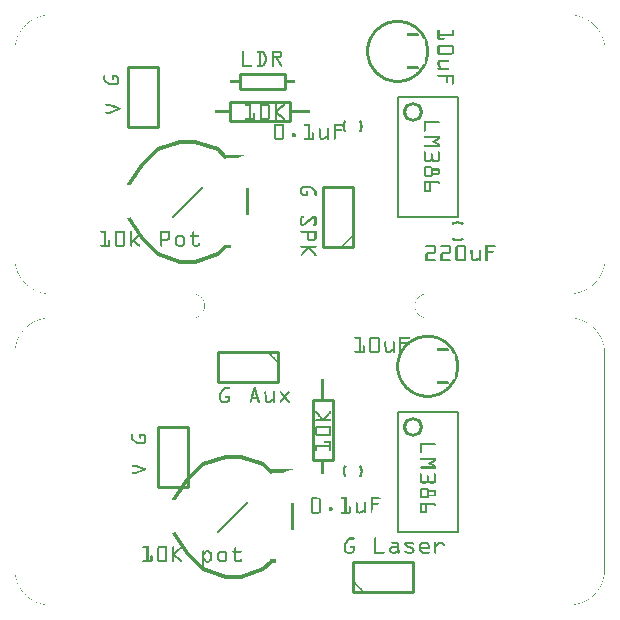
<source format=gto>
G04 MADE WITH FRITZING*
G04 WWW.FRITZING.ORG*
G04 DOUBLE SIDED*
G04 HOLES PLATED*
G04 CONTOUR ON CENTER OF CONTOUR VECTOR*
%ASAXBY*%
%FSLAX23Y23*%
%MOIN*%
%OFA0B0*%
%SFA1.0B1.0*%
%ADD10C,0.066567X0.046567*%
%ADD11C,0.010000*%
%ADD12C,0.008000*%
%ADD13C,0.005000*%
%ADD14C,0.012000*%
%ADD15R,0.001000X0.001000*%
%LNSILK1*%
G90*
G70*
G54D10*
X1326Y1647D03*
X1327Y597D03*
G54D11*
X877Y847D02*
X677Y847D01*
D02*
X677Y847D02*
X677Y747D01*
D02*
X677Y747D02*
X877Y747D01*
D02*
X877Y747D02*
X877Y847D01*
D02*
X1126Y1197D02*
X1126Y1397D01*
D02*
X1126Y1397D02*
X1026Y1397D01*
D02*
X1026Y1397D02*
X1026Y1197D01*
D02*
X1026Y1197D02*
X1126Y1197D01*
G54D12*
D02*
X1476Y1697D02*
X1476Y1297D01*
D02*
X1476Y1697D02*
X1316Y1697D01*
D02*
X1476Y1297D02*
X1276Y1297D01*
D02*
X1276Y1697D02*
X1276Y1297D01*
D02*
X1276Y1697D02*
X1316Y1697D01*
D02*
X1316Y1697D02*
X1336Y1697D01*
G54D11*
D02*
X1127Y47D02*
X1327Y47D01*
D02*
X1327Y47D02*
X1327Y147D01*
D02*
X1327Y147D02*
X1127Y147D01*
D02*
X1127Y147D02*
X1127Y47D01*
D02*
X376Y1797D02*
X376Y1597D01*
D02*
X376Y1597D02*
X476Y1597D01*
D02*
X476Y1597D02*
X476Y1797D01*
D02*
X476Y1797D02*
X376Y1797D01*
G54D13*
D02*
X526Y1297D02*
X626Y1397D01*
G54D14*
D02*
X476Y1522D02*
X426Y1472D01*
D02*
X551Y1547D02*
X476Y1522D01*
D02*
X601Y1547D02*
X551Y1547D01*
D02*
X676Y1522D02*
X601Y1547D01*
D02*
X701Y1497D02*
X676Y1522D01*
D02*
X676Y1172D02*
X601Y1147D01*
D02*
X701Y1197D02*
X676Y1172D01*
D02*
X601Y1147D02*
X551Y1147D01*
D02*
X551Y1147D02*
X476Y1172D01*
D02*
X476Y1172D02*
X426Y1222D01*
G54D11*
D02*
X917Y1614D02*
X717Y1614D01*
D02*
X717Y1614D02*
X717Y1680D01*
D02*
X717Y1680D02*
X917Y1680D01*
D02*
X917Y1680D02*
X917Y1614D01*
D02*
X751Y1771D02*
X901Y1771D01*
D02*
X901Y1771D02*
X901Y1721D01*
D02*
X901Y1721D02*
X751Y1721D01*
D02*
X751Y1721D02*
X751Y1771D01*
G54D12*
D02*
X1477Y647D02*
X1477Y247D01*
D02*
X1477Y647D02*
X1317Y647D01*
D02*
X1477Y247D02*
X1277Y247D01*
D02*
X1277Y647D02*
X1277Y247D01*
D02*
X1277Y647D02*
X1317Y647D01*
D02*
X1317Y647D02*
X1337Y647D01*
G54D11*
D02*
X477Y597D02*
X477Y397D01*
D02*
X477Y397D02*
X577Y397D01*
D02*
X577Y397D02*
X577Y597D01*
D02*
X577Y597D02*
X477Y597D01*
G54D13*
D02*
X677Y247D02*
X777Y347D01*
G54D14*
D02*
X627Y472D02*
X577Y422D01*
D02*
X702Y497D02*
X627Y472D01*
D02*
X752Y497D02*
X702Y497D01*
D02*
X827Y472D02*
X752Y497D01*
D02*
X852Y447D02*
X827Y472D01*
D02*
X827Y122D02*
X752Y97D01*
D02*
X852Y147D02*
X827Y122D01*
D02*
X752Y97D02*
X702Y97D01*
D02*
X702Y97D02*
X627Y122D01*
D02*
X627Y122D02*
X577Y172D01*
G54D11*
D02*
X1060Y687D02*
X1060Y487D01*
D02*
X1060Y487D02*
X994Y487D01*
D02*
X994Y487D02*
X994Y687D01*
D02*
X994Y687D02*
X1060Y687D01*
G54D15*
X108Y1969D02*
X1859Y1969D01*
X100Y1968D02*
X110Y1968D01*
X1857Y1968D02*
X1867Y1968D01*
X94Y1967D02*
X100Y1967D01*
X1867Y1967D02*
X1873Y1967D01*
X90Y1966D02*
X95Y1966D01*
X1872Y1966D02*
X1877Y1966D01*
X86Y1965D02*
X90Y1965D01*
X1877Y1965D02*
X1881Y1965D01*
X83Y1964D02*
X86Y1964D01*
X1881Y1964D02*
X1884Y1964D01*
X80Y1963D02*
X83Y1963D01*
X1884Y1963D02*
X1887Y1963D01*
X77Y1962D02*
X80Y1962D01*
X1887Y1962D02*
X1890Y1962D01*
X74Y1961D02*
X77Y1961D01*
X1890Y1961D02*
X1893Y1961D01*
X72Y1960D02*
X74Y1960D01*
X1893Y1960D02*
X1895Y1960D01*
X70Y1959D02*
X72Y1959D01*
X1895Y1959D02*
X1897Y1959D01*
X68Y1958D02*
X69Y1958D01*
X1898Y1958D02*
X1899Y1958D01*
X66Y1957D02*
X67Y1957D01*
X1900Y1957D02*
X1901Y1957D01*
X64Y1956D02*
X65Y1956D01*
X1902Y1956D02*
X1903Y1956D01*
X62Y1955D02*
X63Y1955D01*
X1904Y1955D02*
X1905Y1955D01*
X60Y1954D02*
X61Y1954D01*
X1906Y1954D02*
X1907Y1954D01*
X58Y1953D02*
X60Y1953D01*
X1907Y1953D02*
X1909Y1953D01*
X57Y1952D02*
X58Y1952D01*
X1265Y1952D02*
X1287Y1952D01*
X1909Y1952D02*
X1910Y1952D01*
X55Y1951D02*
X56Y1951D01*
X1258Y1951D02*
X1293Y1951D01*
X1911Y1951D02*
X1912Y1951D01*
X53Y1950D02*
X55Y1950D01*
X1253Y1950D02*
X1298Y1950D01*
X1912Y1950D02*
X1914Y1950D01*
X52Y1949D02*
X53Y1949D01*
X1249Y1949D02*
X1302Y1949D01*
X1914Y1949D02*
X1915Y1949D01*
X50Y1948D02*
X52Y1948D01*
X1245Y1948D02*
X1306Y1948D01*
X1915Y1948D02*
X1917Y1948D01*
X49Y1947D02*
X50Y1947D01*
X1242Y1947D02*
X1309Y1947D01*
X1917Y1947D02*
X1918Y1947D01*
X48Y1946D02*
X49Y1946D01*
X1240Y1946D02*
X1312Y1946D01*
X1918Y1946D02*
X1919Y1946D01*
X46Y1945D02*
X47Y1945D01*
X1237Y1945D02*
X1314Y1945D01*
X1920Y1945D02*
X1921Y1945D01*
X45Y1944D02*
X46Y1944D01*
X1235Y1944D02*
X1317Y1944D01*
X1921Y1944D02*
X1922Y1944D01*
X44Y1943D02*
X45Y1943D01*
X1233Y1943D02*
X1319Y1943D01*
X1922Y1943D02*
X1923Y1943D01*
X43Y1942D02*
X43Y1942D01*
X1230Y1942D02*
X1264Y1942D01*
X1287Y1942D02*
X1321Y1942D01*
X1924Y1942D02*
X1924Y1942D01*
X41Y1941D02*
X42Y1941D01*
X1228Y1941D02*
X1257Y1941D01*
X1294Y1941D02*
X1323Y1941D01*
X1925Y1941D02*
X1926Y1941D01*
X40Y1940D02*
X41Y1940D01*
X1226Y1940D02*
X1253Y1940D01*
X1299Y1940D02*
X1325Y1940D01*
X1926Y1940D02*
X1927Y1940D01*
X39Y1939D02*
X40Y1939D01*
X1225Y1939D02*
X1249Y1939D01*
X1303Y1939D02*
X1327Y1939D01*
X1927Y1939D02*
X1928Y1939D01*
X38Y1938D02*
X39Y1938D01*
X1223Y1938D02*
X1246Y1938D01*
X1306Y1938D02*
X1328Y1938D01*
X1928Y1938D02*
X1929Y1938D01*
X37Y1937D02*
X38Y1937D01*
X1221Y1937D02*
X1243Y1937D01*
X1308Y1937D02*
X1330Y1937D01*
X1929Y1937D02*
X1930Y1937D01*
X36Y1936D02*
X37Y1936D01*
X1220Y1936D02*
X1240Y1936D01*
X1311Y1936D02*
X1332Y1936D01*
X1930Y1936D02*
X1931Y1936D01*
X35Y1935D02*
X36Y1935D01*
X1218Y1935D02*
X1238Y1935D01*
X1314Y1935D02*
X1333Y1935D01*
X1931Y1935D02*
X1932Y1935D01*
X34Y1934D02*
X35Y1934D01*
X1217Y1934D02*
X1235Y1934D01*
X1316Y1934D02*
X1335Y1934D01*
X1932Y1934D02*
X1933Y1934D01*
X33Y1933D02*
X34Y1933D01*
X1215Y1933D02*
X1233Y1933D01*
X1318Y1933D02*
X1336Y1933D01*
X1933Y1933D02*
X1934Y1933D01*
X32Y1932D02*
X33Y1932D01*
X1214Y1932D02*
X1231Y1932D01*
X1320Y1932D02*
X1337Y1932D01*
X1934Y1932D02*
X1935Y1932D01*
X31Y1931D02*
X32Y1931D01*
X1213Y1931D02*
X1229Y1931D01*
X1322Y1931D02*
X1339Y1931D01*
X1935Y1931D02*
X1936Y1931D01*
X30Y1930D02*
X31Y1930D01*
X1211Y1930D02*
X1228Y1930D01*
X1324Y1930D02*
X1340Y1930D01*
X1936Y1930D02*
X1937Y1930D01*
X29Y1929D02*
X30Y1929D01*
X1210Y1929D02*
X1226Y1929D01*
X1325Y1929D02*
X1341Y1929D01*
X1937Y1929D02*
X1938Y1929D01*
X28Y1928D02*
X29Y1928D01*
X1209Y1928D02*
X1224Y1928D01*
X1327Y1928D02*
X1343Y1928D01*
X1938Y1928D02*
X1939Y1928D01*
X28Y1927D02*
X28Y1927D01*
X1208Y1927D02*
X1223Y1927D01*
X1328Y1927D02*
X1344Y1927D01*
X1939Y1927D02*
X1939Y1927D01*
X27Y1926D02*
X27Y1926D01*
X1206Y1926D02*
X1221Y1926D01*
X1330Y1926D02*
X1345Y1926D01*
X1940Y1926D02*
X1940Y1926D01*
X26Y1925D02*
X26Y1925D01*
X1205Y1925D02*
X1220Y1925D01*
X1331Y1925D02*
X1346Y1925D01*
X1941Y1925D02*
X1941Y1925D01*
X25Y1924D02*
X26Y1924D01*
X1204Y1924D02*
X1219Y1924D01*
X1333Y1924D02*
X1347Y1924D01*
X1941Y1924D02*
X1942Y1924D01*
X24Y1923D02*
X25Y1923D01*
X1203Y1923D02*
X1217Y1923D01*
X1334Y1923D02*
X1348Y1923D01*
X1942Y1923D02*
X1943Y1923D01*
X24Y1922D02*
X24Y1922D01*
X1202Y1922D02*
X1216Y1922D01*
X1335Y1922D02*
X1349Y1922D01*
X1943Y1922D02*
X1943Y1922D01*
X23Y1921D02*
X23Y1921D01*
X1201Y1921D02*
X1215Y1921D01*
X1337Y1921D02*
X1350Y1921D01*
X1944Y1921D02*
X1944Y1921D01*
X22Y1920D02*
X23Y1920D01*
X1200Y1920D02*
X1214Y1920D01*
X1338Y1920D02*
X1351Y1920D01*
X1410Y1920D02*
X1413Y1920D01*
X1458Y1920D02*
X1460Y1920D01*
X1944Y1920D02*
X1945Y1920D01*
X22Y1919D02*
X22Y1919D01*
X1199Y1919D02*
X1213Y1919D01*
X1339Y1919D02*
X1352Y1919D01*
X1409Y1919D02*
X1414Y1919D01*
X1457Y1919D02*
X1461Y1919D01*
X1945Y1919D02*
X1945Y1919D01*
X21Y1918D02*
X21Y1918D01*
X1198Y1918D02*
X1211Y1918D01*
X1340Y1918D02*
X1353Y1918D01*
X1409Y1918D02*
X1415Y1918D01*
X1456Y1918D02*
X1462Y1918D01*
X1946Y1918D02*
X1946Y1918D01*
X20Y1917D02*
X21Y1917D01*
X1197Y1917D02*
X1210Y1917D01*
X1341Y1917D02*
X1354Y1917D01*
X1409Y1917D02*
X1415Y1917D01*
X1456Y1917D02*
X1462Y1917D01*
X1946Y1917D02*
X1947Y1917D01*
X19Y1916D02*
X20Y1916D01*
X1197Y1916D02*
X1209Y1916D01*
X1342Y1916D02*
X1355Y1916D01*
X1409Y1916D02*
X1415Y1916D01*
X1456Y1916D02*
X1462Y1916D01*
X1947Y1916D02*
X1948Y1916D01*
X19Y1915D02*
X19Y1915D01*
X1196Y1915D02*
X1208Y1915D01*
X1343Y1915D02*
X1356Y1915D01*
X1409Y1915D02*
X1415Y1915D01*
X1456Y1915D02*
X1462Y1915D01*
X1948Y1915D02*
X1948Y1915D01*
X18Y1914D02*
X19Y1914D01*
X1195Y1914D02*
X1207Y1914D01*
X1344Y1914D02*
X1356Y1914D01*
X1409Y1914D02*
X1415Y1914D01*
X1456Y1914D02*
X1462Y1914D01*
X1948Y1914D02*
X1949Y1914D01*
X18Y1913D02*
X18Y1913D01*
X1194Y1913D02*
X1206Y1913D01*
X1345Y1913D02*
X1357Y1913D01*
X1409Y1913D02*
X1415Y1913D01*
X1456Y1913D02*
X1462Y1913D01*
X1949Y1913D02*
X1949Y1913D01*
X17Y1912D02*
X17Y1912D01*
X1193Y1912D02*
X1205Y1912D01*
X1346Y1912D02*
X1358Y1912D01*
X1409Y1912D02*
X1415Y1912D01*
X1456Y1912D02*
X1462Y1912D01*
X1950Y1912D02*
X1950Y1912D01*
X16Y1911D02*
X17Y1911D01*
X1193Y1911D02*
X1204Y1911D01*
X1347Y1911D02*
X1359Y1911D01*
X1409Y1911D02*
X1415Y1911D01*
X1456Y1911D02*
X1462Y1911D01*
X1950Y1911D02*
X1951Y1911D01*
X16Y1910D02*
X16Y1910D01*
X1192Y1910D02*
X1204Y1910D01*
X1348Y1910D02*
X1359Y1910D01*
X1409Y1910D02*
X1415Y1910D01*
X1456Y1910D02*
X1462Y1910D01*
X1951Y1910D02*
X1951Y1910D01*
X15Y1909D02*
X16Y1909D01*
X1191Y1909D02*
X1203Y1909D01*
X1349Y1909D02*
X1360Y1909D01*
X1409Y1909D02*
X1415Y1909D01*
X1456Y1909D02*
X1462Y1909D01*
X1951Y1909D02*
X1952Y1909D01*
X15Y1908D02*
X15Y1908D01*
X1190Y1908D02*
X1202Y1908D01*
X1310Y1908D02*
X1341Y1908D01*
X1350Y1908D02*
X1361Y1908D01*
X1409Y1908D02*
X1415Y1908D01*
X1456Y1908D02*
X1462Y1908D01*
X1952Y1908D02*
X1952Y1908D01*
X14Y1907D02*
X14Y1907D01*
X1190Y1907D02*
X1201Y1907D01*
X1308Y1907D02*
X1343Y1907D01*
X1350Y1907D02*
X1362Y1907D01*
X1409Y1907D02*
X1415Y1907D01*
X1456Y1907D02*
X1462Y1907D01*
X1953Y1907D02*
X1953Y1907D01*
X14Y1906D02*
X14Y1906D01*
X1189Y1906D02*
X1200Y1906D01*
X1307Y1906D02*
X1344Y1906D01*
X1351Y1906D02*
X1362Y1906D01*
X1409Y1906D02*
X1462Y1906D01*
X1953Y1906D02*
X1953Y1906D01*
X13Y1905D02*
X13Y1905D01*
X1188Y1905D02*
X1200Y1905D01*
X1306Y1905D02*
X1345Y1905D01*
X1352Y1905D02*
X1363Y1905D01*
X1409Y1905D02*
X1462Y1905D01*
X1954Y1905D02*
X1954Y1905D01*
X13Y1904D02*
X13Y1904D01*
X1188Y1904D02*
X1199Y1904D01*
X1306Y1904D02*
X1345Y1904D01*
X1353Y1904D02*
X1364Y1904D01*
X1409Y1904D02*
X1462Y1904D01*
X1954Y1904D02*
X1954Y1904D01*
X12Y1903D02*
X12Y1903D01*
X1187Y1903D02*
X1198Y1903D01*
X1306Y1903D02*
X1346Y1903D01*
X1353Y1903D02*
X1364Y1903D01*
X1409Y1903D02*
X1462Y1903D01*
X1955Y1903D02*
X1955Y1903D01*
X12Y1902D02*
X12Y1902D01*
X1187Y1902D02*
X1197Y1902D01*
X1306Y1902D02*
X1345Y1902D01*
X1354Y1902D02*
X1365Y1902D01*
X1409Y1902D02*
X1462Y1902D01*
X1955Y1902D02*
X1955Y1902D01*
X11Y1901D02*
X11Y1901D01*
X1186Y1901D02*
X1196Y1901D01*
X1306Y1901D02*
X1345Y1901D01*
X1355Y1901D02*
X1365Y1901D01*
X1409Y1901D02*
X1462Y1901D01*
X1956Y1901D02*
X1956Y1901D01*
X11Y1900D02*
X11Y1900D01*
X1185Y1900D02*
X1196Y1900D01*
X1306Y1900D02*
X1345Y1900D01*
X1355Y1900D02*
X1366Y1900D01*
X1409Y1900D02*
X1462Y1900D01*
X1956Y1900D02*
X1956Y1900D01*
X10Y1899D02*
X10Y1899D01*
X1185Y1899D02*
X1195Y1899D01*
X1307Y1899D02*
X1344Y1899D01*
X1356Y1899D02*
X1367Y1899D01*
X1409Y1899D02*
X1415Y1899D01*
X1957Y1899D02*
X1957Y1899D01*
X10Y1898D02*
X10Y1898D01*
X1184Y1898D02*
X1195Y1898D01*
X1308Y1898D02*
X1343Y1898D01*
X1357Y1898D02*
X1367Y1898D01*
X1409Y1898D02*
X1415Y1898D01*
X1957Y1898D02*
X1957Y1898D01*
X9Y1897D02*
X10Y1897D01*
X1184Y1897D02*
X1194Y1897D01*
X1357Y1897D02*
X1368Y1897D01*
X1409Y1897D02*
X1415Y1897D01*
X1957Y1897D02*
X1958Y1897D01*
X9Y1896D02*
X9Y1896D01*
X1183Y1896D02*
X1193Y1896D01*
X1358Y1896D02*
X1368Y1896D01*
X1409Y1896D02*
X1415Y1896D01*
X1958Y1896D02*
X1958Y1896D01*
X8Y1895D02*
X9Y1895D01*
X1183Y1895D02*
X1193Y1895D01*
X1358Y1895D02*
X1369Y1895D01*
X1409Y1895D02*
X1415Y1895D01*
X1958Y1895D02*
X1959Y1895D01*
X8Y1894D02*
X8Y1894D01*
X1182Y1894D02*
X1192Y1894D01*
X1359Y1894D02*
X1369Y1894D01*
X1409Y1894D02*
X1415Y1894D01*
X1959Y1894D02*
X1959Y1894D01*
X8Y1893D02*
X8Y1893D01*
X1182Y1893D02*
X1192Y1893D01*
X1360Y1893D02*
X1370Y1893D01*
X1409Y1893D02*
X1429Y1893D01*
X1959Y1893D02*
X1959Y1893D01*
X7Y1892D02*
X8Y1892D01*
X1181Y1892D02*
X1191Y1892D01*
X1360Y1892D02*
X1370Y1892D01*
X1409Y1892D02*
X1431Y1892D01*
X1959Y1892D02*
X1960Y1892D01*
X7Y1891D02*
X7Y1891D01*
X1181Y1891D02*
X1191Y1891D01*
X1361Y1891D02*
X1371Y1891D01*
X1409Y1891D02*
X1432Y1891D01*
X1960Y1891D02*
X1960Y1891D01*
X7Y1890D02*
X7Y1890D01*
X1180Y1890D02*
X1190Y1890D01*
X1368Y1890D02*
X1371Y1890D01*
X1409Y1890D02*
X1432Y1890D01*
X1960Y1890D02*
X1960Y1890D01*
X6Y1889D02*
X7Y1889D01*
X1180Y1889D02*
X1190Y1889D01*
X1369Y1889D02*
X1372Y1889D01*
X1409Y1889D02*
X1432Y1889D01*
X1960Y1889D02*
X1961Y1889D01*
X6Y1888D02*
X6Y1888D01*
X1179Y1888D02*
X1189Y1888D01*
X1369Y1888D02*
X1372Y1888D01*
X1409Y1888D02*
X1432Y1888D01*
X1961Y1888D02*
X1961Y1888D01*
X6Y1887D02*
X6Y1887D01*
X1179Y1887D02*
X1189Y1887D01*
X1369Y1887D02*
X1372Y1887D01*
X1410Y1887D02*
X1431Y1887D01*
X1961Y1887D02*
X1961Y1887D01*
X5Y1886D02*
X6Y1886D01*
X1179Y1886D02*
X1188Y1886D01*
X1369Y1886D02*
X1373Y1886D01*
X1412Y1886D02*
X1429Y1886D01*
X1961Y1886D02*
X1962Y1886D01*
X5Y1885D02*
X5Y1885D01*
X1178Y1885D02*
X1188Y1885D01*
X1369Y1885D02*
X1373Y1885D01*
X1962Y1885D02*
X1962Y1885D01*
X5Y1884D02*
X5Y1884D01*
X1178Y1884D02*
X1187Y1884D01*
X1369Y1884D02*
X1374Y1884D01*
X1962Y1884D02*
X1962Y1884D01*
X4Y1883D02*
X5Y1883D01*
X1177Y1883D02*
X1187Y1883D01*
X1369Y1883D02*
X1374Y1883D01*
X1962Y1883D02*
X1963Y1883D01*
X4Y1882D02*
X4Y1882D01*
X1177Y1882D02*
X1187Y1882D01*
X1369Y1882D02*
X1374Y1882D01*
X1963Y1882D02*
X1963Y1882D01*
X4Y1881D02*
X4Y1881D01*
X1177Y1881D02*
X1186Y1881D01*
X1369Y1881D02*
X1375Y1881D01*
X1963Y1881D02*
X1963Y1881D01*
X4Y1880D02*
X4Y1880D01*
X1176Y1880D02*
X1186Y1880D01*
X1369Y1880D02*
X1375Y1880D01*
X1963Y1880D02*
X1963Y1880D01*
X3Y1879D02*
X4Y1879D01*
X1176Y1879D02*
X1185Y1879D01*
X1369Y1879D02*
X1375Y1879D01*
X1963Y1879D02*
X1964Y1879D01*
X3Y1878D02*
X3Y1878D01*
X1176Y1878D02*
X1185Y1878D01*
X1369Y1878D02*
X1376Y1878D01*
X1964Y1878D02*
X1964Y1878D01*
X3Y1877D02*
X3Y1877D01*
X1175Y1877D02*
X1185Y1877D01*
X1369Y1877D02*
X1376Y1877D01*
X1964Y1877D02*
X1964Y1877D01*
X3Y1876D02*
X3Y1876D01*
X1175Y1876D02*
X1184Y1876D01*
X1369Y1876D02*
X1376Y1876D01*
X1964Y1876D02*
X1964Y1876D01*
X2Y1875D02*
X3Y1875D01*
X1175Y1875D02*
X1184Y1875D01*
X1369Y1875D02*
X1376Y1875D01*
X1964Y1875D02*
X1965Y1875D01*
X2Y1874D02*
X3Y1874D01*
X1175Y1874D02*
X1184Y1874D01*
X1369Y1874D02*
X1377Y1874D01*
X1964Y1874D02*
X1965Y1874D01*
X2Y1873D02*
X2Y1873D01*
X1174Y1873D02*
X1184Y1873D01*
X1369Y1873D02*
X1377Y1873D01*
X1965Y1873D02*
X1965Y1873D01*
X2Y1872D02*
X2Y1872D01*
X1174Y1872D02*
X1183Y1872D01*
X1369Y1872D02*
X1377Y1872D01*
X1965Y1872D02*
X1965Y1872D01*
X2Y1871D02*
X2Y1871D01*
X1174Y1871D02*
X1183Y1871D01*
X1369Y1871D02*
X1377Y1871D01*
X1965Y1871D02*
X1965Y1871D01*
X2Y1870D02*
X2Y1870D01*
X1174Y1870D02*
X1183Y1870D01*
X1369Y1870D02*
X1378Y1870D01*
X1413Y1870D02*
X1458Y1870D01*
X1965Y1870D02*
X1965Y1870D01*
X1Y1869D02*
X2Y1869D01*
X1173Y1869D02*
X1183Y1869D01*
X1369Y1869D02*
X1378Y1869D01*
X1411Y1869D02*
X1459Y1869D01*
X1965Y1869D02*
X1966Y1869D01*
X1Y1868D02*
X1Y1868D01*
X1173Y1868D02*
X1182Y1868D01*
X1369Y1868D02*
X1378Y1868D01*
X1410Y1868D02*
X1460Y1868D01*
X1966Y1868D02*
X1966Y1868D01*
X1Y1867D02*
X1Y1867D01*
X1173Y1867D02*
X1182Y1867D01*
X1369Y1867D02*
X1378Y1867D01*
X1410Y1867D02*
X1461Y1867D01*
X1966Y1867D02*
X1966Y1867D01*
X1Y1866D02*
X1Y1866D01*
X1173Y1866D02*
X1182Y1866D01*
X1369Y1866D02*
X1378Y1866D01*
X1409Y1866D02*
X1461Y1866D01*
X1966Y1866D02*
X1966Y1866D01*
X1Y1865D02*
X1Y1865D01*
X1173Y1865D02*
X1182Y1865D01*
X1370Y1865D02*
X1379Y1865D01*
X1409Y1865D02*
X1462Y1865D01*
X1966Y1865D02*
X1966Y1865D01*
X1Y1864D02*
X1Y1864D01*
X1172Y1864D02*
X1182Y1864D01*
X1370Y1864D02*
X1379Y1864D01*
X1409Y1864D02*
X1462Y1864D01*
X1966Y1864D02*
X1966Y1864D01*
X1Y1863D02*
X1Y1863D01*
X1172Y1863D02*
X1181Y1863D01*
X1370Y1863D02*
X1379Y1863D01*
X1409Y1863D02*
X1415Y1863D01*
X1456Y1863D02*
X1462Y1863D01*
X1966Y1863D02*
X1966Y1863D01*
X1Y1862D02*
X1Y1862D01*
X1172Y1862D02*
X1181Y1862D01*
X1370Y1862D02*
X1379Y1862D01*
X1409Y1862D02*
X1415Y1862D01*
X1456Y1862D02*
X1462Y1862D01*
X1966Y1862D02*
X1966Y1862D01*
X0Y1861D02*
X1Y1861D01*
X1172Y1861D02*
X1181Y1861D01*
X1370Y1861D02*
X1379Y1861D01*
X1409Y1861D02*
X1415Y1861D01*
X1456Y1861D02*
X1462Y1861D01*
X1966Y1861D02*
X1967Y1861D01*
X0Y1860D02*
X1Y1860D01*
X1172Y1860D02*
X1181Y1860D01*
X1370Y1860D02*
X1379Y1860D01*
X1409Y1860D02*
X1415Y1860D01*
X1456Y1860D02*
X1462Y1860D01*
X1966Y1860D02*
X1967Y1860D01*
X0Y1859D02*
X1Y1859D01*
X1172Y1859D02*
X1181Y1859D01*
X1370Y1859D02*
X1379Y1859D01*
X1409Y1859D02*
X1415Y1859D01*
X1456Y1859D02*
X1462Y1859D01*
X1966Y1859D02*
X1967Y1859D01*
X0Y1858D02*
X0Y1858D01*
X1172Y1858D02*
X1181Y1858D01*
X1371Y1858D02*
X1380Y1858D01*
X1409Y1858D02*
X1415Y1858D01*
X1456Y1858D02*
X1462Y1858D01*
X1967Y1858D02*
X1967Y1858D01*
X0Y1857D02*
X0Y1857D01*
X1172Y1857D02*
X1181Y1857D01*
X1371Y1857D02*
X1380Y1857D01*
X1409Y1857D02*
X1415Y1857D01*
X1456Y1857D02*
X1462Y1857D01*
X1967Y1857D02*
X1967Y1857D01*
X0Y1856D02*
X0Y1856D01*
X1172Y1856D02*
X1181Y1856D01*
X1371Y1856D02*
X1380Y1856D01*
X1409Y1856D02*
X1415Y1856D01*
X1456Y1856D02*
X1462Y1856D01*
X1967Y1856D02*
X1967Y1856D01*
X0Y1855D02*
X0Y1855D01*
X1171Y1855D02*
X1180Y1855D01*
X1371Y1855D02*
X1380Y1855D01*
X1409Y1855D02*
X1415Y1855D01*
X1456Y1855D02*
X1462Y1855D01*
X1967Y1855D02*
X1967Y1855D01*
X0Y1854D02*
X0Y1854D01*
X1171Y1854D02*
X1180Y1854D01*
X1371Y1854D02*
X1380Y1854D01*
X1409Y1854D02*
X1415Y1854D01*
X1456Y1854D02*
X1462Y1854D01*
X1967Y1854D02*
X1967Y1854D01*
X0Y1853D02*
X0Y1853D01*
X1171Y1853D02*
X1180Y1853D01*
X1371Y1853D02*
X1380Y1853D01*
X1409Y1853D02*
X1415Y1853D01*
X1456Y1853D02*
X1462Y1853D01*
X1967Y1853D02*
X1967Y1853D01*
X0Y1852D02*
X0Y1852D01*
X1171Y1852D02*
X1180Y1852D01*
X1371Y1852D02*
X1380Y1852D01*
X1409Y1852D02*
X1415Y1852D01*
X1456Y1852D02*
X1462Y1852D01*
X1967Y1852D02*
X1967Y1852D01*
X0Y1851D02*
X0Y1851D01*
X1171Y1851D02*
X1180Y1851D01*
X1371Y1851D02*
X1380Y1851D01*
X1409Y1851D02*
X1415Y1851D01*
X1456Y1851D02*
X1462Y1851D01*
X1967Y1851D02*
X1967Y1851D01*
X0Y1850D02*
X0Y1850D01*
X1171Y1850D02*
X1180Y1850D01*
X1371Y1850D02*
X1380Y1850D01*
X1409Y1850D02*
X1415Y1850D01*
X1456Y1850D02*
X1462Y1850D01*
X1967Y1850D02*
X1967Y1850D01*
X0Y1849D02*
X0Y1849D01*
X759Y1849D02*
X762Y1849D01*
X809Y1849D02*
X827Y1849D01*
X858Y1849D02*
X885Y1849D01*
X1171Y1849D02*
X1180Y1849D01*
X1371Y1849D02*
X1380Y1849D01*
X1409Y1849D02*
X1415Y1849D01*
X1456Y1849D02*
X1462Y1849D01*
X1967Y1849D02*
X1967Y1849D01*
X0Y1848D02*
X0Y1848D01*
X758Y1848D02*
X763Y1848D01*
X808Y1848D02*
X829Y1848D01*
X858Y1848D02*
X886Y1848D01*
X1171Y1848D02*
X1180Y1848D01*
X1371Y1848D02*
X1380Y1848D01*
X1409Y1848D02*
X1415Y1848D01*
X1456Y1848D02*
X1462Y1848D01*
X1967Y1848D02*
X1967Y1848D01*
X0Y1847D02*
X0Y1847D01*
X758Y1847D02*
X764Y1847D01*
X808Y1847D02*
X830Y1847D01*
X858Y1847D02*
X888Y1847D01*
X1171Y1847D02*
X1180Y1847D01*
X1371Y1847D02*
X1380Y1847D01*
X1409Y1847D02*
X1415Y1847D01*
X1456Y1847D02*
X1462Y1847D01*
X1967Y1847D02*
X1967Y1847D01*
X0Y1846D02*
X0Y1846D01*
X758Y1846D02*
X764Y1846D01*
X808Y1846D02*
X831Y1846D01*
X858Y1846D02*
X889Y1846D01*
X1171Y1846D02*
X1180Y1846D01*
X1371Y1846D02*
X1380Y1846D01*
X1409Y1846D02*
X1415Y1846D01*
X1456Y1846D02*
X1462Y1846D01*
X1967Y1846D02*
X1967Y1846D01*
X0Y1845D02*
X0Y1845D01*
X758Y1845D02*
X764Y1845D01*
X808Y1845D02*
X832Y1845D01*
X858Y1845D02*
X889Y1845D01*
X1171Y1845D02*
X1180Y1845D01*
X1371Y1845D02*
X1380Y1845D01*
X1409Y1845D02*
X1415Y1845D01*
X1456Y1845D02*
X1462Y1845D01*
X1967Y1845D02*
X1967Y1845D01*
X0Y1844D02*
X0Y1844D01*
X758Y1844D02*
X764Y1844D01*
X809Y1844D02*
X832Y1844D01*
X858Y1844D02*
X890Y1844D01*
X1171Y1844D02*
X1180Y1844D01*
X1371Y1844D02*
X1380Y1844D01*
X1409Y1844D02*
X1415Y1844D01*
X1456Y1844D02*
X1462Y1844D01*
X1967Y1844D02*
X1967Y1844D01*
X0Y1843D02*
X0Y1843D01*
X758Y1843D02*
X764Y1843D01*
X810Y1843D02*
X833Y1843D01*
X858Y1843D02*
X891Y1843D01*
X1171Y1843D02*
X1180Y1843D01*
X1371Y1843D02*
X1380Y1843D01*
X1409Y1843D02*
X1462Y1843D01*
X1967Y1843D02*
X1967Y1843D01*
X0Y1842D02*
X0Y1842D01*
X758Y1842D02*
X764Y1842D01*
X815Y1842D02*
X821Y1842D01*
X826Y1842D02*
X833Y1842D01*
X858Y1842D02*
X864Y1842D01*
X884Y1842D02*
X891Y1842D01*
X1171Y1842D02*
X1180Y1842D01*
X1371Y1842D02*
X1380Y1842D01*
X1409Y1842D02*
X1462Y1842D01*
X1967Y1842D02*
X1967Y1842D01*
X0Y1841D02*
X0Y1841D01*
X758Y1841D02*
X764Y1841D01*
X815Y1841D02*
X821Y1841D01*
X827Y1841D02*
X834Y1841D01*
X858Y1841D02*
X864Y1841D01*
X885Y1841D02*
X891Y1841D01*
X1171Y1841D02*
X1180Y1841D01*
X1371Y1841D02*
X1380Y1841D01*
X1409Y1841D02*
X1462Y1841D01*
X1967Y1841D02*
X1967Y1841D01*
X0Y1840D02*
X0Y1840D01*
X758Y1840D02*
X764Y1840D01*
X815Y1840D02*
X821Y1840D01*
X828Y1840D02*
X834Y1840D01*
X858Y1840D02*
X864Y1840D01*
X885Y1840D02*
X891Y1840D01*
X1171Y1840D02*
X1181Y1840D01*
X1371Y1840D02*
X1380Y1840D01*
X1409Y1840D02*
X1461Y1840D01*
X1967Y1840D02*
X1967Y1840D01*
X0Y1839D02*
X0Y1839D01*
X758Y1839D02*
X764Y1839D01*
X815Y1839D02*
X821Y1839D01*
X828Y1839D02*
X835Y1839D01*
X858Y1839D02*
X864Y1839D01*
X885Y1839D02*
X891Y1839D01*
X1172Y1839D02*
X1181Y1839D01*
X1371Y1839D02*
X1380Y1839D01*
X1410Y1839D02*
X1461Y1839D01*
X1967Y1839D02*
X1967Y1839D01*
X0Y1838D02*
X0Y1838D01*
X758Y1838D02*
X764Y1838D01*
X815Y1838D02*
X821Y1838D01*
X829Y1838D02*
X835Y1838D01*
X858Y1838D02*
X864Y1838D01*
X885Y1838D02*
X891Y1838D01*
X1172Y1838D02*
X1181Y1838D01*
X1371Y1838D02*
X1380Y1838D01*
X1411Y1838D02*
X1460Y1838D01*
X1967Y1838D02*
X1967Y1838D01*
X0Y1837D02*
X0Y1837D01*
X758Y1837D02*
X764Y1837D01*
X815Y1837D02*
X821Y1837D01*
X829Y1837D02*
X836Y1837D01*
X858Y1837D02*
X864Y1837D01*
X885Y1837D02*
X891Y1837D01*
X1172Y1837D02*
X1181Y1837D01*
X1371Y1837D02*
X1380Y1837D01*
X1412Y1837D02*
X1458Y1837D01*
X1967Y1837D02*
X1967Y1837D01*
X0Y1836D02*
X0Y1836D01*
X758Y1836D02*
X764Y1836D01*
X815Y1836D02*
X821Y1836D01*
X830Y1836D02*
X836Y1836D01*
X858Y1836D02*
X864Y1836D01*
X885Y1836D02*
X891Y1836D01*
X1172Y1836D02*
X1181Y1836D01*
X1370Y1836D02*
X1379Y1836D01*
X1416Y1836D02*
X1455Y1836D01*
X1967Y1836D02*
X1967Y1836D01*
X0Y1835D02*
X0Y1835D01*
X758Y1835D02*
X764Y1835D01*
X815Y1835D02*
X821Y1835D01*
X830Y1835D02*
X837Y1835D01*
X858Y1835D02*
X864Y1835D01*
X885Y1835D02*
X891Y1835D01*
X1172Y1835D02*
X1181Y1835D01*
X1370Y1835D02*
X1379Y1835D01*
X1967Y1835D02*
X1967Y1835D01*
X0Y1834D02*
X0Y1834D01*
X758Y1834D02*
X764Y1834D01*
X815Y1834D02*
X821Y1834D01*
X831Y1834D02*
X837Y1834D01*
X858Y1834D02*
X864Y1834D01*
X885Y1834D02*
X891Y1834D01*
X1172Y1834D02*
X1181Y1834D01*
X1370Y1834D02*
X1379Y1834D01*
X1967Y1834D02*
X1967Y1834D01*
X0Y1833D02*
X0Y1833D01*
X758Y1833D02*
X764Y1833D01*
X815Y1833D02*
X821Y1833D01*
X831Y1833D02*
X838Y1833D01*
X858Y1833D02*
X864Y1833D01*
X884Y1833D02*
X891Y1833D01*
X1172Y1833D02*
X1181Y1833D01*
X1370Y1833D02*
X1379Y1833D01*
X1967Y1833D02*
X1967Y1833D01*
X0Y1832D02*
X0Y1832D01*
X758Y1832D02*
X764Y1832D01*
X815Y1832D02*
X821Y1832D01*
X832Y1832D02*
X838Y1832D01*
X858Y1832D02*
X891Y1832D01*
X1172Y1832D02*
X1181Y1832D01*
X1370Y1832D02*
X1379Y1832D01*
X1967Y1832D02*
X1967Y1832D01*
X0Y1831D02*
X0Y1831D01*
X758Y1831D02*
X764Y1831D01*
X815Y1831D02*
X821Y1831D01*
X832Y1831D02*
X839Y1831D01*
X858Y1831D02*
X890Y1831D01*
X1173Y1831D02*
X1182Y1831D01*
X1370Y1831D02*
X1379Y1831D01*
X1967Y1831D02*
X1967Y1831D01*
X0Y1830D02*
X0Y1830D01*
X758Y1830D02*
X764Y1830D01*
X815Y1830D02*
X821Y1830D01*
X833Y1830D02*
X839Y1830D01*
X858Y1830D02*
X890Y1830D01*
X1173Y1830D02*
X1182Y1830D01*
X1370Y1830D02*
X1379Y1830D01*
X1967Y1830D02*
X1967Y1830D01*
X0Y1829D02*
X0Y1829D01*
X758Y1829D02*
X764Y1829D01*
X815Y1829D02*
X821Y1829D01*
X833Y1829D02*
X840Y1829D01*
X858Y1829D02*
X889Y1829D01*
X1173Y1829D02*
X1182Y1829D01*
X1369Y1829D02*
X1378Y1829D01*
X1967Y1829D02*
X1967Y1829D01*
X0Y1828D02*
X0Y1828D01*
X758Y1828D02*
X764Y1828D01*
X815Y1828D02*
X821Y1828D01*
X834Y1828D02*
X840Y1828D01*
X858Y1828D02*
X888Y1828D01*
X1173Y1828D02*
X1182Y1828D01*
X1369Y1828D02*
X1378Y1828D01*
X1967Y1828D02*
X1967Y1828D01*
X0Y1827D02*
X0Y1827D01*
X758Y1827D02*
X764Y1827D01*
X815Y1827D02*
X821Y1827D01*
X834Y1827D02*
X841Y1827D01*
X858Y1827D02*
X887Y1827D01*
X1173Y1827D02*
X1182Y1827D01*
X1369Y1827D02*
X1378Y1827D01*
X1967Y1827D02*
X1967Y1827D01*
X0Y1826D02*
X0Y1826D01*
X758Y1826D02*
X764Y1826D01*
X815Y1826D02*
X821Y1826D01*
X835Y1826D02*
X841Y1826D01*
X858Y1826D02*
X885Y1826D01*
X1173Y1826D02*
X1183Y1826D01*
X1369Y1826D02*
X1378Y1826D01*
X1967Y1826D02*
X1967Y1826D01*
X0Y1825D02*
X0Y1825D01*
X758Y1825D02*
X764Y1825D01*
X815Y1825D02*
X821Y1825D01*
X835Y1825D02*
X841Y1825D01*
X858Y1825D02*
X864Y1825D01*
X869Y1825D02*
X877Y1825D01*
X1174Y1825D02*
X1183Y1825D01*
X1369Y1825D02*
X1378Y1825D01*
X1967Y1825D02*
X1967Y1825D01*
X0Y1824D02*
X0Y1824D01*
X758Y1824D02*
X764Y1824D01*
X815Y1824D02*
X821Y1824D01*
X835Y1824D02*
X841Y1824D01*
X858Y1824D02*
X864Y1824D01*
X870Y1824D02*
X877Y1824D01*
X1174Y1824D02*
X1183Y1824D01*
X1369Y1824D02*
X1377Y1824D01*
X1967Y1824D02*
X1967Y1824D01*
X0Y1823D02*
X0Y1823D01*
X758Y1823D02*
X764Y1823D01*
X815Y1823D02*
X821Y1823D01*
X835Y1823D02*
X841Y1823D01*
X858Y1823D02*
X864Y1823D01*
X871Y1823D02*
X878Y1823D01*
X1174Y1823D02*
X1183Y1823D01*
X1369Y1823D02*
X1377Y1823D01*
X1967Y1823D02*
X1967Y1823D01*
X0Y1822D02*
X0Y1822D01*
X758Y1822D02*
X764Y1822D01*
X815Y1822D02*
X821Y1822D01*
X835Y1822D02*
X841Y1822D01*
X858Y1822D02*
X864Y1822D01*
X871Y1822D02*
X878Y1822D01*
X1174Y1822D02*
X1184Y1822D01*
X1369Y1822D02*
X1377Y1822D01*
X1967Y1822D02*
X1967Y1822D01*
X0Y1821D02*
X0Y1821D01*
X758Y1821D02*
X764Y1821D01*
X815Y1821D02*
X821Y1821D01*
X835Y1821D02*
X841Y1821D01*
X858Y1821D02*
X864Y1821D01*
X872Y1821D02*
X879Y1821D01*
X1175Y1821D02*
X1184Y1821D01*
X1369Y1821D02*
X1377Y1821D01*
X1967Y1821D02*
X1967Y1821D01*
X0Y1820D02*
X0Y1820D01*
X758Y1820D02*
X764Y1820D01*
X815Y1820D02*
X821Y1820D01*
X835Y1820D02*
X841Y1820D01*
X858Y1820D02*
X864Y1820D01*
X872Y1820D02*
X880Y1820D01*
X1175Y1820D02*
X1184Y1820D01*
X1369Y1820D02*
X1376Y1820D01*
X1426Y1820D02*
X1446Y1820D01*
X1967Y1820D02*
X1967Y1820D01*
X0Y1819D02*
X0Y1819D01*
X758Y1819D02*
X764Y1819D01*
X815Y1819D02*
X821Y1819D01*
X834Y1819D02*
X841Y1819D01*
X858Y1819D02*
X864Y1819D01*
X873Y1819D02*
X880Y1819D01*
X1175Y1819D02*
X1185Y1819D01*
X1369Y1819D02*
X1376Y1819D01*
X1415Y1819D02*
X1447Y1819D01*
X1967Y1819D02*
X1967Y1819D01*
X0Y1818D02*
X0Y1818D01*
X758Y1818D02*
X764Y1818D01*
X815Y1818D02*
X821Y1818D01*
X834Y1818D02*
X840Y1818D01*
X858Y1818D02*
X864Y1818D01*
X874Y1818D02*
X881Y1818D01*
X1176Y1818D02*
X1185Y1818D01*
X1369Y1818D02*
X1376Y1818D01*
X1413Y1818D02*
X1447Y1818D01*
X1967Y1818D02*
X1967Y1818D01*
X0Y1817D02*
X0Y1817D01*
X758Y1817D02*
X764Y1817D01*
X815Y1817D02*
X821Y1817D01*
X833Y1817D02*
X840Y1817D01*
X858Y1817D02*
X864Y1817D01*
X874Y1817D02*
X881Y1817D01*
X1176Y1817D02*
X1185Y1817D01*
X1369Y1817D02*
X1375Y1817D01*
X1412Y1817D02*
X1447Y1817D01*
X1967Y1817D02*
X1967Y1817D01*
X0Y1816D02*
X0Y1816D01*
X758Y1816D02*
X764Y1816D01*
X815Y1816D02*
X821Y1816D01*
X833Y1816D02*
X840Y1816D01*
X858Y1816D02*
X864Y1816D01*
X875Y1816D02*
X882Y1816D01*
X1176Y1816D02*
X1186Y1816D01*
X1369Y1816D02*
X1375Y1816D01*
X1411Y1816D02*
X1447Y1816D01*
X1967Y1816D02*
X1967Y1816D01*
X0Y1815D02*
X0Y1815D01*
X758Y1815D02*
X764Y1815D01*
X815Y1815D02*
X821Y1815D01*
X832Y1815D02*
X839Y1815D01*
X858Y1815D02*
X864Y1815D01*
X875Y1815D02*
X883Y1815D01*
X1176Y1815D02*
X1186Y1815D01*
X1369Y1815D02*
X1375Y1815D01*
X1410Y1815D02*
X1446Y1815D01*
X1967Y1815D02*
X1967Y1815D01*
X0Y1814D02*
X0Y1814D01*
X758Y1814D02*
X764Y1814D01*
X815Y1814D02*
X821Y1814D01*
X832Y1814D02*
X839Y1814D01*
X858Y1814D02*
X864Y1814D01*
X876Y1814D02*
X883Y1814D01*
X1177Y1814D02*
X1186Y1814D01*
X1369Y1814D02*
X1374Y1814D01*
X1410Y1814D02*
X1445Y1814D01*
X1967Y1814D02*
X1967Y1814D01*
X0Y1813D02*
X0Y1813D01*
X758Y1813D02*
X764Y1813D01*
X815Y1813D02*
X821Y1813D01*
X831Y1813D02*
X838Y1813D01*
X858Y1813D02*
X864Y1813D01*
X877Y1813D02*
X884Y1813D01*
X1177Y1813D02*
X1187Y1813D01*
X1369Y1813D02*
X1374Y1813D01*
X1409Y1813D02*
X1426Y1813D01*
X1967Y1813D02*
X1967Y1813D01*
X0Y1812D02*
X0Y1812D01*
X758Y1812D02*
X764Y1812D01*
X815Y1812D02*
X821Y1812D01*
X831Y1812D02*
X838Y1812D01*
X858Y1812D02*
X864Y1812D01*
X877Y1812D02*
X884Y1812D01*
X1177Y1812D02*
X1187Y1812D01*
X1369Y1812D02*
X1374Y1812D01*
X1409Y1812D02*
X1416Y1812D01*
X1967Y1812D02*
X1967Y1812D01*
X0Y1811D02*
X0Y1811D01*
X758Y1811D02*
X764Y1811D01*
X815Y1811D02*
X821Y1811D01*
X830Y1811D02*
X837Y1811D01*
X858Y1811D02*
X864Y1811D01*
X878Y1811D02*
X885Y1811D01*
X1178Y1811D02*
X1187Y1811D01*
X1369Y1811D02*
X1373Y1811D01*
X1409Y1811D02*
X1415Y1811D01*
X1967Y1811D02*
X1967Y1811D01*
X0Y1810D02*
X0Y1810D01*
X758Y1810D02*
X764Y1810D01*
X815Y1810D02*
X821Y1810D01*
X830Y1810D02*
X837Y1810D01*
X858Y1810D02*
X864Y1810D01*
X878Y1810D02*
X885Y1810D01*
X1178Y1810D02*
X1188Y1810D01*
X1369Y1810D02*
X1373Y1810D01*
X1409Y1810D02*
X1415Y1810D01*
X1967Y1810D02*
X1967Y1810D01*
X0Y1809D02*
X0Y1809D01*
X758Y1809D02*
X764Y1809D01*
X815Y1809D02*
X821Y1809D01*
X829Y1809D02*
X836Y1809D01*
X858Y1809D02*
X864Y1809D01*
X879Y1809D02*
X886Y1809D01*
X1179Y1809D02*
X1188Y1809D01*
X1369Y1809D02*
X1373Y1809D01*
X1409Y1809D02*
X1415Y1809D01*
X1967Y1809D02*
X1967Y1809D01*
X0Y1808D02*
X0Y1808D01*
X758Y1808D02*
X764Y1808D01*
X815Y1808D02*
X821Y1808D01*
X829Y1808D02*
X836Y1808D01*
X858Y1808D02*
X864Y1808D01*
X879Y1808D02*
X887Y1808D01*
X1179Y1808D02*
X1189Y1808D01*
X1369Y1808D02*
X1372Y1808D01*
X1409Y1808D02*
X1415Y1808D01*
X1967Y1808D02*
X1967Y1808D01*
X0Y1807D02*
X0Y1807D01*
X758Y1807D02*
X764Y1807D01*
X815Y1807D02*
X821Y1807D01*
X828Y1807D02*
X835Y1807D01*
X858Y1807D02*
X864Y1807D01*
X880Y1807D02*
X887Y1807D01*
X1179Y1807D02*
X1189Y1807D01*
X1369Y1807D02*
X1372Y1807D01*
X1409Y1807D02*
X1415Y1807D01*
X1967Y1807D02*
X1967Y1807D01*
X0Y1806D02*
X0Y1806D01*
X758Y1806D02*
X764Y1806D01*
X815Y1806D02*
X821Y1806D01*
X828Y1806D02*
X835Y1806D01*
X858Y1806D02*
X864Y1806D01*
X881Y1806D02*
X888Y1806D01*
X1180Y1806D02*
X1190Y1806D01*
X1369Y1806D02*
X1371Y1806D01*
X1409Y1806D02*
X1415Y1806D01*
X1967Y1806D02*
X1967Y1806D01*
X0Y1805D02*
X0Y1805D01*
X758Y1805D02*
X764Y1805D01*
X815Y1805D02*
X821Y1805D01*
X827Y1805D02*
X834Y1805D01*
X858Y1805D02*
X864Y1805D01*
X881Y1805D02*
X888Y1805D01*
X1180Y1805D02*
X1190Y1805D01*
X1361Y1805D02*
X1371Y1805D01*
X1409Y1805D02*
X1415Y1805D01*
X1967Y1805D02*
X1967Y1805D01*
X0Y1804D02*
X0Y1804D01*
X758Y1804D02*
X764Y1804D01*
X815Y1804D02*
X821Y1804D01*
X827Y1804D02*
X834Y1804D01*
X858Y1804D02*
X864Y1804D01*
X882Y1804D02*
X889Y1804D01*
X1181Y1804D02*
X1191Y1804D01*
X1361Y1804D02*
X1370Y1804D01*
X1409Y1804D02*
X1415Y1804D01*
X1967Y1804D02*
X1967Y1804D01*
X0Y1803D02*
X0Y1803D01*
X758Y1803D02*
X764Y1803D01*
X814Y1803D02*
X821Y1803D01*
X826Y1803D02*
X833Y1803D01*
X858Y1803D02*
X864Y1803D01*
X882Y1803D02*
X890Y1803D01*
X1181Y1803D02*
X1191Y1803D01*
X1360Y1803D02*
X1370Y1803D01*
X1409Y1803D02*
X1416Y1803D01*
X1967Y1803D02*
X1967Y1803D01*
X0Y1802D02*
X0Y1802D01*
X758Y1802D02*
X790Y1802D01*
X809Y1802D02*
X833Y1802D01*
X858Y1802D02*
X864Y1802D01*
X883Y1802D02*
X890Y1802D01*
X1182Y1802D02*
X1192Y1802D01*
X1359Y1802D02*
X1369Y1802D01*
X1409Y1802D02*
X1416Y1802D01*
X1967Y1802D02*
X1967Y1802D01*
X0Y1801D02*
X0Y1801D01*
X758Y1801D02*
X791Y1801D01*
X808Y1801D02*
X832Y1801D01*
X858Y1801D02*
X864Y1801D01*
X884Y1801D02*
X891Y1801D01*
X1182Y1801D02*
X1192Y1801D01*
X1359Y1801D02*
X1369Y1801D01*
X1410Y1801D02*
X1417Y1801D01*
X1967Y1801D02*
X1967Y1801D01*
X0Y1800D02*
X0Y1800D01*
X758Y1800D02*
X791Y1800D01*
X808Y1800D02*
X832Y1800D01*
X858Y1800D02*
X864Y1800D01*
X884Y1800D02*
X891Y1800D01*
X1183Y1800D02*
X1193Y1800D01*
X1358Y1800D02*
X1368Y1800D01*
X1410Y1800D02*
X1418Y1800D01*
X1967Y1800D02*
X1967Y1800D01*
X0Y1799D02*
X0Y1799D01*
X409Y1799D02*
X409Y1799D01*
X758Y1799D02*
X791Y1799D01*
X808Y1799D02*
X831Y1799D01*
X858Y1799D02*
X864Y1799D01*
X885Y1799D02*
X891Y1799D01*
X1183Y1799D02*
X1194Y1799D01*
X1358Y1799D02*
X1368Y1799D01*
X1411Y1799D02*
X1418Y1799D01*
X1967Y1799D02*
X1967Y1799D01*
X0Y1798D02*
X0Y1798D01*
X408Y1798D02*
X410Y1798D01*
X758Y1798D02*
X791Y1798D01*
X808Y1798D02*
X830Y1798D01*
X858Y1798D02*
X863Y1798D01*
X885Y1798D02*
X891Y1798D01*
X1184Y1798D02*
X1194Y1798D01*
X1310Y1798D02*
X1341Y1798D01*
X1357Y1798D02*
X1368Y1798D01*
X1412Y1798D02*
X1419Y1798D01*
X1967Y1798D02*
X1967Y1798D01*
X0Y1797D02*
X0Y1797D01*
X407Y1797D02*
X411Y1797D01*
X758Y1797D02*
X790Y1797D01*
X808Y1797D02*
X828Y1797D01*
X858Y1797D02*
X863Y1797D01*
X886Y1797D02*
X890Y1797D01*
X1184Y1797D02*
X1195Y1797D01*
X1308Y1797D02*
X1343Y1797D01*
X1356Y1797D02*
X1367Y1797D01*
X1412Y1797D02*
X1419Y1797D01*
X1967Y1797D02*
X1967Y1797D01*
X0Y1796D02*
X0Y1796D01*
X406Y1796D02*
X412Y1796D01*
X758Y1796D02*
X789Y1796D01*
X810Y1796D02*
X826Y1796D01*
X860Y1796D02*
X862Y1796D01*
X887Y1796D02*
X889Y1796D01*
X1185Y1796D02*
X1195Y1796D01*
X1307Y1796D02*
X1344Y1796D01*
X1356Y1796D02*
X1366Y1796D01*
X1413Y1796D02*
X1420Y1796D01*
X1967Y1796D02*
X1967Y1796D01*
X0Y1795D02*
X0Y1795D01*
X405Y1795D02*
X411Y1795D01*
X1186Y1795D02*
X1196Y1795D01*
X1306Y1795D02*
X1345Y1795D01*
X1355Y1795D02*
X1366Y1795D01*
X1413Y1795D02*
X1421Y1795D01*
X1967Y1795D02*
X1967Y1795D01*
X0Y1794D02*
X0Y1794D01*
X404Y1794D02*
X410Y1794D01*
X1186Y1794D02*
X1197Y1794D01*
X1306Y1794D02*
X1345Y1794D01*
X1355Y1794D02*
X1365Y1794D01*
X1414Y1794D02*
X1421Y1794D01*
X1967Y1794D02*
X1967Y1794D01*
X0Y1793D02*
X0Y1793D01*
X403Y1793D02*
X409Y1793D01*
X1187Y1793D02*
X1198Y1793D01*
X1306Y1793D02*
X1346Y1793D01*
X1354Y1793D02*
X1365Y1793D01*
X1412Y1793D02*
X1444Y1793D01*
X1967Y1793D02*
X1967Y1793D01*
X0Y1792D02*
X0Y1792D01*
X402Y1792D02*
X408Y1792D01*
X1187Y1792D02*
X1198Y1792D01*
X1306Y1792D02*
X1345Y1792D01*
X1353Y1792D02*
X1364Y1792D01*
X1410Y1792D02*
X1446Y1792D01*
X1967Y1792D02*
X1967Y1792D01*
X0Y1791D02*
X0Y1791D01*
X1188Y1791D02*
X1199Y1791D01*
X1306Y1791D02*
X1345Y1791D01*
X1352Y1791D02*
X1363Y1791D01*
X1409Y1791D02*
X1447Y1791D01*
X1967Y1791D02*
X1967Y1791D01*
X0Y1790D02*
X0Y1790D01*
X1189Y1790D02*
X1200Y1790D01*
X1306Y1790D02*
X1345Y1790D01*
X1352Y1790D02*
X1363Y1790D01*
X1409Y1790D02*
X1447Y1790D01*
X1967Y1790D02*
X1967Y1790D01*
X0Y1789D02*
X0Y1789D01*
X1189Y1789D02*
X1201Y1789D01*
X1307Y1789D02*
X1344Y1789D01*
X1351Y1789D02*
X1362Y1789D01*
X1409Y1789D02*
X1447Y1789D01*
X1967Y1789D02*
X1967Y1789D01*
X0Y1788D02*
X0Y1788D01*
X1190Y1788D02*
X1201Y1788D01*
X1308Y1788D02*
X1343Y1788D01*
X1350Y1788D02*
X1361Y1788D01*
X1409Y1788D02*
X1447Y1788D01*
X1967Y1788D02*
X1967Y1788D01*
X0Y1787D02*
X0Y1787D01*
X1191Y1787D02*
X1202Y1787D01*
X1349Y1787D02*
X1361Y1787D01*
X1410Y1787D02*
X1446Y1787D01*
X1967Y1787D02*
X1967Y1787D01*
X0Y1786D02*
X0Y1786D01*
X1191Y1786D02*
X1203Y1786D01*
X1348Y1786D02*
X1360Y1786D01*
X1967Y1786D02*
X1967Y1786D01*
X0Y1785D02*
X0Y1785D01*
X1192Y1785D02*
X1204Y1785D01*
X1347Y1785D02*
X1359Y1785D01*
X1967Y1785D02*
X1967Y1785D01*
X0Y1784D02*
X0Y1784D01*
X1193Y1784D02*
X1205Y1784D01*
X1346Y1784D02*
X1358Y1784D01*
X1967Y1784D02*
X1967Y1784D01*
X0Y1783D02*
X0Y1783D01*
X1194Y1783D02*
X1206Y1783D01*
X1346Y1783D02*
X1358Y1783D01*
X1967Y1783D02*
X1967Y1783D01*
X0Y1782D02*
X0Y1782D01*
X1194Y1782D02*
X1207Y1782D01*
X1345Y1782D02*
X1357Y1782D01*
X1967Y1782D02*
X1967Y1782D01*
X0Y1781D02*
X0Y1781D01*
X1195Y1781D02*
X1208Y1781D01*
X1344Y1781D02*
X1356Y1781D01*
X1967Y1781D02*
X1967Y1781D01*
X0Y1780D02*
X0Y1780D01*
X1196Y1780D02*
X1209Y1780D01*
X1343Y1780D02*
X1355Y1780D01*
X1967Y1780D02*
X1967Y1780D01*
X0Y1779D02*
X0Y1779D01*
X1197Y1779D02*
X1210Y1779D01*
X1342Y1779D02*
X1354Y1779D01*
X1967Y1779D02*
X1967Y1779D01*
X0Y1778D02*
X0Y1778D01*
X1198Y1778D02*
X1211Y1778D01*
X1341Y1778D02*
X1353Y1778D01*
X1967Y1778D02*
X1967Y1778D01*
X0Y1777D02*
X0Y1777D01*
X1199Y1777D02*
X1212Y1777D01*
X1339Y1777D02*
X1353Y1777D01*
X1967Y1777D02*
X1967Y1777D01*
X0Y1776D02*
X0Y1776D01*
X1200Y1776D02*
X1213Y1776D01*
X1338Y1776D02*
X1352Y1776D01*
X1967Y1776D02*
X1967Y1776D01*
X0Y1775D02*
X0Y1775D01*
X1201Y1775D02*
X1214Y1775D01*
X1337Y1775D02*
X1351Y1775D01*
X1967Y1775D02*
X1967Y1775D01*
X0Y1774D02*
X0Y1774D01*
X1201Y1774D02*
X1215Y1774D01*
X1336Y1774D02*
X1350Y1774D01*
X1967Y1774D02*
X1967Y1774D01*
X0Y1773D02*
X0Y1773D01*
X1202Y1773D02*
X1217Y1773D01*
X1335Y1773D02*
X1349Y1773D01*
X1967Y1773D02*
X1967Y1773D01*
X0Y1772D02*
X0Y1772D01*
X1204Y1772D02*
X1218Y1772D01*
X1333Y1772D02*
X1348Y1772D01*
X1967Y1772D02*
X1967Y1772D01*
X0Y1771D02*
X0Y1771D01*
X381Y1771D02*
X381Y1771D01*
X1205Y1771D02*
X1219Y1771D01*
X1332Y1771D02*
X1347Y1771D01*
X1967Y1771D02*
X1967Y1771D01*
X0Y1770D02*
X0Y1770D01*
X380Y1770D02*
X381Y1770D01*
X1206Y1770D02*
X1221Y1770D01*
X1331Y1770D02*
X1346Y1770D01*
X1410Y1770D02*
X1462Y1770D01*
X1967Y1770D02*
X1967Y1770D01*
X0Y1769D02*
X0Y1769D01*
X379Y1769D02*
X381Y1769D01*
X1207Y1769D02*
X1222Y1769D01*
X1329Y1769D02*
X1344Y1769D01*
X1409Y1769D02*
X1462Y1769D01*
X1967Y1769D02*
X1967Y1769D01*
X0Y1768D02*
X0Y1768D01*
X324Y1768D02*
X336Y1768D01*
X378Y1768D02*
X381Y1768D01*
X1208Y1768D02*
X1223Y1768D01*
X1328Y1768D02*
X1343Y1768D01*
X1409Y1768D02*
X1462Y1768D01*
X1967Y1768D02*
X1967Y1768D01*
X0Y1767D02*
X0Y1767D01*
X296Y1767D02*
X300Y1767D01*
X323Y1767D02*
X340Y1767D01*
X377Y1767D02*
X381Y1767D01*
X1209Y1767D02*
X1225Y1767D01*
X1326Y1767D02*
X1342Y1767D01*
X1409Y1767D02*
X1462Y1767D01*
X1967Y1767D02*
X1967Y1767D01*
X0Y1766D02*
X0Y1766D01*
X295Y1766D02*
X300Y1766D01*
X323Y1766D02*
X342Y1766D01*
X376Y1766D02*
X381Y1766D01*
X1210Y1766D02*
X1227Y1766D01*
X1325Y1766D02*
X1341Y1766D01*
X1409Y1766D02*
X1462Y1766D01*
X1967Y1766D02*
X1967Y1766D01*
X0Y1765D02*
X0Y1765D01*
X295Y1765D02*
X301Y1765D01*
X323Y1765D02*
X343Y1765D01*
X375Y1765D02*
X381Y1765D01*
X1212Y1765D02*
X1228Y1765D01*
X1323Y1765D02*
X1340Y1765D01*
X1410Y1765D02*
X1462Y1765D01*
X1967Y1765D02*
X1967Y1765D01*
X0Y1764D02*
X0Y1764D01*
X295Y1764D02*
X301Y1764D01*
X323Y1764D02*
X344Y1764D01*
X375Y1764D02*
X380Y1764D01*
X1213Y1764D02*
X1230Y1764D01*
X1321Y1764D02*
X1338Y1764D01*
X1411Y1764D02*
X1462Y1764D01*
X1967Y1764D02*
X1967Y1764D01*
X0Y1763D02*
X0Y1763D01*
X295Y1763D02*
X301Y1763D01*
X323Y1763D02*
X344Y1763D01*
X376Y1763D02*
X379Y1763D01*
X1214Y1763D02*
X1232Y1763D01*
X1319Y1763D02*
X1337Y1763D01*
X1438Y1763D02*
X1444Y1763D01*
X1456Y1763D02*
X1462Y1763D01*
X1967Y1763D02*
X1967Y1763D01*
X0Y1762D02*
X0Y1762D01*
X295Y1762D02*
X301Y1762D01*
X323Y1762D02*
X345Y1762D01*
X377Y1762D02*
X378Y1762D01*
X1216Y1762D02*
X1234Y1762D01*
X1317Y1762D02*
X1336Y1762D01*
X1438Y1762D02*
X1444Y1762D01*
X1456Y1762D02*
X1462Y1762D01*
X1967Y1762D02*
X1967Y1762D01*
X0Y1761D02*
X0Y1761D01*
X295Y1761D02*
X301Y1761D01*
X323Y1761D02*
X329Y1761D01*
X338Y1761D02*
X345Y1761D01*
X1217Y1761D02*
X1236Y1761D01*
X1315Y1761D02*
X1334Y1761D01*
X1438Y1761D02*
X1444Y1761D01*
X1456Y1761D02*
X1462Y1761D01*
X1967Y1761D02*
X1967Y1761D01*
X0Y1760D02*
X0Y1760D01*
X295Y1760D02*
X301Y1760D01*
X323Y1760D02*
X329Y1760D01*
X339Y1760D02*
X346Y1760D01*
X1219Y1760D02*
X1238Y1760D01*
X1313Y1760D02*
X1333Y1760D01*
X1438Y1760D02*
X1444Y1760D01*
X1456Y1760D02*
X1462Y1760D01*
X1967Y1760D02*
X1967Y1760D01*
X0Y1759D02*
X0Y1759D01*
X295Y1759D02*
X301Y1759D01*
X323Y1759D02*
X329Y1759D01*
X340Y1759D02*
X346Y1759D01*
X1220Y1759D02*
X1241Y1759D01*
X1310Y1759D02*
X1331Y1759D01*
X1438Y1759D02*
X1444Y1759D01*
X1456Y1759D02*
X1462Y1759D01*
X1967Y1759D02*
X1967Y1759D01*
X0Y1758D02*
X0Y1758D01*
X295Y1758D02*
X301Y1758D01*
X323Y1758D02*
X329Y1758D01*
X340Y1758D02*
X346Y1758D01*
X1222Y1758D02*
X1244Y1758D01*
X1307Y1758D02*
X1329Y1758D01*
X1438Y1758D02*
X1444Y1758D01*
X1456Y1758D02*
X1462Y1758D01*
X1967Y1758D02*
X1967Y1758D01*
X0Y1757D02*
X0Y1757D01*
X295Y1757D02*
X301Y1757D01*
X323Y1757D02*
X329Y1757D01*
X340Y1757D02*
X346Y1757D01*
X1224Y1757D02*
X1247Y1757D01*
X1305Y1757D02*
X1328Y1757D01*
X1438Y1757D02*
X1444Y1757D01*
X1456Y1757D02*
X1462Y1757D01*
X1967Y1757D02*
X1967Y1757D01*
X0Y1756D02*
X0Y1756D01*
X295Y1756D02*
X301Y1756D01*
X323Y1756D02*
X329Y1756D01*
X340Y1756D02*
X346Y1756D01*
X1225Y1756D02*
X1250Y1756D01*
X1301Y1756D02*
X1326Y1756D01*
X1438Y1756D02*
X1444Y1756D01*
X1456Y1756D02*
X1462Y1756D01*
X1967Y1756D02*
X1967Y1756D01*
X0Y1755D02*
X0Y1755D01*
X295Y1755D02*
X301Y1755D01*
X323Y1755D02*
X329Y1755D01*
X340Y1755D02*
X346Y1755D01*
X1227Y1755D02*
X1254Y1755D01*
X1297Y1755D02*
X1324Y1755D01*
X1438Y1755D02*
X1444Y1755D01*
X1456Y1755D02*
X1462Y1755D01*
X1967Y1755D02*
X1967Y1755D01*
X0Y1754D02*
X0Y1754D01*
X295Y1754D02*
X301Y1754D01*
X323Y1754D02*
X329Y1754D01*
X340Y1754D02*
X346Y1754D01*
X1229Y1754D02*
X1259Y1754D01*
X1292Y1754D02*
X1322Y1754D01*
X1438Y1754D02*
X1444Y1754D01*
X1456Y1754D02*
X1462Y1754D01*
X1967Y1754D02*
X1967Y1754D01*
X0Y1753D02*
X0Y1753D01*
X295Y1753D02*
X301Y1753D01*
X324Y1753D02*
X328Y1753D01*
X340Y1753D02*
X346Y1753D01*
X1231Y1753D02*
X1268Y1753D01*
X1283Y1753D02*
X1320Y1753D01*
X1438Y1753D02*
X1444Y1753D01*
X1456Y1753D02*
X1462Y1753D01*
X1967Y1753D02*
X1967Y1753D01*
X0Y1752D02*
X0Y1752D01*
X295Y1752D02*
X302Y1752D01*
X325Y1752D02*
X327Y1752D01*
X340Y1752D02*
X346Y1752D01*
X719Y1752D02*
X750Y1752D01*
X901Y1752D02*
X933Y1752D01*
X1233Y1752D02*
X1318Y1752D01*
X1438Y1752D02*
X1444Y1752D01*
X1456Y1752D02*
X1462Y1752D01*
X1967Y1752D02*
X1967Y1752D01*
X0Y1751D02*
X0Y1751D01*
X296Y1751D02*
X303Y1751D01*
X340Y1751D02*
X346Y1751D01*
X719Y1751D02*
X750Y1751D01*
X901Y1751D02*
X933Y1751D01*
X1235Y1751D02*
X1316Y1751D01*
X1438Y1751D02*
X1444Y1751D01*
X1456Y1751D02*
X1462Y1751D01*
X1967Y1751D02*
X1967Y1751D01*
X0Y1750D02*
X0Y1750D01*
X296Y1750D02*
X305Y1750D01*
X340Y1750D02*
X346Y1750D01*
X719Y1750D02*
X750Y1750D01*
X901Y1750D02*
X933Y1750D01*
X1238Y1750D02*
X1313Y1750D01*
X1438Y1750D02*
X1444Y1750D01*
X1456Y1750D02*
X1462Y1750D01*
X1967Y1750D02*
X1967Y1750D01*
X0Y1749D02*
X0Y1749D01*
X297Y1749D02*
X306Y1749D01*
X340Y1749D02*
X346Y1749D01*
X719Y1749D02*
X750Y1749D01*
X901Y1749D02*
X933Y1749D01*
X1241Y1749D02*
X1311Y1749D01*
X1438Y1749D02*
X1444Y1749D01*
X1456Y1749D02*
X1462Y1749D01*
X1967Y1749D02*
X1967Y1749D01*
X0Y1748D02*
X0Y1748D01*
X297Y1748D02*
X307Y1748D01*
X340Y1748D02*
X346Y1748D01*
X719Y1748D02*
X750Y1748D01*
X901Y1748D02*
X933Y1748D01*
X1244Y1748D02*
X1308Y1748D01*
X1438Y1748D02*
X1444Y1748D01*
X1456Y1748D02*
X1462Y1748D01*
X1967Y1748D02*
X1967Y1748D01*
X0Y1747D02*
X0Y1747D01*
X298Y1747D02*
X308Y1747D01*
X340Y1747D02*
X346Y1747D01*
X719Y1747D02*
X750Y1747D01*
X901Y1747D02*
X933Y1747D01*
X1247Y1747D02*
X1305Y1747D01*
X1438Y1747D02*
X1444Y1747D01*
X1456Y1747D02*
X1462Y1747D01*
X1967Y1747D02*
X1967Y1747D01*
X0Y1746D02*
X0Y1746D01*
X300Y1746D02*
X310Y1746D01*
X340Y1746D02*
X346Y1746D01*
X719Y1746D02*
X750Y1746D01*
X901Y1746D02*
X933Y1746D01*
X1250Y1746D02*
X1301Y1746D01*
X1438Y1746D02*
X1444Y1746D01*
X1456Y1746D02*
X1462Y1746D01*
X1967Y1746D02*
X1967Y1746D01*
X0Y1745D02*
X0Y1745D01*
X301Y1745D02*
X311Y1745D01*
X340Y1745D02*
X346Y1745D01*
X719Y1745D02*
X750Y1745D01*
X901Y1745D02*
X933Y1745D01*
X1255Y1745D02*
X1297Y1745D01*
X1439Y1745D02*
X1444Y1745D01*
X1456Y1745D02*
X1462Y1745D01*
X1967Y1745D02*
X1967Y1745D01*
X0Y1744D02*
X0Y1744D01*
X302Y1744D02*
X312Y1744D01*
X340Y1744D02*
X346Y1744D01*
X719Y1744D02*
X750Y1744D01*
X901Y1744D02*
X933Y1744D01*
X1260Y1744D02*
X1291Y1744D01*
X1439Y1744D02*
X1443Y1744D01*
X1456Y1744D02*
X1462Y1744D01*
X1967Y1744D02*
X1967Y1744D01*
X0Y1743D02*
X0Y1743D01*
X304Y1743D02*
X314Y1743D01*
X339Y1743D02*
X346Y1743D01*
X718Y1743D02*
X750Y1743D01*
X901Y1743D02*
X933Y1743D01*
X1269Y1743D02*
X1282Y1743D01*
X1456Y1743D02*
X1462Y1743D01*
X1967Y1743D02*
X1967Y1743D01*
X0Y1742D02*
X0Y1742D01*
X305Y1742D02*
X315Y1742D01*
X338Y1742D02*
X345Y1742D01*
X1456Y1742D02*
X1462Y1742D01*
X1967Y1742D02*
X1967Y1742D01*
X0Y1741D02*
X0Y1741D01*
X306Y1741D02*
X345Y1741D01*
X1456Y1741D02*
X1462Y1741D01*
X1967Y1741D02*
X1967Y1741D01*
X0Y1740D02*
X0Y1740D01*
X307Y1740D02*
X345Y1740D01*
X1456Y1740D02*
X1462Y1740D01*
X1967Y1740D02*
X1967Y1740D01*
X0Y1739D02*
X0Y1739D01*
X309Y1739D02*
X344Y1739D01*
X1456Y1739D02*
X1462Y1739D01*
X1967Y1739D02*
X1967Y1739D01*
X0Y1738D02*
X0Y1738D01*
X310Y1738D02*
X343Y1738D01*
X1456Y1738D02*
X1461Y1738D01*
X1967Y1738D02*
X1967Y1738D01*
X0Y1737D02*
X0Y1737D01*
X312Y1737D02*
X342Y1737D01*
X1457Y1737D02*
X1461Y1737D01*
X1967Y1737D02*
X1967Y1737D01*
X0Y1736D02*
X0Y1736D01*
X313Y1736D02*
X340Y1736D01*
X1967Y1736D02*
X1967Y1736D01*
X0Y1735D02*
X0Y1735D01*
X317Y1735D02*
X337Y1735D01*
X1967Y1735D02*
X1967Y1735D01*
X0Y1734D02*
X0Y1734D01*
X1967Y1734D02*
X1967Y1734D01*
X0Y1733D02*
X0Y1733D01*
X1967Y1733D02*
X1967Y1733D01*
X0Y1732D02*
X0Y1732D01*
X1967Y1732D02*
X1967Y1732D01*
X0Y1731D02*
X0Y1731D01*
X1967Y1731D02*
X1967Y1731D01*
X0Y1730D02*
X0Y1730D01*
X1967Y1730D02*
X1967Y1730D01*
X0Y1729D02*
X0Y1729D01*
X1967Y1729D02*
X1967Y1729D01*
X0Y1728D02*
X0Y1728D01*
X1967Y1728D02*
X1967Y1728D01*
X0Y1727D02*
X0Y1727D01*
X1967Y1727D02*
X1967Y1727D01*
X0Y1726D02*
X0Y1726D01*
X1967Y1726D02*
X1967Y1726D01*
X0Y1725D02*
X0Y1725D01*
X1967Y1725D02*
X1967Y1725D01*
X0Y1724D02*
X0Y1724D01*
X1967Y1724D02*
X1967Y1724D01*
X0Y1723D02*
X0Y1723D01*
X1967Y1723D02*
X1967Y1723D01*
X0Y1722D02*
X0Y1722D01*
X1967Y1722D02*
X1967Y1722D01*
X0Y1721D02*
X0Y1721D01*
X1967Y1721D02*
X1967Y1721D01*
X0Y1720D02*
X0Y1720D01*
X1967Y1720D02*
X1967Y1720D01*
X0Y1719D02*
X0Y1719D01*
X1967Y1719D02*
X1967Y1719D01*
X0Y1718D02*
X0Y1718D01*
X1967Y1718D02*
X1967Y1718D01*
X0Y1717D02*
X0Y1717D01*
X1967Y1717D02*
X1967Y1717D01*
X0Y1716D02*
X0Y1716D01*
X1967Y1716D02*
X1967Y1716D01*
X0Y1715D02*
X0Y1715D01*
X1967Y1715D02*
X1967Y1715D01*
X0Y1714D02*
X0Y1714D01*
X1967Y1714D02*
X1967Y1714D01*
X0Y1713D02*
X0Y1713D01*
X1967Y1713D02*
X1967Y1713D01*
X0Y1712D02*
X0Y1712D01*
X1967Y1712D02*
X1967Y1712D01*
X0Y1711D02*
X0Y1711D01*
X1967Y1711D02*
X1967Y1711D01*
X0Y1710D02*
X0Y1710D01*
X1967Y1710D02*
X1967Y1710D01*
X0Y1709D02*
X0Y1709D01*
X1967Y1709D02*
X1967Y1709D01*
X0Y1708D02*
X0Y1708D01*
X1967Y1708D02*
X1967Y1708D01*
X0Y1707D02*
X0Y1707D01*
X1967Y1707D02*
X1967Y1707D01*
X0Y1706D02*
X0Y1706D01*
X1967Y1706D02*
X1967Y1706D01*
X0Y1705D02*
X0Y1705D01*
X1967Y1705D02*
X1967Y1705D01*
X0Y1704D02*
X0Y1704D01*
X1967Y1704D02*
X1967Y1704D01*
X0Y1703D02*
X0Y1703D01*
X1967Y1703D02*
X1967Y1703D01*
X0Y1702D02*
X0Y1702D01*
X1967Y1702D02*
X1967Y1702D01*
X0Y1701D02*
X0Y1701D01*
X1967Y1701D02*
X1967Y1701D01*
X0Y1700D02*
X0Y1700D01*
X1967Y1700D02*
X1967Y1700D01*
X0Y1699D02*
X0Y1699D01*
X1967Y1699D02*
X1967Y1699D01*
X0Y1698D02*
X0Y1698D01*
X1967Y1698D02*
X1967Y1698D01*
X0Y1697D02*
X0Y1697D01*
X1967Y1697D02*
X1967Y1697D01*
X0Y1696D02*
X0Y1696D01*
X1967Y1696D02*
X1967Y1696D01*
X0Y1695D02*
X0Y1695D01*
X1967Y1695D02*
X1967Y1695D01*
X0Y1694D02*
X0Y1694D01*
X1967Y1694D02*
X1967Y1694D01*
X0Y1693D02*
X0Y1693D01*
X1967Y1693D02*
X1967Y1693D01*
X0Y1692D02*
X0Y1692D01*
X1967Y1692D02*
X1967Y1692D01*
X0Y1691D02*
X0Y1691D01*
X1967Y1691D02*
X1967Y1691D01*
X0Y1690D02*
X0Y1690D01*
X1967Y1690D02*
X1967Y1690D01*
X0Y1689D02*
X0Y1689D01*
X1967Y1689D02*
X1967Y1689D01*
X0Y1688D02*
X0Y1688D01*
X1967Y1688D02*
X1967Y1688D01*
X0Y1687D02*
X0Y1687D01*
X1967Y1687D02*
X1967Y1687D01*
X0Y1686D02*
X0Y1686D01*
X1967Y1686D02*
X1967Y1686D01*
X0Y1685D02*
X0Y1685D01*
X1967Y1685D02*
X1967Y1685D01*
X0Y1684D02*
X0Y1684D01*
X1967Y1684D02*
X1967Y1684D01*
X0Y1683D02*
X0Y1683D01*
X1967Y1683D02*
X1967Y1683D01*
X0Y1682D02*
X0Y1682D01*
X1967Y1682D02*
X1967Y1682D01*
X0Y1681D02*
X0Y1681D01*
X1967Y1681D02*
X1967Y1681D01*
X0Y1680D02*
X0Y1680D01*
X1967Y1680D02*
X1967Y1680D01*
X0Y1679D02*
X0Y1679D01*
X1967Y1679D02*
X1967Y1679D01*
X0Y1678D02*
X0Y1678D01*
X1967Y1678D02*
X1967Y1678D01*
X0Y1677D02*
X0Y1677D01*
X1967Y1677D02*
X1967Y1677D01*
X0Y1676D02*
X0Y1676D01*
X1967Y1676D02*
X1967Y1676D01*
X0Y1675D02*
X0Y1675D01*
X1967Y1675D02*
X1967Y1675D01*
X0Y1674D02*
X0Y1674D01*
X1967Y1674D02*
X1967Y1674D01*
X0Y1673D02*
X0Y1673D01*
X304Y1673D02*
X316Y1673D01*
X769Y1673D02*
X786Y1673D01*
X821Y1673D02*
X845Y1673D01*
X869Y1673D02*
X870Y1673D01*
X896Y1673D02*
X898Y1673D01*
X1967Y1673D02*
X1967Y1673D01*
X0Y1672D02*
X0Y1672D01*
X303Y1672D02*
X319Y1672D01*
X767Y1672D02*
X786Y1672D01*
X819Y1672D02*
X847Y1672D01*
X867Y1672D02*
X872Y1672D01*
X895Y1672D02*
X899Y1672D01*
X1967Y1672D02*
X1967Y1672D01*
X0Y1671D02*
X0Y1671D01*
X302Y1671D02*
X321Y1671D01*
X767Y1671D02*
X786Y1671D01*
X818Y1671D02*
X848Y1671D01*
X867Y1671D02*
X872Y1671D01*
X893Y1671D02*
X900Y1671D01*
X1967Y1671D02*
X1967Y1671D01*
X0Y1670D02*
X0Y1670D01*
X302Y1670D02*
X324Y1670D01*
X767Y1670D02*
X786Y1670D01*
X818Y1670D02*
X849Y1670D01*
X867Y1670D02*
X872Y1670D01*
X892Y1670D02*
X900Y1670D01*
X1967Y1670D02*
X1967Y1670D01*
X0Y1669D02*
X0Y1669D01*
X302Y1669D02*
X326Y1669D01*
X767Y1669D02*
X786Y1669D01*
X817Y1669D02*
X849Y1669D01*
X866Y1669D02*
X872Y1669D01*
X891Y1669D02*
X900Y1669D01*
X1967Y1669D02*
X1967Y1669D01*
X0Y1668D02*
X0Y1668D01*
X302Y1668D02*
X329Y1668D01*
X767Y1668D02*
X786Y1668D01*
X817Y1668D02*
X850Y1668D01*
X866Y1668D02*
X872Y1668D01*
X890Y1668D02*
X899Y1668D01*
X1967Y1668D02*
X1967Y1668D01*
X0Y1667D02*
X0Y1667D01*
X303Y1667D02*
X332Y1667D01*
X768Y1667D02*
X786Y1667D01*
X817Y1667D02*
X850Y1667D01*
X866Y1667D02*
X872Y1667D01*
X889Y1667D02*
X899Y1667D01*
X1967Y1667D02*
X1967Y1667D01*
X0Y1666D02*
X0Y1666D01*
X317Y1666D02*
X334Y1666D01*
X780Y1666D02*
X786Y1666D01*
X816Y1666D02*
X823Y1666D01*
X844Y1666D02*
X850Y1666D01*
X866Y1666D02*
X872Y1666D01*
X888Y1666D02*
X897Y1666D01*
X1967Y1666D02*
X1967Y1666D01*
X0Y1665D02*
X0Y1665D01*
X319Y1665D02*
X337Y1665D01*
X780Y1665D02*
X786Y1665D01*
X816Y1665D02*
X823Y1665D01*
X844Y1665D02*
X850Y1665D01*
X866Y1665D02*
X872Y1665D01*
X886Y1665D02*
X896Y1665D01*
X1967Y1665D02*
X1967Y1665D01*
X0Y1664D02*
X0Y1664D01*
X322Y1664D02*
X339Y1664D01*
X780Y1664D02*
X786Y1664D01*
X816Y1664D02*
X823Y1664D01*
X844Y1664D02*
X850Y1664D01*
X866Y1664D02*
X872Y1664D01*
X885Y1664D02*
X895Y1664D01*
X1967Y1664D02*
X1967Y1664D01*
X0Y1663D02*
X0Y1663D01*
X324Y1663D02*
X342Y1663D01*
X780Y1663D02*
X786Y1663D01*
X816Y1663D02*
X823Y1663D01*
X844Y1663D02*
X850Y1663D01*
X866Y1663D02*
X872Y1663D01*
X884Y1663D02*
X894Y1663D01*
X1967Y1663D02*
X1967Y1663D01*
X0Y1662D02*
X0Y1662D01*
X327Y1662D02*
X344Y1662D01*
X780Y1662D02*
X786Y1662D01*
X816Y1662D02*
X823Y1662D01*
X844Y1662D02*
X850Y1662D01*
X866Y1662D02*
X872Y1662D01*
X883Y1662D02*
X893Y1662D01*
X1967Y1662D02*
X1967Y1662D01*
X0Y1661D02*
X0Y1661D01*
X329Y1661D02*
X347Y1661D01*
X780Y1661D02*
X786Y1661D01*
X816Y1661D02*
X823Y1661D01*
X844Y1661D02*
X850Y1661D01*
X866Y1661D02*
X872Y1661D01*
X882Y1661D02*
X892Y1661D01*
X1967Y1661D02*
X1967Y1661D01*
X0Y1660D02*
X0Y1660D01*
X332Y1660D02*
X349Y1660D01*
X780Y1660D02*
X786Y1660D01*
X816Y1660D02*
X823Y1660D01*
X844Y1660D02*
X850Y1660D01*
X866Y1660D02*
X872Y1660D01*
X881Y1660D02*
X890Y1660D01*
X1967Y1660D02*
X1967Y1660D01*
X0Y1659D02*
X0Y1659D01*
X334Y1659D02*
X351Y1659D01*
X780Y1659D02*
X786Y1659D01*
X816Y1659D02*
X823Y1659D01*
X844Y1659D02*
X850Y1659D01*
X866Y1659D02*
X872Y1659D01*
X879Y1659D02*
X889Y1659D01*
X1967Y1659D02*
X1967Y1659D01*
X0Y1658D02*
X0Y1658D01*
X337Y1658D02*
X352Y1658D01*
X780Y1658D02*
X786Y1658D01*
X816Y1658D02*
X823Y1658D01*
X844Y1658D02*
X850Y1658D01*
X866Y1658D02*
X872Y1658D01*
X878Y1658D02*
X888Y1658D01*
X1967Y1658D02*
X1967Y1658D01*
X0Y1657D02*
X0Y1657D01*
X340Y1657D02*
X352Y1657D01*
X780Y1657D02*
X786Y1657D01*
X816Y1657D02*
X823Y1657D01*
X844Y1657D02*
X850Y1657D01*
X866Y1657D02*
X872Y1657D01*
X877Y1657D02*
X887Y1657D01*
X1967Y1657D02*
X1967Y1657D01*
X0Y1656D02*
X0Y1656D01*
X340Y1656D02*
X352Y1656D01*
X780Y1656D02*
X786Y1656D01*
X816Y1656D02*
X823Y1656D01*
X844Y1656D02*
X850Y1656D01*
X866Y1656D02*
X872Y1656D01*
X876Y1656D02*
X886Y1656D01*
X1967Y1656D02*
X1967Y1656D01*
X0Y1655D02*
X0Y1655D01*
X337Y1655D02*
X352Y1655D01*
X780Y1655D02*
X786Y1655D01*
X816Y1655D02*
X823Y1655D01*
X844Y1655D02*
X850Y1655D01*
X866Y1655D02*
X872Y1655D01*
X875Y1655D02*
X885Y1655D01*
X1967Y1655D02*
X1967Y1655D01*
X0Y1654D02*
X0Y1654D01*
X334Y1654D02*
X351Y1654D01*
X780Y1654D02*
X786Y1654D01*
X816Y1654D02*
X823Y1654D01*
X844Y1654D02*
X850Y1654D01*
X866Y1654D02*
X883Y1654D01*
X1967Y1654D02*
X1967Y1654D01*
X0Y1653D02*
X0Y1653D01*
X332Y1653D02*
X350Y1653D01*
X780Y1653D02*
X786Y1653D01*
X816Y1653D02*
X823Y1653D01*
X844Y1653D02*
X850Y1653D01*
X866Y1653D02*
X882Y1653D01*
X1967Y1653D02*
X1967Y1653D01*
X0Y1652D02*
X0Y1652D01*
X329Y1652D02*
X347Y1652D01*
X669Y1652D02*
X716Y1652D01*
X780Y1652D02*
X786Y1652D01*
X816Y1652D02*
X823Y1652D01*
X844Y1652D02*
X850Y1652D01*
X866Y1652D02*
X881Y1652D01*
X917Y1652D02*
X983Y1652D01*
X1967Y1652D02*
X1967Y1652D01*
X0Y1651D02*
X0Y1651D01*
X327Y1651D02*
X344Y1651D01*
X669Y1651D02*
X716Y1651D01*
X780Y1651D02*
X786Y1651D01*
X816Y1651D02*
X823Y1651D01*
X844Y1651D02*
X850Y1651D01*
X866Y1651D02*
X880Y1651D01*
X917Y1651D02*
X983Y1651D01*
X1967Y1651D02*
X1967Y1651D01*
X0Y1650D02*
X0Y1650D01*
X324Y1650D02*
X342Y1650D01*
X669Y1650D02*
X716Y1650D01*
X780Y1650D02*
X786Y1650D01*
X816Y1650D02*
X823Y1650D01*
X844Y1650D02*
X850Y1650D01*
X866Y1650D02*
X879Y1650D01*
X917Y1650D02*
X983Y1650D01*
X1967Y1650D02*
X1967Y1650D01*
X0Y1649D02*
X0Y1649D01*
X322Y1649D02*
X339Y1649D01*
X669Y1649D02*
X716Y1649D01*
X780Y1649D02*
X786Y1649D01*
X816Y1649D02*
X823Y1649D01*
X844Y1649D02*
X850Y1649D01*
X866Y1649D02*
X878Y1649D01*
X917Y1649D02*
X983Y1649D01*
X1967Y1649D02*
X1967Y1649D01*
X0Y1648D02*
X0Y1648D01*
X319Y1648D02*
X337Y1648D01*
X669Y1648D02*
X716Y1648D01*
X780Y1648D02*
X786Y1648D01*
X816Y1648D02*
X823Y1648D01*
X844Y1648D02*
X850Y1648D01*
X866Y1648D02*
X876Y1648D01*
X917Y1648D02*
X983Y1648D01*
X1967Y1648D02*
X1967Y1648D01*
X0Y1647D02*
X0Y1647D01*
X316Y1647D02*
X334Y1647D01*
X669Y1647D02*
X716Y1647D01*
X780Y1647D02*
X786Y1647D01*
X816Y1647D02*
X823Y1647D01*
X844Y1647D02*
X850Y1647D01*
X866Y1647D02*
X875Y1647D01*
X917Y1647D02*
X983Y1647D01*
X1967Y1647D02*
X1967Y1647D01*
X0Y1646D02*
X0Y1646D01*
X303Y1646D02*
X332Y1646D01*
X669Y1646D02*
X716Y1646D01*
X780Y1646D02*
X786Y1646D01*
X816Y1646D02*
X823Y1646D01*
X844Y1646D02*
X850Y1646D01*
X866Y1646D02*
X875Y1646D01*
X917Y1646D02*
X983Y1646D01*
X1967Y1646D02*
X1967Y1646D01*
X0Y1645D02*
X0Y1645D01*
X302Y1645D02*
X329Y1645D01*
X669Y1645D02*
X716Y1645D01*
X780Y1645D02*
X786Y1645D01*
X816Y1645D02*
X823Y1645D01*
X844Y1645D02*
X850Y1645D01*
X866Y1645D02*
X876Y1645D01*
X917Y1645D02*
X983Y1645D01*
X1967Y1645D02*
X1967Y1645D01*
X0Y1644D02*
X0Y1644D01*
X302Y1644D02*
X326Y1644D01*
X669Y1644D02*
X716Y1644D01*
X780Y1644D02*
X786Y1644D01*
X816Y1644D02*
X823Y1644D01*
X844Y1644D02*
X850Y1644D01*
X866Y1644D02*
X877Y1644D01*
X917Y1644D02*
X983Y1644D01*
X1967Y1644D02*
X1967Y1644D01*
X0Y1643D02*
X0Y1643D01*
X302Y1643D02*
X324Y1643D01*
X668Y1643D02*
X716Y1643D01*
X780Y1643D02*
X786Y1643D01*
X795Y1643D02*
X799Y1643D01*
X816Y1643D02*
X823Y1643D01*
X844Y1643D02*
X850Y1643D01*
X866Y1643D02*
X878Y1643D01*
X917Y1643D02*
X983Y1643D01*
X1967Y1643D02*
X1967Y1643D01*
X0Y1642D02*
X0Y1642D01*
X302Y1642D02*
X321Y1642D01*
X780Y1642D02*
X786Y1642D01*
X795Y1642D02*
X800Y1642D01*
X816Y1642D02*
X823Y1642D01*
X844Y1642D02*
X850Y1642D01*
X866Y1642D02*
X879Y1642D01*
X1967Y1642D02*
X1967Y1642D01*
X0Y1641D02*
X0Y1641D01*
X303Y1641D02*
X319Y1641D01*
X780Y1641D02*
X786Y1641D01*
X794Y1641D02*
X800Y1641D01*
X816Y1641D02*
X823Y1641D01*
X844Y1641D02*
X850Y1641D01*
X866Y1641D02*
X881Y1641D01*
X1967Y1641D02*
X1967Y1641D01*
X0Y1640D02*
X0Y1640D01*
X304Y1640D02*
X316Y1640D01*
X780Y1640D02*
X786Y1640D01*
X794Y1640D02*
X800Y1640D01*
X816Y1640D02*
X823Y1640D01*
X844Y1640D02*
X850Y1640D01*
X866Y1640D02*
X882Y1640D01*
X1967Y1640D02*
X1967Y1640D01*
X0Y1639D02*
X0Y1639D01*
X780Y1639D02*
X786Y1639D01*
X794Y1639D02*
X800Y1639D01*
X816Y1639D02*
X823Y1639D01*
X844Y1639D02*
X850Y1639D01*
X866Y1639D02*
X883Y1639D01*
X1967Y1639D02*
X1967Y1639D01*
X0Y1638D02*
X0Y1638D01*
X780Y1638D02*
X786Y1638D01*
X794Y1638D02*
X800Y1638D01*
X816Y1638D02*
X823Y1638D01*
X844Y1638D02*
X850Y1638D01*
X866Y1638D02*
X884Y1638D01*
X1967Y1638D02*
X1967Y1638D01*
X0Y1637D02*
X0Y1637D01*
X780Y1637D02*
X786Y1637D01*
X794Y1637D02*
X800Y1637D01*
X816Y1637D02*
X823Y1637D01*
X844Y1637D02*
X850Y1637D01*
X866Y1637D02*
X872Y1637D01*
X875Y1637D02*
X885Y1637D01*
X1967Y1637D02*
X1967Y1637D01*
X0Y1636D02*
X0Y1636D01*
X780Y1636D02*
X786Y1636D01*
X794Y1636D02*
X800Y1636D01*
X816Y1636D02*
X823Y1636D01*
X844Y1636D02*
X850Y1636D01*
X866Y1636D02*
X872Y1636D01*
X877Y1636D02*
X886Y1636D01*
X1967Y1636D02*
X1967Y1636D01*
X0Y1635D02*
X0Y1635D01*
X780Y1635D02*
X786Y1635D01*
X794Y1635D02*
X800Y1635D01*
X816Y1635D02*
X823Y1635D01*
X844Y1635D02*
X850Y1635D01*
X866Y1635D02*
X872Y1635D01*
X878Y1635D02*
X888Y1635D01*
X1967Y1635D02*
X1967Y1635D01*
X0Y1634D02*
X0Y1634D01*
X780Y1634D02*
X786Y1634D01*
X794Y1634D02*
X800Y1634D01*
X816Y1634D02*
X823Y1634D01*
X844Y1634D02*
X850Y1634D01*
X866Y1634D02*
X872Y1634D01*
X879Y1634D02*
X889Y1634D01*
X1967Y1634D02*
X1967Y1634D01*
X0Y1633D02*
X0Y1633D01*
X780Y1633D02*
X786Y1633D01*
X794Y1633D02*
X800Y1633D01*
X816Y1633D02*
X823Y1633D01*
X844Y1633D02*
X850Y1633D01*
X866Y1633D02*
X872Y1633D01*
X880Y1633D02*
X890Y1633D01*
X1967Y1633D02*
X1967Y1633D01*
X0Y1632D02*
X0Y1632D01*
X780Y1632D02*
X786Y1632D01*
X794Y1632D02*
X800Y1632D01*
X816Y1632D02*
X823Y1632D01*
X844Y1632D02*
X850Y1632D01*
X866Y1632D02*
X872Y1632D01*
X881Y1632D02*
X891Y1632D01*
X1967Y1632D02*
X1967Y1632D01*
X0Y1631D02*
X0Y1631D01*
X780Y1631D02*
X786Y1631D01*
X794Y1631D02*
X800Y1631D01*
X816Y1631D02*
X823Y1631D01*
X844Y1631D02*
X850Y1631D01*
X866Y1631D02*
X872Y1631D01*
X882Y1631D02*
X892Y1631D01*
X1967Y1631D02*
X1967Y1631D01*
X0Y1630D02*
X0Y1630D01*
X780Y1630D02*
X786Y1630D01*
X794Y1630D02*
X800Y1630D01*
X816Y1630D02*
X823Y1630D01*
X844Y1630D02*
X850Y1630D01*
X866Y1630D02*
X872Y1630D01*
X884Y1630D02*
X893Y1630D01*
X1967Y1630D02*
X1967Y1630D01*
X0Y1629D02*
X0Y1629D01*
X780Y1629D02*
X786Y1629D01*
X794Y1629D02*
X800Y1629D01*
X816Y1629D02*
X823Y1629D01*
X844Y1629D02*
X850Y1629D01*
X866Y1629D02*
X872Y1629D01*
X885Y1629D02*
X895Y1629D01*
X1967Y1629D02*
X1967Y1629D01*
X0Y1628D02*
X0Y1628D01*
X780Y1628D02*
X786Y1628D01*
X794Y1628D02*
X800Y1628D01*
X816Y1628D02*
X823Y1628D01*
X844Y1628D02*
X850Y1628D01*
X866Y1628D02*
X872Y1628D01*
X886Y1628D02*
X896Y1628D01*
X1967Y1628D02*
X1967Y1628D01*
X0Y1627D02*
X0Y1627D01*
X780Y1627D02*
X786Y1627D01*
X794Y1627D02*
X800Y1627D01*
X816Y1627D02*
X823Y1627D01*
X844Y1627D02*
X850Y1627D01*
X866Y1627D02*
X872Y1627D01*
X887Y1627D02*
X897Y1627D01*
X1967Y1627D02*
X1967Y1627D01*
X0Y1626D02*
X0Y1626D01*
X769Y1626D02*
X800Y1626D01*
X817Y1626D02*
X850Y1626D01*
X866Y1626D02*
X872Y1626D01*
X888Y1626D02*
X898Y1626D01*
X1967Y1626D02*
X1967Y1626D01*
X0Y1625D02*
X0Y1625D01*
X767Y1625D02*
X800Y1625D01*
X817Y1625D02*
X850Y1625D01*
X866Y1625D02*
X872Y1625D01*
X889Y1625D02*
X899Y1625D01*
X1967Y1625D02*
X1967Y1625D01*
X0Y1624D02*
X0Y1624D01*
X767Y1624D02*
X800Y1624D01*
X817Y1624D02*
X850Y1624D01*
X866Y1624D02*
X872Y1624D01*
X891Y1624D02*
X900Y1624D01*
X1967Y1624D02*
X1967Y1624D01*
X0Y1623D02*
X0Y1623D01*
X767Y1623D02*
X800Y1623D01*
X817Y1623D02*
X849Y1623D01*
X866Y1623D02*
X872Y1623D01*
X892Y1623D02*
X900Y1623D01*
X1967Y1623D02*
X1967Y1623D01*
X0Y1622D02*
X0Y1622D01*
X767Y1622D02*
X800Y1622D01*
X818Y1622D02*
X849Y1622D01*
X867Y1622D02*
X872Y1622D01*
X893Y1622D02*
X900Y1622D01*
X1967Y1622D02*
X1967Y1622D01*
X0Y1621D02*
X0Y1621D01*
X767Y1621D02*
X800Y1621D01*
X819Y1621D02*
X848Y1621D01*
X867Y1621D02*
X872Y1621D01*
X894Y1621D02*
X900Y1621D01*
X1967Y1621D02*
X1967Y1621D01*
X0Y1620D02*
X0Y1620D01*
X768Y1620D02*
X799Y1620D01*
X820Y1620D02*
X846Y1620D01*
X868Y1620D02*
X871Y1620D01*
X895Y1620D02*
X899Y1620D01*
X1967Y1620D02*
X1967Y1620D01*
X0Y1619D02*
X0Y1619D01*
X1967Y1619D02*
X1967Y1619D01*
X0Y1618D02*
X0Y1618D01*
X1967Y1618D02*
X1967Y1618D01*
X0Y1617D02*
X0Y1617D01*
X1099Y1617D02*
X1100Y1617D01*
X1152Y1617D02*
X1153Y1617D01*
X1967Y1617D02*
X1967Y1617D01*
X0Y1616D02*
X0Y1616D01*
X1098Y1616D02*
X1101Y1616D01*
X1150Y1616D02*
X1153Y1616D01*
X1967Y1616D02*
X1967Y1616D01*
X0Y1615D02*
X0Y1615D01*
X1097Y1615D02*
X1102Y1615D01*
X1149Y1615D02*
X1154Y1615D01*
X1967Y1615D02*
X1967Y1615D01*
X0Y1614D02*
X0Y1614D01*
X1097Y1614D02*
X1104Y1614D01*
X1147Y1614D02*
X1155Y1614D01*
X1363Y1614D02*
X1414Y1614D01*
X1967Y1614D02*
X1967Y1614D01*
X0Y1613D02*
X0Y1613D01*
X1096Y1613D02*
X1104Y1613D01*
X1147Y1613D02*
X1155Y1613D01*
X1363Y1613D02*
X1415Y1613D01*
X1967Y1613D02*
X1967Y1613D01*
X0Y1612D02*
X0Y1612D01*
X1096Y1612D02*
X1104Y1612D01*
X1148Y1612D02*
X1156Y1612D01*
X1363Y1612D02*
X1416Y1612D01*
X1967Y1612D02*
X1967Y1612D01*
X0Y1611D02*
X0Y1611D01*
X1095Y1611D02*
X1103Y1611D01*
X1148Y1611D02*
X1156Y1611D01*
X1363Y1611D02*
X1416Y1611D01*
X1967Y1611D02*
X1967Y1611D01*
X0Y1610D02*
X0Y1610D01*
X1095Y1610D02*
X1103Y1610D01*
X1149Y1610D02*
X1157Y1610D01*
X1363Y1610D02*
X1416Y1610D01*
X1967Y1610D02*
X1967Y1610D01*
X0Y1609D02*
X0Y1609D01*
X1094Y1609D02*
X1102Y1609D01*
X1149Y1609D02*
X1157Y1609D01*
X1363Y1609D02*
X1415Y1609D01*
X1967Y1609D02*
X1967Y1609D01*
X0Y1608D02*
X0Y1608D01*
X1094Y1608D02*
X1101Y1608D01*
X1150Y1608D02*
X1157Y1608D01*
X1363Y1608D02*
X1414Y1608D01*
X1967Y1608D02*
X1967Y1608D01*
X0Y1607D02*
X0Y1607D01*
X1094Y1607D02*
X1101Y1607D01*
X1150Y1607D02*
X1158Y1607D01*
X1363Y1607D02*
X1369Y1607D01*
X1967Y1607D02*
X1967Y1607D01*
X0Y1606D02*
X0Y1606D01*
X866Y1606D02*
X893Y1606D01*
X964Y1606D02*
X982Y1606D01*
X1063Y1606D02*
X1101Y1606D01*
X1151Y1606D02*
X1158Y1606D01*
X1363Y1606D02*
X1369Y1606D01*
X1967Y1606D02*
X1967Y1606D01*
X0Y1605D02*
X0Y1605D01*
X865Y1605D02*
X894Y1605D01*
X963Y1605D02*
X982Y1605D01*
X1063Y1605D02*
X1100Y1605D01*
X1151Y1605D02*
X1158Y1605D01*
X1363Y1605D02*
X1369Y1605D01*
X1967Y1605D02*
X1967Y1605D01*
X0Y1604D02*
X0Y1604D01*
X864Y1604D02*
X895Y1604D01*
X963Y1604D02*
X982Y1604D01*
X1063Y1604D02*
X1100Y1604D01*
X1151Y1604D02*
X1158Y1604D01*
X1363Y1604D02*
X1369Y1604D01*
X1967Y1604D02*
X1967Y1604D01*
X0Y1603D02*
X0Y1603D01*
X863Y1603D02*
X896Y1603D01*
X963Y1603D02*
X982Y1603D01*
X1063Y1603D02*
X1100Y1603D01*
X1152Y1603D02*
X1159Y1603D01*
X1363Y1603D02*
X1369Y1603D01*
X1967Y1603D02*
X1967Y1603D01*
X0Y1602D02*
X0Y1602D01*
X863Y1602D02*
X896Y1602D01*
X963Y1602D02*
X982Y1602D01*
X1063Y1602D02*
X1099Y1602D01*
X1152Y1602D02*
X1159Y1602D01*
X1363Y1602D02*
X1369Y1602D01*
X1967Y1602D02*
X1967Y1602D01*
X0Y1601D02*
X0Y1601D01*
X863Y1601D02*
X896Y1601D01*
X964Y1601D02*
X982Y1601D01*
X1063Y1601D02*
X1099Y1601D01*
X1152Y1601D02*
X1159Y1601D01*
X1363Y1601D02*
X1369Y1601D01*
X1967Y1601D02*
X1967Y1601D01*
X0Y1600D02*
X0Y1600D01*
X863Y1600D02*
X896Y1600D01*
X966Y1600D02*
X982Y1600D01*
X1063Y1600D02*
X1099Y1600D01*
X1152Y1600D02*
X1159Y1600D01*
X1363Y1600D02*
X1369Y1600D01*
X1967Y1600D02*
X1967Y1600D01*
X0Y1599D02*
X0Y1599D01*
X863Y1599D02*
X869Y1599D01*
X890Y1599D02*
X896Y1599D01*
X976Y1599D02*
X982Y1599D01*
X1063Y1599D02*
X1069Y1599D01*
X1092Y1599D02*
X1099Y1599D01*
X1152Y1599D02*
X1159Y1599D01*
X1363Y1599D02*
X1369Y1599D01*
X1967Y1599D02*
X1967Y1599D01*
X0Y1598D02*
X0Y1598D01*
X863Y1598D02*
X869Y1598D01*
X890Y1598D02*
X896Y1598D01*
X976Y1598D02*
X982Y1598D01*
X1063Y1598D02*
X1069Y1598D01*
X1092Y1598D02*
X1099Y1598D01*
X1152Y1598D02*
X1159Y1598D01*
X1363Y1598D02*
X1369Y1598D01*
X1967Y1598D02*
X1967Y1598D01*
X0Y1597D02*
X0Y1597D01*
X863Y1597D02*
X869Y1597D01*
X890Y1597D02*
X896Y1597D01*
X976Y1597D02*
X982Y1597D01*
X1063Y1597D02*
X1069Y1597D01*
X1092Y1597D02*
X1099Y1597D01*
X1152Y1597D02*
X1159Y1597D01*
X1363Y1597D02*
X1369Y1597D01*
X1967Y1597D02*
X1967Y1597D01*
X0Y1596D02*
X0Y1596D01*
X863Y1596D02*
X869Y1596D01*
X890Y1596D02*
X896Y1596D01*
X976Y1596D02*
X982Y1596D01*
X1063Y1596D02*
X1069Y1596D01*
X1092Y1596D02*
X1099Y1596D01*
X1152Y1596D02*
X1159Y1596D01*
X1363Y1596D02*
X1369Y1596D01*
X1967Y1596D02*
X1967Y1596D01*
X0Y1595D02*
X0Y1595D01*
X863Y1595D02*
X869Y1595D01*
X890Y1595D02*
X896Y1595D01*
X976Y1595D02*
X982Y1595D01*
X1063Y1595D02*
X1069Y1595D01*
X1093Y1595D02*
X1099Y1595D01*
X1152Y1595D02*
X1159Y1595D01*
X1363Y1595D02*
X1369Y1595D01*
X1967Y1595D02*
X1967Y1595D01*
X0Y1594D02*
X0Y1594D01*
X863Y1594D02*
X869Y1594D01*
X890Y1594D02*
X896Y1594D01*
X976Y1594D02*
X982Y1594D01*
X1063Y1594D02*
X1069Y1594D01*
X1093Y1594D02*
X1099Y1594D01*
X1152Y1594D02*
X1159Y1594D01*
X1363Y1594D02*
X1369Y1594D01*
X1967Y1594D02*
X1967Y1594D01*
X0Y1593D02*
X0Y1593D01*
X863Y1593D02*
X869Y1593D01*
X890Y1593D02*
X896Y1593D01*
X976Y1593D02*
X982Y1593D01*
X1063Y1593D02*
X1069Y1593D01*
X1093Y1593D02*
X1099Y1593D01*
X1152Y1593D02*
X1159Y1593D01*
X1363Y1593D02*
X1369Y1593D01*
X1967Y1593D02*
X1967Y1593D01*
X0Y1592D02*
X0Y1592D01*
X863Y1592D02*
X869Y1592D01*
X890Y1592D02*
X896Y1592D01*
X976Y1592D02*
X982Y1592D01*
X1015Y1592D02*
X1016Y1592D01*
X1043Y1592D02*
X1044Y1592D01*
X1063Y1592D02*
X1069Y1592D01*
X1093Y1592D02*
X1100Y1592D01*
X1152Y1592D02*
X1159Y1592D01*
X1363Y1592D02*
X1369Y1592D01*
X1967Y1592D02*
X1967Y1592D01*
X0Y1591D02*
X0Y1591D01*
X863Y1591D02*
X869Y1591D01*
X890Y1591D02*
X896Y1591D01*
X976Y1591D02*
X982Y1591D01*
X1014Y1591D02*
X1018Y1591D01*
X1041Y1591D02*
X1045Y1591D01*
X1063Y1591D02*
X1069Y1591D01*
X1093Y1591D02*
X1100Y1591D01*
X1151Y1591D02*
X1158Y1591D01*
X1363Y1591D02*
X1369Y1591D01*
X1967Y1591D02*
X1967Y1591D01*
X0Y1590D02*
X0Y1590D01*
X863Y1590D02*
X869Y1590D01*
X890Y1590D02*
X896Y1590D01*
X976Y1590D02*
X982Y1590D01*
X1013Y1590D02*
X1018Y1590D01*
X1040Y1590D02*
X1046Y1590D01*
X1063Y1590D02*
X1069Y1590D01*
X1093Y1590D02*
X1100Y1590D01*
X1151Y1590D02*
X1158Y1590D01*
X1363Y1590D02*
X1369Y1590D01*
X1967Y1590D02*
X1967Y1590D01*
X0Y1589D02*
X0Y1589D01*
X863Y1589D02*
X869Y1589D01*
X890Y1589D02*
X896Y1589D01*
X976Y1589D02*
X982Y1589D01*
X1013Y1589D02*
X1019Y1589D01*
X1040Y1589D02*
X1046Y1589D01*
X1063Y1589D02*
X1087Y1589D01*
X1094Y1589D02*
X1101Y1589D01*
X1151Y1589D02*
X1158Y1589D01*
X1363Y1589D02*
X1369Y1589D01*
X1967Y1589D02*
X1967Y1589D01*
X0Y1588D02*
X0Y1588D01*
X863Y1588D02*
X869Y1588D01*
X890Y1588D02*
X896Y1588D01*
X976Y1588D02*
X982Y1588D01*
X1013Y1588D02*
X1019Y1588D01*
X1040Y1588D02*
X1046Y1588D01*
X1063Y1588D02*
X1088Y1588D01*
X1094Y1588D02*
X1101Y1588D01*
X1150Y1588D02*
X1158Y1588D01*
X1363Y1588D02*
X1369Y1588D01*
X1967Y1588D02*
X1967Y1588D01*
X0Y1587D02*
X0Y1587D01*
X863Y1587D02*
X869Y1587D01*
X890Y1587D02*
X896Y1587D01*
X976Y1587D02*
X982Y1587D01*
X1013Y1587D02*
X1019Y1587D01*
X1040Y1587D02*
X1046Y1587D01*
X1063Y1587D02*
X1089Y1587D01*
X1094Y1587D02*
X1101Y1587D01*
X1150Y1587D02*
X1157Y1587D01*
X1363Y1587D02*
X1369Y1587D01*
X1967Y1587D02*
X1967Y1587D01*
X0Y1586D02*
X0Y1586D01*
X863Y1586D02*
X869Y1586D01*
X890Y1586D02*
X896Y1586D01*
X976Y1586D02*
X982Y1586D01*
X1013Y1586D02*
X1019Y1586D01*
X1040Y1586D02*
X1046Y1586D01*
X1063Y1586D02*
X1089Y1586D01*
X1094Y1586D02*
X1102Y1586D01*
X1149Y1586D02*
X1157Y1586D01*
X1363Y1586D02*
X1369Y1586D01*
X1967Y1586D02*
X1967Y1586D01*
X0Y1585D02*
X0Y1585D01*
X863Y1585D02*
X869Y1585D01*
X890Y1585D02*
X896Y1585D01*
X976Y1585D02*
X982Y1585D01*
X1013Y1585D02*
X1019Y1585D01*
X1040Y1585D02*
X1046Y1585D01*
X1063Y1585D02*
X1089Y1585D01*
X1095Y1585D02*
X1103Y1585D01*
X1149Y1585D02*
X1157Y1585D01*
X1363Y1585D02*
X1369Y1585D01*
X1967Y1585D02*
X1967Y1585D01*
X0Y1584D02*
X0Y1584D01*
X863Y1584D02*
X869Y1584D01*
X890Y1584D02*
X896Y1584D01*
X976Y1584D02*
X982Y1584D01*
X1013Y1584D02*
X1019Y1584D01*
X1040Y1584D02*
X1046Y1584D01*
X1063Y1584D02*
X1089Y1584D01*
X1095Y1584D02*
X1103Y1584D01*
X1148Y1584D02*
X1156Y1584D01*
X1363Y1584D02*
X1369Y1584D01*
X1967Y1584D02*
X1967Y1584D01*
X0Y1583D02*
X0Y1583D01*
X863Y1583D02*
X869Y1583D01*
X890Y1583D02*
X896Y1583D01*
X976Y1583D02*
X982Y1583D01*
X1013Y1583D02*
X1019Y1583D01*
X1040Y1583D02*
X1046Y1583D01*
X1063Y1583D02*
X1088Y1583D01*
X1096Y1583D02*
X1104Y1583D01*
X1147Y1583D02*
X1156Y1583D01*
X1363Y1583D02*
X1369Y1583D01*
X1967Y1583D02*
X1967Y1583D01*
X0Y1582D02*
X0Y1582D01*
X863Y1582D02*
X869Y1582D01*
X890Y1582D02*
X896Y1582D01*
X976Y1582D02*
X982Y1582D01*
X1013Y1582D02*
X1019Y1582D01*
X1040Y1582D02*
X1046Y1582D01*
X1063Y1582D02*
X1069Y1582D01*
X1096Y1582D02*
X1104Y1582D01*
X1147Y1582D02*
X1155Y1582D01*
X1363Y1582D02*
X1368Y1582D01*
X1967Y1582D02*
X1967Y1582D01*
X0Y1581D02*
X0Y1581D01*
X863Y1581D02*
X869Y1581D01*
X890Y1581D02*
X896Y1581D01*
X976Y1581D02*
X982Y1581D01*
X1013Y1581D02*
X1019Y1581D01*
X1040Y1581D02*
X1046Y1581D01*
X1063Y1581D02*
X1069Y1581D01*
X1097Y1581D02*
X1103Y1581D01*
X1148Y1581D02*
X1155Y1581D01*
X1364Y1581D02*
X1368Y1581D01*
X1967Y1581D02*
X1967Y1581D01*
X0Y1580D02*
X0Y1580D01*
X863Y1580D02*
X869Y1580D01*
X890Y1580D02*
X896Y1580D01*
X976Y1580D02*
X982Y1580D01*
X1013Y1580D02*
X1019Y1580D01*
X1040Y1580D02*
X1046Y1580D01*
X1063Y1580D02*
X1069Y1580D01*
X1097Y1580D02*
X1102Y1580D01*
X1149Y1580D02*
X1154Y1580D01*
X1365Y1580D02*
X1366Y1580D01*
X1967Y1580D02*
X1967Y1580D01*
X0Y1579D02*
X0Y1579D01*
X863Y1579D02*
X869Y1579D01*
X890Y1579D02*
X896Y1579D01*
X976Y1579D02*
X982Y1579D01*
X1013Y1579D02*
X1019Y1579D01*
X1040Y1579D02*
X1046Y1579D01*
X1063Y1579D02*
X1069Y1579D01*
X1098Y1579D02*
X1101Y1579D01*
X1151Y1579D02*
X1153Y1579D01*
X1967Y1579D02*
X1967Y1579D01*
X0Y1578D02*
X0Y1578D01*
X863Y1578D02*
X869Y1578D01*
X890Y1578D02*
X896Y1578D01*
X976Y1578D02*
X982Y1578D01*
X1013Y1578D02*
X1019Y1578D01*
X1040Y1578D02*
X1046Y1578D01*
X1063Y1578D02*
X1069Y1578D01*
X1099Y1578D02*
X1099Y1578D01*
X1152Y1578D02*
X1153Y1578D01*
X1967Y1578D02*
X1967Y1578D01*
X0Y1577D02*
X0Y1577D01*
X863Y1577D02*
X869Y1577D01*
X890Y1577D02*
X896Y1577D01*
X976Y1577D02*
X982Y1577D01*
X992Y1577D02*
X994Y1577D01*
X1013Y1577D02*
X1019Y1577D01*
X1040Y1577D02*
X1046Y1577D01*
X1063Y1577D02*
X1069Y1577D01*
X1967Y1577D02*
X1967Y1577D01*
X0Y1576D02*
X0Y1576D01*
X863Y1576D02*
X869Y1576D01*
X890Y1576D02*
X896Y1576D01*
X976Y1576D02*
X982Y1576D01*
X991Y1576D02*
X996Y1576D01*
X1013Y1576D02*
X1019Y1576D01*
X1040Y1576D02*
X1046Y1576D01*
X1063Y1576D02*
X1069Y1576D01*
X1967Y1576D02*
X1967Y1576D01*
X0Y1575D02*
X0Y1575D01*
X863Y1575D02*
X869Y1575D01*
X890Y1575D02*
X896Y1575D01*
X976Y1575D02*
X982Y1575D01*
X990Y1575D02*
X996Y1575D01*
X1013Y1575D02*
X1019Y1575D01*
X1040Y1575D02*
X1046Y1575D01*
X1063Y1575D02*
X1069Y1575D01*
X1967Y1575D02*
X1967Y1575D01*
X0Y1574D02*
X0Y1574D01*
X863Y1574D02*
X869Y1574D01*
X890Y1574D02*
X896Y1574D01*
X925Y1574D02*
X934Y1574D01*
X976Y1574D02*
X982Y1574D01*
X990Y1574D02*
X996Y1574D01*
X1013Y1574D02*
X1019Y1574D01*
X1040Y1574D02*
X1046Y1574D01*
X1063Y1574D02*
X1069Y1574D01*
X1967Y1574D02*
X1967Y1574D01*
X0Y1573D02*
X0Y1573D01*
X863Y1573D02*
X869Y1573D01*
X890Y1573D02*
X896Y1573D01*
X924Y1573D02*
X935Y1573D01*
X976Y1573D02*
X982Y1573D01*
X990Y1573D02*
X996Y1573D01*
X1013Y1573D02*
X1019Y1573D01*
X1040Y1573D02*
X1046Y1573D01*
X1063Y1573D02*
X1069Y1573D01*
X1967Y1573D02*
X1967Y1573D01*
X0Y1572D02*
X0Y1572D01*
X863Y1572D02*
X869Y1572D01*
X890Y1572D02*
X896Y1572D01*
X923Y1572D02*
X936Y1572D01*
X976Y1572D02*
X982Y1572D01*
X990Y1572D02*
X996Y1572D01*
X1013Y1572D02*
X1019Y1572D01*
X1040Y1572D02*
X1046Y1572D01*
X1063Y1572D02*
X1069Y1572D01*
X1967Y1572D02*
X1967Y1572D01*
X0Y1571D02*
X0Y1571D01*
X863Y1571D02*
X869Y1571D01*
X890Y1571D02*
X896Y1571D01*
X923Y1571D02*
X936Y1571D01*
X976Y1571D02*
X982Y1571D01*
X990Y1571D02*
X996Y1571D01*
X1013Y1571D02*
X1019Y1571D01*
X1040Y1571D02*
X1046Y1571D01*
X1063Y1571D02*
X1069Y1571D01*
X1967Y1571D02*
X1967Y1571D01*
X0Y1570D02*
X0Y1570D01*
X863Y1570D02*
X869Y1570D01*
X890Y1570D02*
X896Y1570D01*
X923Y1570D02*
X936Y1570D01*
X976Y1570D02*
X982Y1570D01*
X990Y1570D02*
X996Y1570D01*
X1013Y1570D02*
X1019Y1570D01*
X1040Y1570D02*
X1046Y1570D01*
X1063Y1570D02*
X1069Y1570D01*
X1967Y1570D02*
X1967Y1570D01*
X0Y1569D02*
X0Y1569D01*
X863Y1569D02*
X869Y1569D01*
X890Y1569D02*
X896Y1569D01*
X923Y1569D02*
X936Y1569D01*
X976Y1569D02*
X982Y1569D01*
X990Y1569D02*
X996Y1569D01*
X1013Y1569D02*
X1019Y1569D01*
X1040Y1569D02*
X1046Y1569D01*
X1063Y1569D02*
X1069Y1569D01*
X1967Y1569D02*
X1967Y1569D01*
X0Y1568D02*
X0Y1568D01*
X863Y1568D02*
X869Y1568D01*
X890Y1568D02*
X896Y1568D01*
X923Y1568D02*
X936Y1568D01*
X976Y1568D02*
X982Y1568D01*
X990Y1568D02*
X996Y1568D01*
X1013Y1568D02*
X1019Y1568D01*
X1040Y1568D02*
X1046Y1568D01*
X1063Y1568D02*
X1069Y1568D01*
X1967Y1568D02*
X1967Y1568D01*
X0Y1567D02*
X0Y1567D01*
X863Y1567D02*
X869Y1567D01*
X890Y1567D02*
X896Y1567D01*
X923Y1567D02*
X936Y1567D01*
X976Y1567D02*
X982Y1567D01*
X990Y1567D02*
X996Y1567D01*
X1013Y1567D02*
X1019Y1567D01*
X1040Y1567D02*
X1046Y1567D01*
X1063Y1567D02*
X1069Y1567D01*
X1967Y1567D02*
X1967Y1567D01*
X0Y1566D02*
X0Y1566D01*
X863Y1566D02*
X869Y1566D01*
X890Y1566D02*
X896Y1566D01*
X923Y1566D02*
X936Y1566D01*
X976Y1566D02*
X982Y1566D01*
X990Y1566D02*
X996Y1566D01*
X1013Y1566D02*
X1019Y1566D01*
X1039Y1566D02*
X1046Y1566D01*
X1063Y1566D02*
X1069Y1566D01*
X1967Y1566D02*
X1967Y1566D01*
X0Y1565D02*
X0Y1565D01*
X863Y1565D02*
X869Y1565D01*
X890Y1565D02*
X896Y1565D01*
X923Y1565D02*
X936Y1565D01*
X976Y1565D02*
X982Y1565D01*
X990Y1565D02*
X996Y1565D01*
X1013Y1565D02*
X1019Y1565D01*
X1037Y1565D02*
X1046Y1565D01*
X1063Y1565D02*
X1069Y1565D01*
X1967Y1565D02*
X1967Y1565D01*
X0Y1564D02*
X0Y1564D01*
X863Y1564D02*
X869Y1564D01*
X890Y1564D02*
X896Y1564D01*
X923Y1564D02*
X936Y1564D01*
X976Y1564D02*
X982Y1564D01*
X990Y1564D02*
X996Y1564D01*
X1013Y1564D02*
X1019Y1564D01*
X1035Y1564D02*
X1046Y1564D01*
X1063Y1564D02*
X1069Y1564D01*
X1365Y1564D02*
X1416Y1564D01*
X1967Y1564D02*
X1967Y1564D01*
X0Y1563D02*
X0Y1563D01*
X863Y1563D02*
X869Y1563D01*
X890Y1563D02*
X896Y1563D01*
X924Y1563D02*
X935Y1563D01*
X976Y1563D02*
X982Y1563D01*
X990Y1563D02*
X996Y1563D01*
X1013Y1563D02*
X1020Y1563D01*
X1034Y1563D02*
X1046Y1563D01*
X1063Y1563D02*
X1069Y1563D01*
X1364Y1563D02*
X1416Y1563D01*
X1967Y1563D02*
X1967Y1563D01*
X0Y1562D02*
X0Y1562D01*
X863Y1562D02*
X869Y1562D01*
X890Y1562D02*
X896Y1562D01*
X925Y1562D02*
X934Y1562D01*
X976Y1562D02*
X982Y1562D01*
X990Y1562D02*
X996Y1562D01*
X1014Y1562D02*
X1020Y1562D01*
X1032Y1562D02*
X1046Y1562D01*
X1063Y1562D02*
X1069Y1562D01*
X1363Y1562D02*
X1416Y1562D01*
X1967Y1562D02*
X1967Y1562D01*
X0Y1561D02*
X0Y1561D01*
X863Y1561D02*
X869Y1561D01*
X890Y1561D02*
X896Y1561D01*
X976Y1561D02*
X982Y1561D01*
X990Y1561D02*
X996Y1561D01*
X1014Y1561D02*
X1020Y1561D01*
X1031Y1561D02*
X1046Y1561D01*
X1063Y1561D02*
X1069Y1561D01*
X1363Y1561D02*
X1416Y1561D01*
X1967Y1561D02*
X1967Y1561D01*
X0Y1560D02*
X0Y1560D01*
X863Y1560D02*
X869Y1560D01*
X890Y1560D02*
X896Y1560D01*
X976Y1560D02*
X983Y1560D01*
X990Y1560D02*
X996Y1560D01*
X1014Y1560D02*
X1022Y1560D01*
X1029Y1560D02*
X1046Y1560D01*
X1063Y1560D02*
X1069Y1560D01*
X1363Y1560D02*
X1416Y1560D01*
X1967Y1560D02*
X1967Y1560D01*
X0Y1559D02*
X0Y1559D01*
X863Y1559D02*
X896Y1559D01*
X964Y1559D02*
X996Y1559D01*
X1014Y1559D02*
X1046Y1559D01*
X1063Y1559D02*
X1069Y1559D01*
X1363Y1559D02*
X1416Y1559D01*
X1967Y1559D02*
X1967Y1559D01*
X0Y1558D02*
X0Y1558D01*
X863Y1558D02*
X896Y1558D01*
X963Y1558D02*
X996Y1558D01*
X1015Y1558D02*
X1038Y1558D01*
X1040Y1558D02*
X1046Y1558D01*
X1063Y1558D02*
X1069Y1558D01*
X1364Y1558D02*
X1416Y1558D01*
X1967Y1558D02*
X1967Y1558D01*
X0Y1557D02*
X0Y1557D01*
X863Y1557D02*
X896Y1557D01*
X963Y1557D02*
X996Y1557D01*
X1016Y1557D02*
X1036Y1557D01*
X1040Y1557D02*
X1046Y1557D01*
X1063Y1557D02*
X1069Y1557D01*
X1406Y1557D02*
X1416Y1557D01*
X1967Y1557D02*
X1967Y1557D01*
X0Y1556D02*
X0Y1556D01*
X864Y1556D02*
X895Y1556D01*
X963Y1556D02*
X996Y1556D01*
X1016Y1556D02*
X1035Y1556D01*
X1040Y1556D02*
X1046Y1556D01*
X1063Y1556D02*
X1069Y1556D01*
X1405Y1556D02*
X1416Y1556D01*
X1967Y1556D02*
X1967Y1556D01*
X0Y1555D02*
X0Y1555D01*
X865Y1555D02*
X894Y1555D01*
X963Y1555D02*
X996Y1555D01*
X1018Y1555D02*
X1033Y1555D01*
X1041Y1555D02*
X1046Y1555D01*
X1063Y1555D02*
X1068Y1555D01*
X1404Y1555D02*
X1415Y1555D01*
X1967Y1555D02*
X1967Y1555D01*
X0Y1554D02*
X0Y1554D01*
X866Y1554D02*
X893Y1554D01*
X964Y1554D02*
X995Y1554D01*
X1019Y1554D02*
X1031Y1554D01*
X1041Y1554D02*
X1045Y1554D01*
X1064Y1554D02*
X1068Y1554D01*
X1402Y1554D02*
X1414Y1554D01*
X1967Y1554D02*
X1967Y1554D01*
X0Y1553D02*
X0Y1553D01*
X868Y1553D02*
X891Y1553D01*
X965Y1553D02*
X994Y1553D01*
X1022Y1553D02*
X1029Y1553D01*
X1043Y1553D02*
X1044Y1553D01*
X1065Y1553D02*
X1066Y1553D01*
X1401Y1553D02*
X1412Y1553D01*
X1967Y1553D02*
X1967Y1553D01*
X0Y1552D02*
X0Y1552D01*
X1399Y1552D02*
X1411Y1552D01*
X1967Y1552D02*
X1967Y1552D01*
X0Y1551D02*
X0Y1551D01*
X1398Y1551D02*
X1409Y1551D01*
X1967Y1551D02*
X1967Y1551D01*
X0Y1550D02*
X0Y1550D01*
X1394Y1550D02*
X1408Y1550D01*
X1967Y1550D02*
X1967Y1550D01*
X0Y1549D02*
X0Y1549D01*
X1393Y1549D02*
X1406Y1549D01*
X1967Y1549D02*
X1967Y1549D01*
X0Y1548D02*
X0Y1548D01*
X1392Y1548D02*
X1405Y1548D01*
X1967Y1548D02*
X1967Y1548D01*
X0Y1547D02*
X0Y1547D01*
X1392Y1547D02*
X1404Y1547D01*
X1967Y1547D02*
X1967Y1547D01*
X0Y1546D02*
X0Y1546D01*
X1392Y1546D02*
X1405Y1546D01*
X1967Y1546D02*
X1967Y1546D01*
X0Y1545D02*
X0Y1545D01*
X1393Y1545D02*
X1407Y1545D01*
X1967Y1545D02*
X1967Y1545D01*
X0Y1544D02*
X0Y1544D01*
X1394Y1544D02*
X1408Y1544D01*
X1967Y1544D02*
X1967Y1544D01*
X0Y1543D02*
X0Y1543D01*
X1398Y1543D02*
X1410Y1543D01*
X1967Y1543D02*
X1967Y1543D01*
X0Y1542D02*
X0Y1542D01*
X1400Y1542D02*
X1411Y1542D01*
X1967Y1542D02*
X1967Y1542D01*
X0Y1541D02*
X0Y1541D01*
X1401Y1541D02*
X1413Y1541D01*
X1967Y1541D02*
X1967Y1541D01*
X0Y1540D02*
X0Y1540D01*
X1403Y1540D02*
X1414Y1540D01*
X1967Y1540D02*
X1967Y1540D01*
X0Y1539D02*
X0Y1539D01*
X1404Y1539D02*
X1415Y1539D01*
X1967Y1539D02*
X1967Y1539D01*
X0Y1538D02*
X0Y1538D01*
X1406Y1538D02*
X1416Y1538D01*
X1967Y1538D02*
X1967Y1538D01*
X0Y1537D02*
X0Y1537D01*
X1406Y1537D02*
X1416Y1537D01*
X1967Y1537D02*
X1967Y1537D01*
X0Y1536D02*
X0Y1536D01*
X1364Y1536D02*
X1416Y1536D01*
X1967Y1536D02*
X1967Y1536D01*
X0Y1535D02*
X0Y1535D01*
X1363Y1535D02*
X1416Y1535D01*
X1967Y1535D02*
X1967Y1535D01*
X0Y1534D02*
X0Y1534D01*
X1363Y1534D02*
X1416Y1534D01*
X1967Y1534D02*
X1967Y1534D01*
X0Y1533D02*
X0Y1533D01*
X1363Y1533D02*
X1416Y1533D01*
X1967Y1533D02*
X1967Y1533D01*
X0Y1532D02*
X0Y1532D01*
X1363Y1532D02*
X1416Y1532D01*
X1967Y1532D02*
X1967Y1532D01*
X0Y1531D02*
X0Y1531D01*
X1364Y1531D02*
X1416Y1531D01*
X1967Y1531D02*
X1967Y1531D01*
X0Y1530D02*
X0Y1530D01*
X1365Y1530D02*
X1416Y1530D01*
X1967Y1530D02*
X1967Y1530D01*
X0Y1529D02*
X0Y1529D01*
X1967Y1529D02*
X1967Y1529D01*
X0Y1528D02*
X0Y1528D01*
X1967Y1528D02*
X1967Y1528D01*
X0Y1527D02*
X0Y1527D01*
X1967Y1527D02*
X1967Y1527D01*
X0Y1526D02*
X0Y1526D01*
X1967Y1526D02*
X1967Y1526D01*
X0Y1525D02*
X0Y1525D01*
X1967Y1525D02*
X1967Y1525D01*
X0Y1524D02*
X0Y1524D01*
X1967Y1524D02*
X1967Y1524D01*
X0Y1523D02*
X0Y1523D01*
X1967Y1523D02*
X1967Y1523D01*
X0Y1522D02*
X0Y1522D01*
X1967Y1522D02*
X1967Y1522D01*
X0Y1521D02*
X0Y1521D01*
X1967Y1521D02*
X1967Y1521D01*
X0Y1520D02*
X0Y1520D01*
X1967Y1520D02*
X1967Y1520D01*
X0Y1519D02*
X0Y1519D01*
X1967Y1519D02*
X1967Y1519D01*
X0Y1518D02*
X0Y1518D01*
X1967Y1518D02*
X1967Y1518D01*
X0Y1517D02*
X0Y1517D01*
X1967Y1517D02*
X1967Y1517D01*
X0Y1516D02*
X0Y1516D01*
X1967Y1516D02*
X1967Y1516D01*
X0Y1515D02*
X0Y1515D01*
X1967Y1515D02*
X1967Y1515D01*
X0Y1514D02*
X0Y1514D01*
X1365Y1514D02*
X1367Y1514D01*
X1412Y1514D02*
X1414Y1514D01*
X1967Y1514D02*
X1967Y1514D01*
X0Y1513D02*
X0Y1513D01*
X1364Y1513D02*
X1368Y1513D01*
X1411Y1513D02*
X1415Y1513D01*
X1967Y1513D02*
X1967Y1513D01*
X0Y1512D02*
X0Y1512D01*
X1363Y1512D02*
X1369Y1512D01*
X1410Y1512D02*
X1416Y1512D01*
X1967Y1512D02*
X1967Y1512D01*
X0Y1511D02*
X0Y1511D01*
X1363Y1511D02*
X1369Y1511D01*
X1410Y1511D02*
X1416Y1511D01*
X1967Y1511D02*
X1967Y1511D01*
X0Y1510D02*
X0Y1510D01*
X1363Y1510D02*
X1369Y1510D01*
X1410Y1510D02*
X1416Y1510D01*
X1967Y1510D02*
X1967Y1510D01*
X0Y1509D02*
X0Y1509D01*
X1363Y1509D02*
X1369Y1509D01*
X1410Y1509D02*
X1416Y1509D01*
X1967Y1509D02*
X1967Y1509D01*
X0Y1508D02*
X0Y1508D01*
X1363Y1508D02*
X1369Y1508D01*
X1410Y1508D02*
X1416Y1508D01*
X1967Y1508D02*
X1967Y1508D01*
X0Y1507D02*
X0Y1507D01*
X1363Y1507D02*
X1369Y1507D01*
X1388Y1507D02*
X1391Y1507D01*
X1410Y1507D02*
X1416Y1507D01*
X1967Y1507D02*
X1967Y1507D01*
X0Y1506D02*
X0Y1506D01*
X1363Y1506D02*
X1369Y1506D01*
X1387Y1506D02*
X1392Y1506D01*
X1410Y1506D02*
X1416Y1506D01*
X1967Y1506D02*
X1967Y1506D01*
X0Y1505D02*
X0Y1505D01*
X1363Y1505D02*
X1369Y1505D01*
X1387Y1505D02*
X1392Y1505D01*
X1410Y1505D02*
X1416Y1505D01*
X1967Y1505D02*
X1967Y1505D01*
X0Y1504D02*
X0Y1504D01*
X1363Y1504D02*
X1369Y1504D01*
X1386Y1504D02*
X1392Y1504D01*
X1410Y1504D02*
X1416Y1504D01*
X1967Y1504D02*
X1967Y1504D01*
X0Y1503D02*
X0Y1503D01*
X701Y1503D02*
X775Y1503D01*
X1363Y1503D02*
X1369Y1503D01*
X1386Y1503D02*
X1392Y1503D01*
X1410Y1503D02*
X1416Y1503D01*
X1967Y1503D02*
X1967Y1503D01*
X0Y1502D02*
X0Y1502D01*
X701Y1502D02*
X771Y1502D01*
X1363Y1502D02*
X1369Y1502D01*
X1386Y1502D02*
X1392Y1502D01*
X1410Y1502D02*
X1416Y1502D01*
X1967Y1502D02*
X1967Y1502D01*
X0Y1501D02*
X0Y1501D01*
X701Y1501D02*
X764Y1501D01*
X1363Y1501D02*
X1369Y1501D01*
X1386Y1501D02*
X1392Y1501D01*
X1410Y1501D02*
X1416Y1501D01*
X1967Y1501D02*
X1967Y1501D01*
X0Y1500D02*
X0Y1500D01*
X701Y1500D02*
X760Y1500D01*
X1363Y1500D02*
X1369Y1500D01*
X1386Y1500D02*
X1392Y1500D01*
X1410Y1500D02*
X1416Y1500D01*
X1967Y1500D02*
X1967Y1500D01*
X0Y1499D02*
X0Y1499D01*
X701Y1499D02*
X757Y1499D01*
X1363Y1499D02*
X1369Y1499D01*
X1386Y1499D02*
X1392Y1499D01*
X1410Y1499D02*
X1416Y1499D01*
X1967Y1499D02*
X1967Y1499D01*
X0Y1498D02*
X0Y1498D01*
X701Y1498D02*
X754Y1498D01*
X1363Y1498D02*
X1369Y1498D01*
X1386Y1498D02*
X1392Y1498D01*
X1410Y1498D02*
X1416Y1498D01*
X1967Y1498D02*
X1967Y1498D01*
X0Y1497D02*
X0Y1497D01*
X701Y1497D02*
X752Y1497D01*
X1363Y1497D02*
X1369Y1497D01*
X1386Y1497D02*
X1392Y1497D01*
X1410Y1497D02*
X1416Y1497D01*
X1967Y1497D02*
X1967Y1497D01*
X0Y1496D02*
X0Y1496D01*
X701Y1496D02*
X750Y1496D01*
X1363Y1496D02*
X1369Y1496D01*
X1386Y1496D02*
X1392Y1496D01*
X1410Y1496D02*
X1416Y1496D01*
X1967Y1496D02*
X1967Y1496D01*
X0Y1495D02*
X0Y1495D01*
X701Y1495D02*
X748Y1495D01*
X1363Y1495D02*
X1369Y1495D01*
X1386Y1495D02*
X1392Y1495D01*
X1410Y1495D02*
X1416Y1495D01*
X1967Y1495D02*
X1967Y1495D01*
X0Y1494D02*
X0Y1494D01*
X701Y1494D02*
X747Y1494D01*
X1363Y1494D02*
X1369Y1494D01*
X1386Y1494D02*
X1392Y1494D01*
X1410Y1494D02*
X1416Y1494D01*
X1967Y1494D02*
X1967Y1494D01*
X0Y1493D02*
X0Y1493D01*
X701Y1493D02*
X745Y1493D01*
X1363Y1493D02*
X1369Y1493D01*
X1386Y1493D02*
X1392Y1493D01*
X1410Y1493D02*
X1416Y1493D01*
X1967Y1493D02*
X1967Y1493D01*
X0Y1492D02*
X0Y1492D01*
X701Y1492D02*
X744Y1492D01*
X1363Y1492D02*
X1369Y1492D01*
X1386Y1492D02*
X1392Y1492D01*
X1410Y1492D02*
X1416Y1492D01*
X1967Y1492D02*
X1967Y1492D01*
X0Y1491D02*
X0Y1491D01*
X1363Y1491D02*
X1369Y1491D01*
X1386Y1491D02*
X1392Y1491D01*
X1410Y1491D02*
X1416Y1491D01*
X1967Y1491D02*
X1967Y1491D01*
X0Y1490D02*
X0Y1490D01*
X1363Y1490D02*
X1369Y1490D01*
X1386Y1490D02*
X1392Y1490D01*
X1410Y1490D02*
X1416Y1490D01*
X1967Y1490D02*
X1967Y1490D01*
X0Y1489D02*
X0Y1489D01*
X1363Y1489D02*
X1369Y1489D01*
X1386Y1489D02*
X1393Y1489D01*
X1410Y1489D02*
X1416Y1489D01*
X1967Y1489D02*
X1967Y1489D01*
X0Y1488D02*
X0Y1488D01*
X1363Y1488D02*
X1369Y1488D01*
X1385Y1488D02*
X1393Y1488D01*
X1410Y1488D02*
X1416Y1488D01*
X1967Y1488D02*
X1967Y1488D01*
X0Y1487D02*
X0Y1487D01*
X1363Y1487D02*
X1369Y1487D01*
X1384Y1487D02*
X1395Y1487D01*
X1410Y1487D02*
X1416Y1487D01*
X1967Y1487D02*
X1967Y1487D01*
X0Y1486D02*
X0Y1486D01*
X1363Y1486D02*
X1416Y1486D01*
X1967Y1486D02*
X1967Y1486D01*
X0Y1485D02*
X0Y1485D01*
X1363Y1485D02*
X1416Y1485D01*
X1967Y1485D02*
X1967Y1485D01*
X0Y1484D02*
X0Y1484D01*
X1363Y1484D02*
X1415Y1484D01*
X1967Y1484D02*
X1967Y1484D01*
X0Y1483D02*
X0Y1483D01*
X1364Y1483D02*
X1415Y1483D01*
X1967Y1483D02*
X1967Y1483D01*
X0Y1482D02*
X0Y1482D01*
X1365Y1482D02*
X1388Y1482D01*
X1391Y1482D02*
X1414Y1482D01*
X1967Y1482D02*
X1967Y1482D01*
X0Y1481D02*
X0Y1481D01*
X1366Y1481D02*
X1387Y1481D01*
X1392Y1481D02*
X1413Y1481D01*
X1967Y1481D02*
X1967Y1481D01*
X0Y1480D02*
X0Y1480D01*
X1368Y1480D02*
X1384Y1480D01*
X1395Y1480D02*
X1410Y1480D01*
X1967Y1480D02*
X1967Y1480D01*
X0Y1479D02*
X0Y1479D01*
X1967Y1479D02*
X1967Y1479D01*
X0Y1478D02*
X0Y1478D01*
X1967Y1478D02*
X1967Y1478D01*
X0Y1477D02*
X0Y1477D01*
X1967Y1477D02*
X1967Y1477D01*
X0Y1476D02*
X0Y1476D01*
X1967Y1476D02*
X1967Y1476D01*
X0Y1475D02*
X0Y1475D01*
X421Y1475D02*
X422Y1475D01*
X1967Y1475D02*
X1967Y1475D01*
X0Y1474D02*
X0Y1474D01*
X420Y1474D02*
X424Y1474D01*
X1967Y1474D02*
X1967Y1474D01*
X0Y1473D02*
X0Y1473D01*
X419Y1473D02*
X425Y1473D01*
X1967Y1473D02*
X1967Y1473D01*
X0Y1472D02*
X0Y1472D01*
X419Y1472D02*
X427Y1472D01*
X1967Y1472D02*
X1967Y1472D01*
X0Y1471D02*
X0Y1471D01*
X418Y1471D02*
X428Y1471D01*
X1967Y1471D02*
X1967Y1471D01*
X0Y1470D02*
X0Y1470D01*
X417Y1470D02*
X430Y1470D01*
X1967Y1470D02*
X1967Y1470D01*
X0Y1469D02*
X0Y1469D01*
X417Y1469D02*
X430Y1469D01*
X1967Y1469D02*
X1967Y1469D01*
X0Y1468D02*
X0Y1468D01*
X416Y1468D02*
X429Y1468D01*
X1967Y1468D02*
X1967Y1468D01*
X0Y1467D02*
X0Y1467D01*
X415Y1467D02*
X429Y1467D01*
X1967Y1467D02*
X1967Y1467D01*
X0Y1466D02*
X0Y1466D01*
X415Y1466D02*
X428Y1466D01*
X1967Y1466D02*
X1967Y1466D01*
X0Y1465D02*
X0Y1465D01*
X414Y1465D02*
X427Y1465D01*
X1967Y1465D02*
X1967Y1465D01*
X0Y1464D02*
X0Y1464D01*
X413Y1464D02*
X427Y1464D01*
X1367Y1464D02*
X1388Y1464D01*
X1967Y1464D02*
X1967Y1464D01*
X0Y1463D02*
X0Y1463D01*
X413Y1463D02*
X426Y1463D01*
X1366Y1463D02*
X1390Y1463D01*
X1967Y1463D02*
X1967Y1463D01*
X0Y1462D02*
X0Y1462D01*
X412Y1462D02*
X425Y1462D01*
X1365Y1462D02*
X1391Y1462D01*
X1967Y1462D02*
X1967Y1462D01*
X0Y1461D02*
X0Y1461D01*
X411Y1461D02*
X425Y1461D01*
X1364Y1461D02*
X1391Y1461D01*
X1967Y1461D02*
X1967Y1461D01*
X0Y1460D02*
X0Y1460D01*
X411Y1460D02*
X424Y1460D01*
X1363Y1460D02*
X1392Y1460D01*
X1967Y1460D02*
X1967Y1460D01*
X0Y1459D02*
X0Y1459D01*
X410Y1459D02*
X423Y1459D01*
X1363Y1459D02*
X1392Y1459D01*
X1967Y1459D02*
X1967Y1459D01*
X0Y1458D02*
X0Y1458D01*
X409Y1458D02*
X423Y1458D01*
X1363Y1458D02*
X1392Y1458D01*
X1967Y1458D02*
X1967Y1458D01*
X0Y1457D02*
X0Y1457D01*
X409Y1457D02*
X422Y1457D01*
X1363Y1457D02*
X1369Y1457D01*
X1386Y1457D02*
X1414Y1457D01*
X1967Y1457D02*
X1967Y1457D01*
X0Y1456D02*
X0Y1456D01*
X408Y1456D02*
X421Y1456D01*
X1363Y1456D02*
X1369Y1456D01*
X1386Y1456D02*
X1415Y1456D01*
X1967Y1456D02*
X1967Y1456D01*
X0Y1455D02*
X0Y1455D01*
X407Y1455D02*
X421Y1455D01*
X1363Y1455D02*
X1369Y1455D01*
X1386Y1455D02*
X1416Y1455D01*
X1967Y1455D02*
X1967Y1455D01*
X0Y1454D02*
X0Y1454D01*
X407Y1454D02*
X420Y1454D01*
X1363Y1454D02*
X1369Y1454D01*
X1386Y1454D02*
X1416Y1454D01*
X1967Y1454D02*
X1967Y1454D01*
X0Y1453D02*
X0Y1453D01*
X406Y1453D02*
X419Y1453D01*
X1363Y1453D02*
X1369Y1453D01*
X1386Y1453D02*
X1416Y1453D01*
X1967Y1453D02*
X1967Y1453D01*
X0Y1452D02*
X0Y1452D01*
X405Y1452D02*
X419Y1452D01*
X1363Y1452D02*
X1369Y1452D01*
X1386Y1452D02*
X1416Y1452D01*
X1967Y1452D02*
X1967Y1452D01*
X0Y1451D02*
X0Y1451D01*
X405Y1451D02*
X418Y1451D01*
X1363Y1451D02*
X1369Y1451D01*
X1386Y1451D02*
X1416Y1451D01*
X1967Y1451D02*
X1967Y1451D01*
X0Y1450D02*
X0Y1450D01*
X404Y1450D02*
X417Y1450D01*
X1363Y1450D02*
X1369Y1450D01*
X1386Y1450D02*
X1392Y1450D01*
X1410Y1450D02*
X1416Y1450D01*
X1967Y1450D02*
X1967Y1450D01*
X0Y1449D02*
X0Y1449D01*
X403Y1449D02*
X417Y1449D01*
X1363Y1449D02*
X1369Y1449D01*
X1386Y1449D02*
X1392Y1449D01*
X1410Y1449D02*
X1416Y1449D01*
X1967Y1449D02*
X1967Y1449D01*
X0Y1448D02*
X0Y1448D01*
X403Y1448D02*
X416Y1448D01*
X1363Y1448D02*
X1369Y1448D01*
X1386Y1448D02*
X1392Y1448D01*
X1410Y1448D02*
X1416Y1448D01*
X1967Y1448D02*
X1967Y1448D01*
X0Y1447D02*
X0Y1447D01*
X402Y1447D02*
X415Y1447D01*
X1363Y1447D02*
X1369Y1447D01*
X1386Y1447D02*
X1392Y1447D01*
X1410Y1447D02*
X1416Y1447D01*
X1967Y1447D02*
X1967Y1447D01*
X0Y1446D02*
X0Y1446D01*
X401Y1446D02*
X415Y1446D01*
X1363Y1446D02*
X1369Y1446D01*
X1386Y1446D02*
X1392Y1446D01*
X1410Y1446D02*
X1416Y1446D01*
X1967Y1446D02*
X1967Y1446D01*
X0Y1445D02*
X0Y1445D01*
X401Y1445D02*
X414Y1445D01*
X1363Y1445D02*
X1369Y1445D01*
X1386Y1445D02*
X1392Y1445D01*
X1410Y1445D02*
X1416Y1445D01*
X1967Y1445D02*
X1967Y1445D01*
X0Y1444D02*
X0Y1444D01*
X400Y1444D02*
X413Y1444D01*
X1363Y1444D02*
X1369Y1444D01*
X1386Y1444D02*
X1393Y1444D01*
X1410Y1444D02*
X1416Y1444D01*
X1967Y1444D02*
X1967Y1444D01*
X0Y1443D02*
X0Y1443D01*
X399Y1443D02*
X413Y1443D01*
X1363Y1443D02*
X1369Y1443D01*
X1386Y1443D02*
X1416Y1443D01*
X1967Y1443D02*
X1967Y1443D01*
X0Y1442D02*
X0Y1442D01*
X399Y1442D02*
X412Y1442D01*
X1363Y1442D02*
X1369Y1442D01*
X1386Y1442D02*
X1416Y1442D01*
X1967Y1442D02*
X1967Y1442D01*
X0Y1441D02*
X0Y1441D01*
X398Y1441D02*
X411Y1441D01*
X1363Y1441D02*
X1369Y1441D01*
X1386Y1441D02*
X1416Y1441D01*
X1967Y1441D02*
X1967Y1441D01*
X0Y1440D02*
X0Y1440D01*
X397Y1440D02*
X411Y1440D01*
X1363Y1440D02*
X1369Y1440D01*
X1386Y1440D02*
X1416Y1440D01*
X1967Y1440D02*
X1967Y1440D01*
X0Y1439D02*
X0Y1439D01*
X397Y1439D02*
X410Y1439D01*
X1363Y1439D02*
X1369Y1439D01*
X1386Y1439D02*
X1416Y1439D01*
X1967Y1439D02*
X1967Y1439D01*
X0Y1438D02*
X0Y1438D01*
X396Y1438D02*
X409Y1438D01*
X1363Y1438D02*
X1369Y1438D01*
X1386Y1438D02*
X1415Y1438D01*
X1967Y1438D02*
X1967Y1438D01*
X0Y1437D02*
X0Y1437D01*
X395Y1437D02*
X409Y1437D01*
X1363Y1437D02*
X1369Y1437D01*
X1386Y1437D02*
X1413Y1437D01*
X1967Y1437D02*
X1967Y1437D01*
X0Y1436D02*
X0Y1436D01*
X395Y1436D02*
X408Y1436D01*
X1363Y1436D02*
X1392Y1436D01*
X1967Y1436D02*
X1967Y1436D01*
X0Y1435D02*
X0Y1435D01*
X394Y1435D02*
X407Y1435D01*
X1363Y1435D02*
X1392Y1435D01*
X1967Y1435D02*
X1967Y1435D01*
X0Y1434D02*
X0Y1434D01*
X393Y1434D02*
X407Y1434D01*
X1363Y1434D02*
X1392Y1434D01*
X1967Y1434D02*
X1967Y1434D01*
X0Y1433D02*
X0Y1433D01*
X393Y1433D02*
X406Y1433D01*
X1364Y1433D02*
X1391Y1433D01*
X1967Y1433D02*
X1967Y1433D01*
X0Y1432D02*
X0Y1432D01*
X392Y1432D02*
X405Y1432D01*
X1365Y1432D02*
X1390Y1432D01*
X1967Y1432D02*
X1967Y1432D01*
X0Y1431D02*
X0Y1431D01*
X391Y1431D02*
X405Y1431D01*
X1366Y1431D02*
X1389Y1431D01*
X1967Y1431D02*
X1967Y1431D01*
X0Y1430D02*
X0Y1430D01*
X391Y1430D02*
X404Y1430D01*
X1368Y1430D02*
X1387Y1430D01*
X1967Y1430D02*
X1967Y1430D01*
X0Y1429D02*
X0Y1429D01*
X390Y1429D02*
X403Y1429D01*
X1967Y1429D02*
X1967Y1429D01*
X0Y1428D02*
X0Y1428D01*
X389Y1428D02*
X403Y1428D01*
X1967Y1428D02*
X1967Y1428D01*
X0Y1427D02*
X0Y1427D01*
X389Y1427D02*
X402Y1427D01*
X1967Y1427D02*
X1967Y1427D01*
X0Y1426D02*
X0Y1426D01*
X388Y1426D02*
X401Y1426D01*
X1967Y1426D02*
X1967Y1426D01*
X0Y1425D02*
X0Y1425D01*
X387Y1425D02*
X401Y1425D01*
X1967Y1425D02*
X1967Y1425D01*
X0Y1424D02*
X0Y1424D01*
X387Y1424D02*
X400Y1424D01*
X1967Y1424D02*
X1967Y1424D01*
X0Y1423D02*
X0Y1423D01*
X386Y1423D02*
X399Y1423D01*
X1967Y1423D02*
X1967Y1423D01*
X0Y1422D02*
X0Y1422D01*
X385Y1422D02*
X399Y1422D01*
X1967Y1422D02*
X1967Y1422D01*
X0Y1421D02*
X0Y1421D01*
X385Y1421D02*
X398Y1421D01*
X1967Y1421D02*
X1967Y1421D01*
X0Y1420D02*
X0Y1420D01*
X384Y1420D02*
X397Y1420D01*
X1967Y1420D02*
X1967Y1420D01*
X0Y1419D02*
X0Y1419D01*
X383Y1419D02*
X397Y1419D01*
X1967Y1419D02*
X1967Y1419D01*
X0Y1418D02*
X0Y1418D01*
X383Y1418D02*
X396Y1418D01*
X1967Y1418D02*
X1967Y1418D01*
X0Y1417D02*
X0Y1417D01*
X382Y1417D02*
X395Y1417D01*
X1967Y1417D02*
X1967Y1417D01*
X0Y1416D02*
X0Y1416D01*
X381Y1416D02*
X395Y1416D01*
X1967Y1416D02*
X1967Y1416D01*
X0Y1415D02*
X0Y1415D01*
X381Y1415D02*
X394Y1415D01*
X1967Y1415D02*
X1967Y1415D01*
X0Y1414D02*
X0Y1414D01*
X380Y1414D02*
X393Y1414D01*
X1365Y1414D02*
X1414Y1414D01*
X1967Y1414D02*
X1967Y1414D01*
X0Y1413D02*
X0Y1413D01*
X379Y1413D02*
X393Y1413D01*
X1363Y1413D02*
X1415Y1413D01*
X1967Y1413D02*
X1967Y1413D01*
X0Y1412D02*
X0Y1412D01*
X379Y1412D02*
X392Y1412D01*
X1363Y1412D02*
X1416Y1412D01*
X1967Y1412D02*
X1967Y1412D01*
X0Y1411D02*
X0Y1411D01*
X378Y1411D02*
X391Y1411D01*
X1363Y1411D02*
X1416Y1411D01*
X1967Y1411D02*
X1967Y1411D01*
X0Y1410D02*
X0Y1410D01*
X377Y1410D02*
X391Y1410D01*
X1363Y1410D02*
X1416Y1410D01*
X1967Y1410D02*
X1967Y1410D01*
X0Y1409D02*
X0Y1409D01*
X377Y1409D02*
X390Y1409D01*
X1363Y1409D02*
X1416Y1409D01*
X1967Y1409D02*
X1967Y1409D01*
X0Y1408D02*
X0Y1408D01*
X376Y1408D02*
X389Y1408D01*
X1363Y1408D02*
X1416Y1408D01*
X1967Y1408D02*
X1967Y1408D01*
X0Y1407D02*
X0Y1407D01*
X375Y1407D02*
X389Y1407D01*
X1363Y1407D02*
X1369Y1407D01*
X1380Y1407D02*
X1386Y1407D01*
X1410Y1407D02*
X1416Y1407D01*
X1967Y1407D02*
X1967Y1407D01*
X0Y1406D02*
X0Y1406D01*
X375Y1406D02*
X388Y1406D01*
X1363Y1406D02*
X1369Y1406D01*
X1380Y1406D02*
X1386Y1406D01*
X1410Y1406D02*
X1416Y1406D01*
X1967Y1406D02*
X1967Y1406D01*
X0Y1405D02*
X0Y1405D01*
X374Y1405D02*
X387Y1405D01*
X1363Y1405D02*
X1369Y1405D01*
X1380Y1405D02*
X1386Y1405D01*
X1411Y1405D02*
X1415Y1405D01*
X1967Y1405D02*
X1967Y1405D01*
X0Y1404D02*
X0Y1404D01*
X373Y1404D02*
X387Y1404D01*
X1363Y1404D02*
X1369Y1404D01*
X1380Y1404D02*
X1386Y1404D01*
X1967Y1404D02*
X1967Y1404D01*
X0Y1403D02*
X0Y1403D01*
X373Y1403D02*
X386Y1403D01*
X1363Y1403D02*
X1369Y1403D01*
X1380Y1403D02*
X1386Y1403D01*
X1967Y1403D02*
X1967Y1403D01*
X0Y1402D02*
X0Y1402D01*
X381Y1402D02*
X385Y1402D01*
X1363Y1402D02*
X1369Y1402D01*
X1380Y1402D02*
X1386Y1402D01*
X1967Y1402D02*
X1967Y1402D01*
X0Y1401D02*
X0Y1401D01*
X1363Y1401D02*
X1369Y1401D01*
X1380Y1401D02*
X1386Y1401D01*
X1967Y1401D02*
X1967Y1401D01*
X0Y1400D02*
X0Y1400D01*
X1363Y1400D02*
X1369Y1400D01*
X1380Y1400D02*
X1386Y1400D01*
X1967Y1400D02*
X1967Y1400D01*
X0Y1399D02*
X0Y1399D01*
X959Y1399D02*
X984Y1399D01*
X1363Y1399D02*
X1369Y1399D01*
X1380Y1399D02*
X1386Y1399D01*
X1967Y1399D02*
X1967Y1399D01*
X0Y1398D02*
X0Y1398D01*
X957Y1398D02*
X987Y1398D01*
X1363Y1398D02*
X1369Y1398D01*
X1380Y1398D02*
X1386Y1398D01*
X1967Y1398D02*
X1967Y1398D01*
X0Y1397D02*
X0Y1397D01*
X956Y1397D02*
X988Y1397D01*
X1363Y1397D02*
X1369Y1397D01*
X1380Y1397D02*
X1386Y1397D01*
X1967Y1397D02*
X1967Y1397D01*
X0Y1396D02*
X0Y1396D01*
X955Y1396D02*
X990Y1396D01*
X1363Y1396D02*
X1369Y1396D01*
X1380Y1396D02*
X1386Y1396D01*
X1967Y1396D02*
X1967Y1396D01*
X0Y1395D02*
X0Y1395D01*
X954Y1395D02*
X991Y1395D01*
X1363Y1395D02*
X1369Y1395D01*
X1380Y1395D02*
X1386Y1395D01*
X1967Y1395D02*
X1967Y1395D01*
X0Y1394D02*
X0Y1394D01*
X953Y1394D02*
X992Y1394D01*
X1363Y1394D02*
X1369Y1394D01*
X1380Y1394D02*
X1386Y1394D01*
X1967Y1394D02*
X1967Y1394D01*
X0Y1393D02*
X0Y1393D01*
X770Y1393D02*
X781Y1393D01*
X953Y1393D02*
X994Y1393D01*
X1363Y1393D02*
X1369Y1393D01*
X1380Y1393D02*
X1386Y1393D01*
X1967Y1393D02*
X1967Y1393D01*
X0Y1392D02*
X0Y1392D01*
X770Y1392D02*
X781Y1392D01*
X953Y1392D02*
X960Y1392D01*
X984Y1392D02*
X995Y1392D01*
X1363Y1392D02*
X1369Y1392D01*
X1380Y1392D02*
X1386Y1392D01*
X1967Y1392D02*
X1967Y1392D01*
X0Y1391D02*
X0Y1391D01*
X770Y1391D02*
X781Y1391D01*
X952Y1391D02*
X959Y1391D01*
X986Y1391D02*
X996Y1391D01*
X1363Y1391D02*
X1369Y1391D01*
X1380Y1391D02*
X1386Y1391D01*
X1967Y1391D02*
X1967Y1391D01*
X0Y1390D02*
X0Y1390D01*
X770Y1390D02*
X781Y1390D01*
X952Y1390D02*
X958Y1390D01*
X987Y1390D02*
X998Y1390D01*
X1363Y1390D02*
X1369Y1390D01*
X1380Y1390D02*
X1386Y1390D01*
X1967Y1390D02*
X1967Y1390D01*
X0Y1389D02*
X0Y1389D01*
X770Y1389D02*
X781Y1389D01*
X952Y1389D02*
X958Y1389D01*
X988Y1389D02*
X999Y1389D01*
X1363Y1389D02*
X1369Y1389D01*
X1380Y1389D02*
X1386Y1389D01*
X1967Y1389D02*
X1967Y1389D01*
X0Y1388D02*
X0Y1388D01*
X770Y1388D02*
X781Y1388D01*
X952Y1388D02*
X958Y1388D01*
X990Y1388D02*
X1000Y1388D01*
X1363Y1388D02*
X1369Y1388D01*
X1380Y1388D02*
X1386Y1388D01*
X1967Y1388D02*
X1967Y1388D01*
X0Y1387D02*
X0Y1387D01*
X770Y1387D02*
X781Y1387D01*
X952Y1387D02*
X958Y1387D01*
X991Y1387D02*
X1001Y1387D01*
X1363Y1387D02*
X1369Y1387D01*
X1380Y1387D02*
X1386Y1387D01*
X1967Y1387D02*
X1967Y1387D01*
X0Y1386D02*
X0Y1386D01*
X770Y1386D02*
X781Y1386D01*
X952Y1386D02*
X958Y1386D01*
X992Y1386D02*
X1002Y1386D01*
X1363Y1386D02*
X1386Y1386D01*
X1967Y1386D02*
X1967Y1386D01*
X0Y1385D02*
X0Y1385D01*
X770Y1385D02*
X781Y1385D01*
X952Y1385D02*
X958Y1385D01*
X994Y1385D02*
X1003Y1385D01*
X1363Y1385D02*
X1386Y1385D01*
X1967Y1385D02*
X1967Y1385D01*
X0Y1384D02*
X0Y1384D01*
X770Y1384D02*
X781Y1384D01*
X952Y1384D02*
X958Y1384D01*
X995Y1384D02*
X1004Y1384D01*
X1363Y1384D02*
X1386Y1384D01*
X1967Y1384D02*
X1967Y1384D01*
X0Y1383D02*
X0Y1383D01*
X770Y1383D02*
X781Y1383D01*
X952Y1383D02*
X958Y1383D01*
X996Y1383D02*
X1004Y1383D01*
X1363Y1383D02*
X1386Y1383D01*
X1967Y1383D02*
X1967Y1383D01*
X0Y1382D02*
X0Y1382D01*
X770Y1382D02*
X781Y1382D01*
X952Y1382D02*
X958Y1382D01*
X972Y1382D02*
X974Y1382D01*
X997Y1382D02*
X1005Y1382D01*
X1363Y1382D02*
X1386Y1382D01*
X1967Y1382D02*
X1967Y1382D01*
X0Y1381D02*
X0Y1381D01*
X770Y1381D02*
X781Y1381D01*
X952Y1381D02*
X958Y1381D01*
X971Y1381D02*
X975Y1381D01*
X998Y1381D02*
X1005Y1381D01*
X1364Y1381D02*
X1385Y1381D01*
X1967Y1381D02*
X1967Y1381D01*
X0Y1380D02*
X0Y1380D01*
X770Y1380D02*
X781Y1380D01*
X952Y1380D02*
X958Y1380D01*
X970Y1380D02*
X976Y1380D01*
X999Y1380D02*
X1005Y1380D01*
X1366Y1380D02*
X1384Y1380D01*
X1967Y1380D02*
X1967Y1380D01*
X0Y1379D02*
X0Y1379D01*
X770Y1379D02*
X781Y1379D01*
X952Y1379D02*
X958Y1379D01*
X970Y1379D02*
X976Y1379D01*
X999Y1379D02*
X1005Y1379D01*
X1967Y1379D02*
X1967Y1379D01*
X0Y1378D02*
X0Y1378D01*
X770Y1378D02*
X781Y1378D01*
X952Y1378D02*
X958Y1378D01*
X970Y1378D02*
X976Y1378D01*
X999Y1378D02*
X1005Y1378D01*
X1967Y1378D02*
X1967Y1378D01*
X0Y1377D02*
X0Y1377D01*
X770Y1377D02*
X781Y1377D01*
X952Y1377D02*
X958Y1377D01*
X970Y1377D02*
X976Y1377D01*
X999Y1377D02*
X1005Y1377D01*
X1967Y1377D02*
X1967Y1377D01*
X0Y1376D02*
X0Y1376D01*
X770Y1376D02*
X781Y1376D01*
X952Y1376D02*
X958Y1376D01*
X970Y1376D02*
X976Y1376D01*
X999Y1376D02*
X1005Y1376D01*
X1967Y1376D02*
X1967Y1376D01*
X0Y1375D02*
X0Y1375D01*
X770Y1375D02*
X781Y1375D01*
X952Y1375D02*
X958Y1375D01*
X970Y1375D02*
X976Y1375D01*
X999Y1375D02*
X1005Y1375D01*
X1967Y1375D02*
X1967Y1375D01*
X0Y1374D02*
X0Y1374D01*
X770Y1374D02*
X781Y1374D01*
X952Y1374D02*
X959Y1374D01*
X970Y1374D02*
X976Y1374D01*
X999Y1374D02*
X1005Y1374D01*
X1967Y1374D02*
X1967Y1374D01*
X0Y1373D02*
X0Y1373D01*
X770Y1373D02*
X781Y1373D01*
X952Y1373D02*
X959Y1373D01*
X970Y1373D02*
X976Y1373D01*
X999Y1373D02*
X1005Y1373D01*
X1967Y1373D02*
X1967Y1373D01*
X0Y1372D02*
X0Y1372D01*
X770Y1372D02*
X781Y1372D01*
X953Y1372D02*
X962Y1372D01*
X969Y1372D02*
X976Y1372D01*
X999Y1372D02*
X1005Y1372D01*
X1967Y1372D02*
X1967Y1372D01*
X0Y1371D02*
X0Y1371D01*
X770Y1371D02*
X781Y1371D01*
X953Y1371D02*
X976Y1371D01*
X999Y1371D02*
X1005Y1371D01*
X1967Y1371D02*
X1967Y1371D01*
X0Y1370D02*
X0Y1370D01*
X770Y1370D02*
X781Y1370D01*
X954Y1370D02*
X976Y1370D01*
X999Y1370D02*
X1005Y1370D01*
X1967Y1370D02*
X1967Y1370D01*
X0Y1369D02*
X0Y1369D01*
X770Y1369D02*
X781Y1369D01*
X954Y1369D02*
X976Y1369D01*
X999Y1369D02*
X1005Y1369D01*
X1967Y1369D02*
X1967Y1369D01*
X0Y1368D02*
X0Y1368D01*
X770Y1368D02*
X781Y1368D01*
X955Y1368D02*
X976Y1368D01*
X999Y1368D02*
X1005Y1368D01*
X1967Y1368D02*
X1967Y1368D01*
X0Y1367D02*
X0Y1367D01*
X770Y1367D02*
X781Y1367D01*
X957Y1367D02*
X976Y1367D01*
X1000Y1367D02*
X1005Y1367D01*
X1967Y1367D02*
X1967Y1367D01*
X0Y1366D02*
X0Y1366D01*
X770Y1366D02*
X781Y1366D01*
X958Y1366D02*
X976Y1366D01*
X1000Y1366D02*
X1004Y1366D01*
X1967Y1366D02*
X1967Y1366D01*
X0Y1365D02*
X0Y1365D01*
X770Y1365D02*
X781Y1365D01*
X962Y1365D02*
X975Y1365D01*
X1967Y1365D02*
X1967Y1365D01*
X0Y1364D02*
X0Y1364D01*
X770Y1364D02*
X781Y1364D01*
X1967Y1364D02*
X1967Y1364D01*
X0Y1363D02*
X0Y1363D01*
X770Y1363D02*
X781Y1363D01*
X1967Y1363D02*
X1967Y1363D01*
X0Y1362D02*
X0Y1362D01*
X770Y1362D02*
X781Y1362D01*
X1967Y1362D02*
X1967Y1362D01*
X0Y1361D02*
X0Y1361D01*
X770Y1361D02*
X781Y1361D01*
X1967Y1361D02*
X1967Y1361D01*
X0Y1360D02*
X0Y1360D01*
X770Y1360D02*
X781Y1360D01*
X1967Y1360D02*
X1967Y1360D01*
X0Y1359D02*
X0Y1359D01*
X770Y1359D02*
X781Y1359D01*
X1967Y1359D02*
X1967Y1359D01*
X0Y1358D02*
X0Y1358D01*
X770Y1358D02*
X781Y1358D01*
X1967Y1358D02*
X1967Y1358D01*
X0Y1357D02*
X0Y1357D01*
X770Y1357D02*
X781Y1357D01*
X1967Y1357D02*
X1967Y1357D01*
X0Y1356D02*
X0Y1356D01*
X770Y1356D02*
X781Y1356D01*
X1967Y1356D02*
X1967Y1356D01*
X0Y1355D02*
X0Y1355D01*
X770Y1355D02*
X781Y1355D01*
X1967Y1355D02*
X1967Y1355D01*
X0Y1354D02*
X0Y1354D01*
X770Y1354D02*
X781Y1354D01*
X1967Y1354D02*
X1967Y1354D01*
X0Y1353D02*
X0Y1353D01*
X770Y1353D02*
X781Y1353D01*
X1967Y1353D02*
X1967Y1353D01*
X0Y1352D02*
X0Y1352D01*
X770Y1352D02*
X781Y1352D01*
X1967Y1352D02*
X1967Y1352D01*
X0Y1351D02*
X0Y1351D01*
X770Y1351D02*
X781Y1351D01*
X1967Y1351D02*
X1967Y1351D01*
X0Y1350D02*
X0Y1350D01*
X770Y1350D02*
X781Y1350D01*
X1967Y1350D02*
X1967Y1350D01*
X0Y1349D02*
X0Y1349D01*
X770Y1349D02*
X781Y1349D01*
X1967Y1349D02*
X1967Y1349D01*
X0Y1348D02*
X0Y1348D01*
X770Y1348D02*
X781Y1348D01*
X1967Y1348D02*
X1967Y1348D01*
X0Y1347D02*
X0Y1347D01*
X770Y1347D02*
X781Y1347D01*
X1967Y1347D02*
X1967Y1347D01*
X0Y1346D02*
X0Y1346D01*
X770Y1346D02*
X781Y1346D01*
X1967Y1346D02*
X1967Y1346D01*
X0Y1345D02*
X0Y1345D01*
X770Y1345D02*
X781Y1345D01*
X1967Y1345D02*
X1967Y1345D01*
X0Y1344D02*
X0Y1344D01*
X770Y1344D02*
X781Y1344D01*
X1967Y1344D02*
X1967Y1344D01*
X0Y1343D02*
X0Y1343D01*
X770Y1343D02*
X781Y1343D01*
X1967Y1343D02*
X1967Y1343D01*
X0Y1342D02*
X0Y1342D01*
X770Y1342D02*
X781Y1342D01*
X1967Y1342D02*
X1967Y1342D01*
X0Y1341D02*
X0Y1341D01*
X770Y1341D02*
X781Y1341D01*
X1967Y1341D02*
X1967Y1341D01*
X0Y1340D02*
X0Y1340D01*
X770Y1340D02*
X781Y1340D01*
X1967Y1340D02*
X1967Y1340D01*
X0Y1339D02*
X0Y1339D01*
X770Y1339D02*
X781Y1339D01*
X1967Y1339D02*
X1967Y1339D01*
X0Y1338D02*
X0Y1338D01*
X770Y1338D02*
X781Y1338D01*
X1967Y1338D02*
X1967Y1338D01*
X0Y1337D02*
X0Y1337D01*
X770Y1337D02*
X781Y1337D01*
X1967Y1337D02*
X1967Y1337D01*
X0Y1336D02*
X0Y1336D01*
X770Y1336D02*
X781Y1336D01*
X1967Y1336D02*
X1967Y1336D01*
X0Y1335D02*
X0Y1335D01*
X770Y1335D02*
X781Y1335D01*
X1967Y1335D02*
X1967Y1335D01*
X0Y1334D02*
X0Y1334D01*
X770Y1334D02*
X781Y1334D01*
X1967Y1334D02*
X1967Y1334D01*
X0Y1333D02*
X0Y1333D01*
X770Y1333D02*
X781Y1333D01*
X1967Y1333D02*
X1967Y1333D01*
X0Y1332D02*
X0Y1332D01*
X770Y1332D02*
X781Y1332D01*
X1967Y1332D02*
X1967Y1332D01*
X0Y1331D02*
X0Y1331D01*
X770Y1331D02*
X781Y1331D01*
X1967Y1331D02*
X1967Y1331D01*
X0Y1330D02*
X0Y1330D01*
X770Y1330D02*
X781Y1330D01*
X1967Y1330D02*
X1967Y1330D01*
X0Y1329D02*
X0Y1329D01*
X770Y1329D02*
X781Y1329D01*
X1967Y1329D02*
X1967Y1329D01*
X0Y1328D02*
X0Y1328D01*
X770Y1328D02*
X781Y1328D01*
X1967Y1328D02*
X1967Y1328D01*
X0Y1327D02*
X0Y1327D01*
X770Y1327D02*
X781Y1327D01*
X1967Y1327D02*
X1967Y1327D01*
X0Y1326D02*
X0Y1326D01*
X770Y1326D02*
X781Y1326D01*
X1967Y1326D02*
X1967Y1326D01*
X0Y1325D02*
X0Y1325D01*
X770Y1325D02*
X781Y1325D01*
X1967Y1325D02*
X1967Y1325D01*
X0Y1324D02*
X0Y1324D01*
X770Y1324D02*
X781Y1324D01*
X1967Y1324D02*
X1967Y1324D01*
X0Y1323D02*
X0Y1323D01*
X770Y1323D02*
X781Y1323D01*
X1967Y1323D02*
X1967Y1323D01*
X0Y1322D02*
X0Y1322D01*
X770Y1322D02*
X781Y1322D01*
X1967Y1322D02*
X1967Y1322D01*
X0Y1321D02*
X0Y1321D01*
X770Y1321D02*
X781Y1321D01*
X1967Y1321D02*
X1967Y1321D01*
X0Y1320D02*
X0Y1320D01*
X770Y1320D02*
X781Y1320D01*
X1967Y1320D02*
X1967Y1320D01*
X0Y1319D02*
X0Y1319D01*
X770Y1319D02*
X781Y1319D01*
X1967Y1319D02*
X1967Y1319D01*
X0Y1318D02*
X0Y1318D01*
X770Y1318D02*
X781Y1318D01*
X1967Y1318D02*
X1967Y1318D01*
X0Y1317D02*
X0Y1317D01*
X770Y1317D02*
X781Y1317D01*
X1967Y1317D02*
X1967Y1317D01*
X0Y1316D02*
X0Y1316D01*
X770Y1316D02*
X781Y1316D01*
X1967Y1316D02*
X1967Y1316D01*
X0Y1315D02*
X0Y1315D01*
X770Y1315D02*
X781Y1315D01*
X1967Y1315D02*
X1967Y1315D01*
X0Y1314D02*
X0Y1314D01*
X770Y1314D02*
X781Y1314D01*
X1967Y1314D02*
X1967Y1314D01*
X0Y1313D02*
X0Y1313D01*
X770Y1313D02*
X781Y1313D01*
X1967Y1313D02*
X1967Y1313D01*
X0Y1312D02*
X0Y1312D01*
X770Y1312D02*
X781Y1312D01*
X1967Y1312D02*
X1967Y1312D01*
X0Y1311D02*
X0Y1311D01*
X770Y1311D02*
X781Y1311D01*
X1967Y1311D02*
X1967Y1311D01*
X0Y1310D02*
X0Y1310D01*
X770Y1310D02*
X781Y1310D01*
X1967Y1310D02*
X1967Y1310D01*
X0Y1309D02*
X0Y1309D01*
X770Y1309D02*
X781Y1309D01*
X1967Y1309D02*
X1967Y1309D01*
X0Y1308D02*
X0Y1308D01*
X770Y1308D02*
X781Y1308D01*
X1967Y1308D02*
X1967Y1308D01*
X0Y1307D02*
X0Y1307D01*
X770Y1307D02*
X781Y1307D01*
X1967Y1307D02*
X1967Y1307D01*
X0Y1306D02*
X0Y1306D01*
X770Y1306D02*
X781Y1306D01*
X1967Y1306D02*
X1967Y1306D01*
X0Y1305D02*
X0Y1305D01*
X770Y1305D02*
X781Y1305D01*
X1967Y1305D02*
X1967Y1305D01*
X0Y1304D02*
X0Y1304D01*
X770Y1304D02*
X781Y1304D01*
X1967Y1304D02*
X1967Y1304D01*
X0Y1303D02*
X0Y1303D01*
X770Y1303D02*
X781Y1303D01*
X1967Y1303D02*
X1967Y1303D01*
X0Y1302D02*
X0Y1302D01*
X1967Y1302D02*
X1967Y1302D01*
X0Y1301D02*
X0Y1301D01*
X1967Y1301D02*
X1967Y1301D01*
X0Y1300D02*
X0Y1300D01*
X1967Y1300D02*
X1967Y1300D01*
X0Y1299D02*
X0Y1299D01*
X958Y1299D02*
X962Y1299D01*
X995Y1299D02*
X1000Y1299D01*
X1967Y1299D02*
X1967Y1299D01*
X0Y1298D02*
X0Y1298D01*
X956Y1298D02*
X963Y1298D01*
X994Y1298D02*
X1002Y1298D01*
X1967Y1298D02*
X1967Y1298D01*
X0Y1297D02*
X0Y1297D01*
X955Y1297D02*
X964Y1297D01*
X992Y1297D02*
X1003Y1297D01*
X1967Y1297D02*
X1967Y1297D01*
X0Y1296D02*
X0Y1296D01*
X954Y1296D02*
X964Y1296D01*
X991Y1296D02*
X1004Y1296D01*
X1967Y1296D02*
X1967Y1296D01*
X0Y1295D02*
X0Y1295D01*
X953Y1295D02*
X964Y1295D01*
X990Y1295D02*
X1005Y1295D01*
X1967Y1295D02*
X1967Y1295D01*
X0Y1294D02*
X0Y1294D01*
X384Y1294D02*
X385Y1294D01*
X953Y1294D02*
X963Y1294D01*
X988Y1294D02*
X1005Y1294D01*
X1967Y1294D02*
X1967Y1294D01*
X0Y1293D02*
X0Y1293D01*
X372Y1293D02*
X386Y1293D01*
X953Y1293D02*
X962Y1293D01*
X987Y1293D02*
X1005Y1293D01*
X1967Y1293D02*
X1967Y1293D01*
X0Y1292D02*
X0Y1292D01*
X373Y1292D02*
X386Y1292D01*
X952Y1292D02*
X959Y1292D01*
X986Y1292D02*
X996Y1292D01*
X999Y1292D02*
X1005Y1292D01*
X1967Y1292D02*
X1967Y1292D01*
X0Y1291D02*
X0Y1291D01*
X374Y1291D02*
X387Y1291D01*
X952Y1291D02*
X958Y1291D01*
X984Y1291D02*
X995Y1291D01*
X999Y1291D02*
X1005Y1291D01*
X1967Y1291D02*
X1967Y1291D01*
X0Y1290D02*
X0Y1290D01*
X374Y1290D02*
X388Y1290D01*
X952Y1290D02*
X958Y1290D01*
X983Y1290D02*
X994Y1290D01*
X999Y1290D02*
X1005Y1290D01*
X1967Y1290D02*
X1967Y1290D01*
X0Y1289D02*
X0Y1289D01*
X375Y1289D02*
X388Y1289D01*
X952Y1289D02*
X958Y1289D01*
X982Y1289D02*
X992Y1289D01*
X999Y1289D02*
X1005Y1289D01*
X1967Y1289D02*
X1967Y1289D01*
X0Y1288D02*
X0Y1288D01*
X376Y1288D02*
X389Y1288D01*
X952Y1288D02*
X958Y1288D01*
X981Y1288D02*
X991Y1288D01*
X999Y1288D02*
X1005Y1288D01*
X1967Y1288D02*
X1967Y1288D01*
X0Y1287D02*
X0Y1287D01*
X376Y1287D02*
X390Y1287D01*
X952Y1287D02*
X958Y1287D01*
X979Y1287D02*
X990Y1287D01*
X999Y1287D02*
X1005Y1287D01*
X1967Y1287D02*
X1967Y1287D01*
X0Y1286D02*
X0Y1286D01*
X377Y1286D02*
X390Y1286D01*
X952Y1286D02*
X958Y1286D01*
X978Y1286D02*
X989Y1286D01*
X999Y1286D02*
X1005Y1286D01*
X1967Y1286D02*
X1967Y1286D01*
X0Y1285D02*
X0Y1285D01*
X378Y1285D02*
X391Y1285D01*
X952Y1285D02*
X958Y1285D01*
X977Y1285D02*
X987Y1285D01*
X999Y1285D02*
X1005Y1285D01*
X1967Y1285D02*
X1967Y1285D01*
X0Y1284D02*
X0Y1284D01*
X378Y1284D02*
X392Y1284D01*
X952Y1284D02*
X958Y1284D01*
X975Y1284D02*
X986Y1284D01*
X999Y1284D02*
X1005Y1284D01*
X1967Y1284D02*
X1967Y1284D01*
X0Y1283D02*
X0Y1283D01*
X379Y1283D02*
X392Y1283D01*
X952Y1283D02*
X958Y1283D01*
X974Y1283D02*
X985Y1283D01*
X999Y1283D02*
X1005Y1283D01*
X1967Y1283D02*
X1967Y1283D01*
X0Y1282D02*
X0Y1282D01*
X380Y1282D02*
X393Y1282D01*
X952Y1282D02*
X958Y1282D01*
X973Y1282D02*
X983Y1282D01*
X999Y1282D02*
X1005Y1282D01*
X1967Y1282D02*
X1967Y1282D01*
X0Y1281D02*
X0Y1281D01*
X380Y1281D02*
X394Y1281D01*
X952Y1281D02*
X958Y1281D01*
X972Y1281D02*
X982Y1281D01*
X999Y1281D02*
X1005Y1281D01*
X1470Y1281D02*
X1481Y1281D01*
X1967Y1281D02*
X1967Y1281D01*
X0Y1280D02*
X0Y1280D01*
X381Y1280D02*
X394Y1280D01*
X952Y1280D02*
X958Y1280D01*
X970Y1280D02*
X981Y1280D01*
X999Y1280D02*
X1005Y1280D01*
X1465Y1280D02*
X1485Y1280D01*
X1967Y1280D02*
X1967Y1280D01*
X0Y1279D02*
X0Y1279D01*
X382Y1279D02*
X395Y1279D01*
X952Y1279D02*
X958Y1279D01*
X969Y1279D02*
X980Y1279D01*
X999Y1279D02*
X1005Y1279D01*
X1463Y1279D02*
X1488Y1279D01*
X1967Y1279D02*
X1967Y1279D01*
X0Y1278D02*
X0Y1278D01*
X382Y1278D02*
X396Y1278D01*
X952Y1278D02*
X958Y1278D01*
X968Y1278D02*
X978Y1278D01*
X999Y1278D02*
X1005Y1278D01*
X1461Y1278D02*
X1490Y1278D01*
X1967Y1278D02*
X1967Y1278D01*
X0Y1277D02*
X0Y1277D01*
X383Y1277D02*
X396Y1277D01*
X952Y1277D02*
X958Y1277D01*
X966Y1277D02*
X977Y1277D01*
X999Y1277D02*
X1005Y1277D01*
X1459Y1277D02*
X1492Y1277D01*
X1967Y1277D02*
X1967Y1277D01*
X0Y1276D02*
X0Y1276D01*
X384Y1276D02*
X397Y1276D01*
X952Y1276D02*
X958Y1276D01*
X965Y1276D02*
X976Y1276D01*
X999Y1276D02*
X1005Y1276D01*
X1457Y1276D02*
X1493Y1276D01*
X1967Y1276D02*
X1967Y1276D01*
X0Y1275D02*
X0Y1275D01*
X384Y1275D02*
X398Y1275D01*
X952Y1275D02*
X958Y1275D01*
X964Y1275D02*
X974Y1275D01*
X999Y1275D02*
X1005Y1275D01*
X1456Y1275D02*
X1495Y1275D01*
X1967Y1275D02*
X1967Y1275D01*
X0Y1274D02*
X0Y1274D01*
X385Y1274D02*
X398Y1274D01*
X952Y1274D02*
X958Y1274D01*
X963Y1274D02*
X973Y1274D01*
X999Y1274D02*
X1005Y1274D01*
X1456Y1274D02*
X1474Y1274D01*
X1476Y1274D02*
X1495Y1274D01*
X1967Y1274D02*
X1967Y1274D01*
X0Y1273D02*
X0Y1273D01*
X386Y1273D02*
X399Y1273D01*
X952Y1273D02*
X958Y1273D01*
X961Y1273D02*
X972Y1273D01*
X999Y1273D02*
X1005Y1273D01*
X1457Y1273D02*
X1468Y1273D01*
X1483Y1273D02*
X1494Y1273D01*
X1967Y1273D02*
X1967Y1273D01*
X0Y1272D02*
X0Y1272D01*
X386Y1272D02*
X400Y1272D01*
X952Y1272D02*
X971Y1272D01*
X997Y1272D02*
X1005Y1272D01*
X1458Y1272D02*
X1465Y1272D01*
X1485Y1272D02*
X1493Y1272D01*
X1967Y1272D02*
X1967Y1272D01*
X0Y1271D02*
X0Y1271D01*
X387Y1271D02*
X400Y1271D01*
X952Y1271D02*
X969Y1271D01*
X994Y1271D02*
X1005Y1271D01*
X1458Y1271D02*
X1463Y1271D01*
X1488Y1271D02*
X1493Y1271D01*
X1967Y1271D02*
X1967Y1271D01*
X0Y1270D02*
X0Y1270D01*
X388Y1270D02*
X401Y1270D01*
X953Y1270D02*
X968Y1270D01*
X994Y1270D02*
X1004Y1270D01*
X1459Y1270D02*
X1462Y1270D01*
X1489Y1270D02*
X1492Y1270D01*
X1967Y1270D02*
X1967Y1270D01*
X0Y1269D02*
X0Y1269D01*
X388Y1269D02*
X402Y1269D01*
X953Y1269D02*
X967Y1269D01*
X993Y1269D02*
X1003Y1269D01*
X1460Y1269D02*
X1460Y1269D01*
X1491Y1269D02*
X1491Y1269D01*
X1967Y1269D02*
X1967Y1269D01*
X0Y1268D02*
X0Y1268D01*
X389Y1268D02*
X402Y1268D01*
X954Y1268D02*
X966Y1268D01*
X993Y1268D02*
X1003Y1268D01*
X1967Y1268D02*
X1967Y1268D01*
X0Y1267D02*
X0Y1267D01*
X390Y1267D02*
X403Y1267D01*
X955Y1267D02*
X964Y1267D01*
X994Y1267D02*
X1002Y1267D01*
X1967Y1267D02*
X1967Y1267D01*
X0Y1266D02*
X0Y1266D01*
X390Y1266D02*
X404Y1266D01*
X956Y1266D02*
X963Y1266D01*
X995Y1266D02*
X1000Y1266D01*
X1967Y1266D02*
X1967Y1266D01*
X0Y1265D02*
X0Y1265D01*
X391Y1265D02*
X404Y1265D01*
X1967Y1265D02*
X1967Y1265D01*
X0Y1264D02*
X0Y1264D01*
X392Y1264D02*
X405Y1264D01*
X1967Y1264D02*
X1967Y1264D01*
X0Y1263D02*
X0Y1263D01*
X392Y1263D02*
X406Y1263D01*
X1967Y1263D02*
X1967Y1263D01*
X0Y1262D02*
X0Y1262D01*
X393Y1262D02*
X406Y1262D01*
X1967Y1262D02*
X1967Y1262D01*
X0Y1261D02*
X0Y1261D01*
X394Y1261D02*
X407Y1261D01*
X1967Y1261D02*
X1967Y1261D01*
X0Y1260D02*
X0Y1260D01*
X394Y1260D02*
X408Y1260D01*
X1967Y1260D02*
X1967Y1260D01*
X0Y1259D02*
X0Y1259D01*
X395Y1259D02*
X408Y1259D01*
X1967Y1259D02*
X1967Y1259D01*
X0Y1258D02*
X0Y1258D01*
X396Y1258D02*
X409Y1258D01*
X1967Y1258D02*
X1967Y1258D01*
X0Y1257D02*
X0Y1257D01*
X396Y1257D02*
X410Y1257D01*
X1967Y1257D02*
X1967Y1257D01*
X0Y1256D02*
X0Y1256D01*
X397Y1256D02*
X410Y1256D01*
X1967Y1256D02*
X1967Y1256D01*
X0Y1255D02*
X0Y1255D01*
X398Y1255D02*
X411Y1255D01*
X1967Y1255D02*
X1967Y1255D01*
X0Y1254D02*
X0Y1254D01*
X398Y1254D02*
X412Y1254D01*
X1967Y1254D02*
X1967Y1254D01*
X0Y1253D02*
X0Y1253D01*
X399Y1253D02*
X412Y1253D01*
X1967Y1253D02*
X1967Y1253D01*
X0Y1252D02*
X0Y1252D01*
X400Y1252D02*
X413Y1252D01*
X1967Y1252D02*
X1967Y1252D01*
X0Y1251D02*
X0Y1251D01*
X400Y1251D02*
X414Y1251D01*
X1967Y1251D02*
X1967Y1251D01*
X0Y1250D02*
X0Y1250D01*
X286Y1250D02*
X304Y1250D01*
X339Y1250D02*
X363Y1250D01*
X386Y1250D02*
X388Y1250D01*
X401Y1250D02*
X414Y1250D01*
X484Y1250D02*
X510Y1250D01*
X1967Y1250D02*
X1967Y1250D01*
X0Y1249D02*
X0Y1249D01*
X285Y1249D02*
X304Y1249D01*
X337Y1249D02*
X365Y1249D01*
X385Y1249D02*
X389Y1249D01*
X402Y1249D02*
X415Y1249D01*
X484Y1249D02*
X512Y1249D01*
X954Y1249D02*
X1005Y1249D01*
X1967Y1249D02*
X1967Y1249D01*
X0Y1248D02*
X0Y1248D01*
X285Y1248D02*
X304Y1248D01*
X336Y1248D02*
X366Y1248D01*
X385Y1248D02*
X390Y1248D01*
X402Y1248D02*
X416Y1248D01*
X484Y1248D02*
X514Y1248D01*
X953Y1248D02*
X1005Y1248D01*
X1967Y1248D02*
X1967Y1248D01*
X0Y1247D02*
X0Y1247D01*
X284Y1247D02*
X304Y1247D01*
X335Y1247D02*
X367Y1247D01*
X384Y1247D02*
X390Y1247D01*
X403Y1247D02*
X416Y1247D01*
X484Y1247D02*
X515Y1247D01*
X593Y1247D02*
X595Y1247D01*
X952Y1247D02*
X1005Y1247D01*
X1967Y1247D02*
X1967Y1247D01*
X0Y1246D02*
X0Y1246D01*
X284Y1246D02*
X304Y1246D01*
X335Y1246D02*
X367Y1246D01*
X384Y1246D02*
X390Y1246D01*
X404Y1246D02*
X417Y1246D01*
X484Y1246D02*
X516Y1246D01*
X592Y1246D02*
X596Y1246D01*
X952Y1246D02*
X1005Y1246D01*
X1967Y1246D02*
X1967Y1246D01*
X0Y1245D02*
X0Y1245D01*
X285Y1245D02*
X304Y1245D01*
X335Y1245D02*
X368Y1245D01*
X384Y1245D02*
X390Y1245D01*
X404Y1245D02*
X418Y1245D01*
X484Y1245D02*
X516Y1245D01*
X591Y1245D02*
X597Y1245D01*
X952Y1245D02*
X1005Y1245D01*
X1967Y1245D02*
X1967Y1245D01*
X0Y1244D02*
X0Y1244D01*
X286Y1244D02*
X304Y1244D01*
X334Y1244D02*
X368Y1244D01*
X384Y1244D02*
X390Y1244D01*
X405Y1244D02*
X418Y1244D01*
X484Y1244D02*
X517Y1244D01*
X591Y1244D02*
X597Y1244D01*
X953Y1244D02*
X1005Y1244D01*
X1967Y1244D02*
X1967Y1244D01*
X0Y1243D02*
X0Y1243D01*
X298Y1243D02*
X304Y1243D01*
X334Y1243D02*
X340Y1243D01*
X362Y1243D02*
X368Y1243D01*
X384Y1243D02*
X390Y1243D01*
X406Y1243D02*
X419Y1243D01*
X484Y1243D02*
X490Y1243D01*
X509Y1243D02*
X517Y1243D01*
X591Y1243D02*
X597Y1243D01*
X954Y1243D02*
X1005Y1243D01*
X1967Y1243D02*
X1967Y1243D01*
X0Y1242D02*
X0Y1242D01*
X298Y1242D02*
X304Y1242D01*
X334Y1242D02*
X340Y1242D01*
X362Y1242D02*
X368Y1242D01*
X384Y1242D02*
X390Y1242D01*
X406Y1242D02*
X420Y1242D01*
X484Y1242D02*
X490Y1242D01*
X511Y1242D02*
X518Y1242D01*
X591Y1242D02*
X597Y1242D01*
X973Y1242D02*
X979Y1242D01*
X999Y1242D02*
X1005Y1242D01*
X1967Y1242D02*
X1967Y1242D01*
X0Y1241D02*
X0Y1241D01*
X298Y1241D02*
X304Y1241D01*
X334Y1241D02*
X340Y1241D01*
X362Y1241D02*
X368Y1241D01*
X384Y1241D02*
X390Y1241D01*
X407Y1241D02*
X420Y1241D01*
X484Y1241D02*
X490Y1241D01*
X512Y1241D02*
X518Y1241D01*
X591Y1241D02*
X597Y1241D01*
X973Y1241D02*
X979Y1241D01*
X999Y1241D02*
X1005Y1241D01*
X1967Y1241D02*
X1967Y1241D01*
X0Y1240D02*
X0Y1240D01*
X298Y1240D02*
X304Y1240D01*
X334Y1240D02*
X340Y1240D01*
X362Y1240D02*
X368Y1240D01*
X384Y1240D02*
X390Y1240D01*
X408Y1240D02*
X421Y1240D01*
X484Y1240D02*
X490Y1240D01*
X512Y1240D02*
X518Y1240D01*
X591Y1240D02*
X597Y1240D01*
X973Y1240D02*
X979Y1240D01*
X999Y1240D02*
X1005Y1240D01*
X1967Y1240D02*
X1967Y1240D01*
X0Y1239D02*
X0Y1239D01*
X298Y1239D02*
X304Y1239D01*
X334Y1239D02*
X340Y1239D01*
X362Y1239D02*
X368Y1239D01*
X384Y1239D02*
X390Y1239D01*
X408Y1239D02*
X422Y1239D01*
X484Y1239D02*
X490Y1239D01*
X512Y1239D02*
X518Y1239D01*
X591Y1239D02*
X597Y1239D01*
X973Y1239D02*
X979Y1239D01*
X999Y1239D02*
X1005Y1239D01*
X1967Y1239D02*
X1967Y1239D01*
X0Y1238D02*
X0Y1238D01*
X298Y1238D02*
X304Y1238D01*
X334Y1238D02*
X340Y1238D01*
X362Y1238D02*
X368Y1238D01*
X384Y1238D02*
X390Y1238D01*
X409Y1238D02*
X422Y1238D01*
X484Y1238D02*
X490Y1238D01*
X512Y1238D02*
X518Y1238D01*
X591Y1238D02*
X597Y1238D01*
X973Y1238D02*
X979Y1238D01*
X999Y1238D02*
X1005Y1238D01*
X1967Y1238D02*
X1967Y1238D01*
X0Y1237D02*
X0Y1237D01*
X298Y1237D02*
X304Y1237D01*
X334Y1237D02*
X340Y1237D01*
X362Y1237D02*
X368Y1237D01*
X384Y1237D02*
X390Y1237D01*
X410Y1237D02*
X423Y1237D01*
X484Y1237D02*
X490Y1237D01*
X512Y1237D02*
X518Y1237D01*
X591Y1237D02*
X597Y1237D01*
X973Y1237D02*
X979Y1237D01*
X999Y1237D02*
X1005Y1237D01*
X1967Y1237D02*
X1967Y1237D01*
X0Y1236D02*
X0Y1236D01*
X298Y1236D02*
X304Y1236D01*
X334Y1236D02*
X340Y1236D01*
X362Y1236D02*
X368Y1236D01*
X384Y1236D02*
X390Y1236D01*
X410Y1236D02*
X424Y1236D01*
X484Y1236D02*
X490Y1236D01*
X512Y1236D02*
X518Y1236D01*
X591Y1236D02*
X597Y1236D01*
X973Y1236D02*
X979Y1236D01*
X999Y1236D02*
X1005Y1236D01*
X1967Y1236D02*
X1967Y1236D01*
X0Y1235D02*
X0Y1235D01*
X298Y1235D02*
X304Y1235D01*
X334Y1235D02*
X340Y1235D01*
X362Y1235D02*
X368Y1235D01*
X384Y1235D02*
X390Y1235D01*
X410Y1235D02*
X424Y1235D01*
X484Y1235D02*
X490Y1235D01*
X512Y1235D02*
X518Y1235D01*
X544Y1235D02*
X558Y1235D01*
X586Y1235D02*
X613Y1235D01*
X973Y1235D02*
X979Y1235D01*
X999Y1235D02*
X1005Y1235D01*
X1967Y1235D02*
X1967Y1235D01*
X0Y1234D02*
X0Y1234D01*
X298Y1234D02*
X304Y1234D01*
X334Y1234D02*
X340Y1234D01*
X362Y1234D02*
X368Y1234D01*
X384Y1234D02*
X390Y1234D01*
X409Y1234D02*
X425Y1234D01*
X484Y1234D02*
X490Y1234D01*
X512Y1234D02*
X518Y1234D01*
X542Y1234D02*
X560Y1234D01*
X585Y1234D02*
X614Y1234D01*
X973Y1234D02*
X979Y1234D01*
X999Y1234D02*
X1005Y1234D01*
X1124Y1234D02*
X1124Y1234D01*
X1967Y1234D02*
X1967Y1234D01*
X0Y1233D02*
X0Y1233D01*
X298Y1233D02*
X304Y1233D01*
X334Y1233D02*
X340Y1233D01*
X362Y1233D02*
X368Y1233D01*
X384Y1233D02*
X390Y1233D01*
X408Y1233D02*
X426Y1233D01*
X484Y1233D02*
X490Y1233D01*
X512Y1233D02*
X518Y1233D01*
X540Y1233D02*
X562Y1233D01*
X584Y1233D02*
X614Y1233D01*
X973Y1233D02*
X979Y1233D01*
X999Y1233D02*
X1005Y1233D01*
X1123Y1233D02*
X1125Y1233D01*
X1967Y1233D02*
X1967Y1233D01*
X0Y1232D02*
X0Y1232D01*
X298Y1232D02*
X304Y1232D01*
X334Y1232D02*
X340Y1232D01*
X362Y1232D02*
X368Y1232D01*
X384Y1232D02*
X390Y1232D01*
X406Y1232D02*
X426Y1232D01*
X484Y1232D02*
X490Y1232D01*
X512Y1232D02*
X518Y1232D01*
X539Y1232D02*
X563Y1232D01*
X584Y1232D02*
X614Y1232D01*
X973Y1232D02*
X979Y1232D01*
X999Y1232D02*
X1005Y1232D01*
X1122Y1232D02*
X1126Y1232D01*
X1967Y1232D02*
X1967Y1232D01*
X0Y1231D02*
X0Y1231D01*
X298Y1231D02*
X304Y1231D01*
X334Y1231D02*
X340Y1231D01*
X362Y1231D02*
X368Y1231D01*
X384Y1231D02*
X390Y1231D01*
X405Y1231D02*
X427Y1231D01*
X484Y1231D02*
X490Y1231D01*
X512Y1231D02*
X518Y1231D01*
X538Y1231D02*
X564Y1231D01*
X584Y1231D02*
X614Y1231D01*
X973Y1231D02*
X979Y1231D01*
X999Y1231D02*
X1005Y1231D01*
X1121Y1231D02*
X1127Y1231D01*
X1967Y1231D02*
X1967Y1231D01*
X0Y1230D02*
X0Y1230D01*
X298Y1230D02*
X304Y1230D01*
X334Y1230D02*
X340Y1230D01*
X362Y1230D02*
X368Y1230D01*
X384Y1230D02*
X390Y1230D01*
X404Y1230D02*
X428Y1230D01*
X484Y1230D02*
X490Y1230D01*
X512Y1230D02*
X518Y1230D01*
X537Y1230D02*
X565Y1230D01*
X585Y1230D02*
X614Y1230D01*
X973Y1230D02*
X979Y1230D01*
X999Y1230D02*
X1005Y1230D01*
X1120Y1230D02*
X1126Y1230D01*
X1967Y1230D02*
X1967Y1230D01*
X0Y1229D02*
X0Y1229D01*
X298Y1229D02*
X304Y1229D01*
X334Y1229D02*
X340Y1229D01*
X362Y1229D02*
X368Y1229D01*
X384Y1229D02*
X390Y1229D01*
X403Y1229D02*
X413Y1229D01*
X415Y1229D02*
X428Y1229D01*
X484Y1229D02*
X490Y1229D01*
X512Y1229D02*
X518Y1229D01*
X536Y1229D02*
X566Y1229D01*
X586Y1229D02*
X612Y1229D01*
X973Y1229D02*
X979Y1229D01*
X999Y1229D02*
X1005Y1229D01*
X1119Y1229D02*
X1125Y1229D01*
X1967Y1229D02*
X1967Y1229D01*
X0Y1228D02*
X0Y1228D01*
X298Y1228D02*
X304Y1228D01*
X334Y1228D02*
X340Y1228D01*
X362Y1228D02*
X368Y1228D01*
X384Y1228D02*
X390Y1228D01*
X402Y1228D02*
X411Y1228D01*
X416Y1228D02*
X429Y1228D01*
X484Y1228D02*
X490Y1228D01*
X512Y1228D02*
X518Y1228D01*
X536Y1228D02*
X544Y1228D01*
X558Y1228D02*
X566Y1228D01*
X591Y1228D02*
X597Y1228D01*
X973Y1228D02*
X979Y1228D01*
X999Y1228D02*
X1005Y1228D01*
X1118Y1228D02*
X1124Y1228D01*
X1967Y1228D02*
X1967Y1228D01*
X0Y1227D02*
X0Y1227D01*
X298Y1227D02*
X304Y1227D01*
X334Y1227D02*
X340Y1227D01*
X362Y1227D02*
X368Y1227D01*
X384Y1227D02*
X390Y1227D01*
X400Y1227D02*
X410Y1227D01*
X416Y1227D02*
X430Y1227D01*
X484Y1227D02*
X490Y1227D01*
X512Y1227D02*
X518Y1227D01*
X535Y1227D02*
X543Y1227D01*
X559Y1227D02*
X567Y1227D01*
X591Y1227D02*
X597Y1227D01*
X973Y1227D02*
X979Y1227D01*
X999Y1227D02*
X1005Y1227D01*
X1117Y1227D02*
X1123Y1227D01*
X1460Y1227D02*
X1460Y1227D01*
X1491Y1227D02*
X1491Y1227D01*
X1967Y1227D02*
X1967Y1227D01*
X0Y1226D02*
X0Y1226D01*
X298Y1226D02*
X304Y1226D01*
X334Y1226D02*
X340Y1226D01*
X362Y1226D02*
X368Y1226D01*
X384Y1226D02*
X390Y1226D01*
X399Y1226D02*
X409Y1226D01*
X417Y1226D02*
X430Y1226D01*
X484Y1226D02*
X490Y1226D01*
X511Y1226D02*
X518Y1226D01*
X535Y1226D02*
X542Y1226D01*
X560Y1226D02*
X567Y1226D01*
X591Y1226D02*
X597Y1226D01*
X973Y1226D02*
X979Y1226D01*
X999Y1226D02*
X1005Y1226D01*
X1116Y1226D02*
X1122Y1226D01*
X1459Y1226D02*
X1461Y1226D01*
X1490Y1226D02*
X1492Y1226D01*
X1967Y1226D02*
X1967Y1226D01*
X0Y1225D02*
X0Y1225D01*
X298Y1225D02*
X304Y1225D01*
X334Y1225D02*
X340Y1225D01*
X362Y1225D02*
X368Y1225D01*
X384Y1225D02*
X390Y1225D01*
X398Y1225D02*
X408Y1225D01*
X418Y1225D02*
X429Y1225D01*
X484Y1225D02*
X490Y1225D01*
X511Y1225D02*
X518Y1225D01*
X534Y1225D02*
X541Y1225D01*
X561Y1225D02*
X568Y1225D01*
X591Y1225D02*
X597Y1225D01*
X973Y1225D02*
X979Y1225D01*
X999Y1225D02*
X1005Y1225D01*
X1115Y1225D02*
X1121Y1225D01*
X1459Y1225D02*
X1463Y1225D01*
X1488Y1225D02*
X1492Y1225D01*
X1967Y1225D02*
X1967Y1225D01*
X0Y1224D02*
X0Y1224D01*
X298Y1224D02*
X304Y1224D01*
X334Y1224D02*
X340Y1224D01*
X362Y1224D02*
X368Y1224D01*
X384Y1224D02*
X390Y1224D01*
X397Y1224D02*
X407Y1224D01*
X418Y1224D02*
X427Y1224D01*
X484Y1224D02*
X490Y1224D01*
X509Y1224D02*
X517Y1224D01*
X534Y1224D02*
X540Y1224D01*
X562Y1224D02*
X568Y1224D01*
X591Y1224D02*
X597Y1224D01*
X973Y1224D02*
X979Y1224D01*
X999Y1224D02*
X1005Y1224D01*
X1114Y1224D02*
X1120Y1224D01*
X1458Y1224D02*
X1465Y1224D01*
X1486Y1224D02*
X1493Y1224D01*
X1967Y1224D02*
X1967Y1224D01*
X0Y1223D02*
X0Y1223D01*
X298Y1223D02*
X304Y1223D01*
X334Y1223D02*
X340Y1223D01*
X362Y1223D02*
X368Y1223D01*
X384Y1223D02*
X390Y1223D01*
X396Y1223D02*
X406Y1223D01*
X419Y1223D02*
X426Y1223D01*
X484Y1223D02*
X517Y1223D01*
X534Y1223D02*
X540Y1223D01*
X562Y1223D02*
X568Y1223D01*
X591Y1223D02*
X597Y1223D01*
X973Y1223D02*
X980Y1223D01*
X998Y1223D02*
X1005Y1223D01*
X1113Y1223D02*
X1119Y1223D01*
X1457Y1223D02*
X1467Y1223D01*
X1484Y1223D02*
X1494Y1223D01*
X1967Y1223D02*
X1967Y1223D01*
X0Y1222D02*
X0Y1222D01*
X298Y1222D02*
X304Y1222D01*
X334Y1222D02*
X340Y1222D01*
X362Y1222D02*
X368Y1222D01*
X384Y1222D02*
X390Y1222D01*
X395Y1222D02*
X404Y1222D01*
X420Y1222D02*
X424Y1222D01*
X484Y1222D02*
X516Y1222D01*
X534Y1222D02*
X540Y1222D01*
X562Y1222D02*
X568Y1222D01*
X591Y1222D02*
X597Y1222D01*
X973Y1222D02*
X1005Y1222D01*
X1112Y1222D02*
X1118Y1222D01*
X1456Y1222D02*
X1471Y1222D01*
X1480Y1222D02*
X1495Y1222D01*
X1967Y1222D02*
X1967Y1222D01*
X0Y1221D02*
X0Y1221D01*
X298Y1221D02*
X304Y1221D01*
X334Y1221D02*
X340Y1221D01*
X362Y1221D02*
X368Y1221D01*
X384Y1221D02*
X390Y1221D01*
X393Y1221D02*
X403Y1221D01*
X420Y1221D02*
X423Y1221D01*
X484Y1221D02*
X516Y1221D01*
X534Y1221D02*
X540Y1221D01*
X562Y1221D02*
X568Y1221D01*
X591Y1221D02*
X597Y1221D01*
X974Y1221D02*
X1004Y1221D01*
X1111Y1221D02*
X1117Y1221D01*
X1456Y1221D02*
X1495Y1221D01*
X1967Y1221D02*
X1967Y1221D01*
X0Y1220D02*
X0Y1220D01*
X298Y1220D02*
X304Y1220D01*
X313Y1220D02*
X317Y1220D01*
X334Y1220D02*
X340Y1220D01*
X362Y1220D02*
X368Y1220D01*
X384Y1220D02*
X390Y1220D01*
X392Y1220D02*
X402Y1220D01*
X421Y1220D02*
X421Y1220D01*
X484Y1220D02*
X515Y1220D01*
X534Y1220D02*
X540Y1220D01*
X562Y1220D02*
X568Y1220D01*
X591Y1220D02*
X597Y1220D01*
X974Y1220D02*
X1004Y1220D01*
X1110Y1220D02*
X1116Y1220D01*
X1457Y1220D02*
X1494Y1220D01*
X1967Y1220D02*
X1967Y1220D01*
X0Y1219D02*
X0Y1219D01*
X298Y1219D02*
X304Y1219D01*
X312Y1219D02*
X317Y1219D01*
X334Y1219D02*
X340Y1219D01*
X362Y1219D02*
X368Y1219D01*
X384Y1219D02*
X401Y1219D01*
X484Y1219D02*
X514Y1219D01*
X534Y1219D02*
X540Y1219D01*
X562Y1219D02*
X568Y1219D01*
X591Y1219D02*
X597Y1219D01*
X975Y1219D02*
X1003Y1219D01*
X1109Y1219D02*
X1115Y1219D01*
X1458Y1219D02*
X1492Y1219D01*
X1967Y1219D02*
X1967Y1219D01*
X0Y1218D02*
X0Y1218D01*
X298Y1218D02*
X304Y1218D01*
X312Y1218D02*
X318Y1218D01*
X334Y1218D02*
X340Y1218D01*
X362Y1218D02*
X368Y1218D01*
X384Y1218D02*
X400Y1218D01*
X484Y1218D02*
X512Y1218D01*
X534Y1218D02*
X540Y1218D01*
X562Y1218D02*
X568Y1218D01*
X591Y1218D02*
X597Y1218D01*
X976Y1218D02*
X1002Y1218D01*
X1108Y1218D02*
X1114Y1218D01*
X1460Y1218D02*
X1491Y1218D01*
X1967Y1218D02*
X1967Y1218D01*
X0Y1217D02*
X0Y1217D01*
X298Y1217D02*
X304Y1217D01*
X312Y1217D02*
X318Y1217D01*
X334Y1217D02*
X340Y1217D01*
X362Y1217D02*
X368Y1217D01*
X384Y1217D02*
X399Y1217D01*
X484Y1217D02*
X509Y1217D01*
X534Y1217D02*
X540Y1217D01*
X562Y1217D02*
X568Y1217D01*
X591Y1217D02*
X597Y1217D01*
X977Y1217D02*
X1001Y1217D01*
X1108Y1217D02*
X1113Y1217D01*
X1462Y1217D02*
X1489Y1217D01*
X1967Y1217D02*
X1967Y1217D01*
X0Y1216D02*
X0Y1216D01*
X298Y1216D02*
X304Y1216D01*
X312Y1216D02*
X318Y1216D01*
X334Y1216D02*
X340Y1216D01*
X362Y1216D02*
X368Y1216D01*
X384Y1216D02*
X401Y1216D01*
X484Y1216D02*
X490Y1216D01*
X534Y1216D02*
X540Y1216D01*
X562Y1216D02*
X568Y1216D01*
X591Y1216D02*
X597Y1216D01*
X979Y1216D02*
X999Y1216D01*
X1106Y1216D02*
X1112Y1216D01*
X1465Y1216D02*
X1486Y1216D01*
X1967Y1216D02*
X1967Y1216D01*
X0Y1215D02*
X0Y1215D01*
X298Y1215D02*
X304Y1215D01*
X312Y1215D02*
X318Y1215D01*
X334Y1215D02*
X340Y1215D01*
X362Y1215D02*
X368Y1215D01*
X384Y1215D02*
X402Y1215D01*
X484Y1215D02*
X490Y1215D01*
X534Y1215D02*
X540Y1215D01*
X562Y1215D02*
X568Y1215D01*
X591Y1215D02*
X597Y1215D01*
X1105Y1215D02*
X1111Y1215D01*
X1468Y1215D02*
X1483Y1215D01*
X1967Y1215D02*
X1967Y1215D01*
X0Y1214D02*
X0Y1214D01*
X298Y1214D02*
X304Y1214D01*
X312Y1214D02*
X318Y1214D01*
X334Y1214D02*
X340Y1214D01*
X362Y1214D02*
X368Y1214D01*
X384Y1214D02*
X403Y1214D01*
X484Y1214D02*
X490Y1214D01*
X534Y1214D02*
X540Y1214D01*
X562Y1214D02*
X568Y1214D01*
X591Y1214D02*
X597Y1214D01*
X1104Y1214D02*
X1110Y1214D01*
X1967Y1214D02*
X1967Y1214D01*
X0Y1213D02*
X0Y1213D01*
X298Y1213D02*
X304Y1213D01*
X312Y1213D02*
X318Y1213D01*
X334Y1213D02*
X340Y1213D01*
X362Y1213D02*
X368Y1213D01*
X384Y1213D02*
X404Y1213D01*
X484Y1213D02*
X490Y1213D01*
X534Y1213D02*
X540Y1213D01*
X562Y1213D02*
X568Y1213D01*
X591Y1213D02*
X597Y1213D01*
X1103Y1213D02*
X1109Y1213D01*
X1967Y1213D02*
X1967Y1213D01*
X0Y1212D02*
X0Y1212D01*
X298Y1212D02*
X304Y1212D01*
X312Y1212D02*
X318Y1212D01*
X334Y1212D02*
X340Y1212D01*
X362Y1212D02*
X368Y1212D01*
X384Y1212D02*
X393Y1212D01*
X395Y1212D02*
X405Y1212D01*
X484Y1212D02*
X490Y1212D01*
X534Y1212D02*
X540Y1212D01*
X562Y1212D02*
X568Y1212D01*
X591Y1212D02*
X597Y1212D01*
X1102Y1212D02*
X1108Y1212D01*
X1967Y1212D02*
X1967Y1212D01*
X0Y1211D02*
X0Y1211D01*
X298Y1211D02*
X304Y1211D01*
X312Y1211D02*
X318Y1211D01*
X334Y1211D02*
X340Y1211D01*
X362Y1211D02*
X368Y1211D01*
X384Y1211D02*
X392Y1211D01*
X397Y1211D02*
X406Y1211D01*
X484Y1211D02*
X490Y1211D01*
X534Y1211D02*
X540Y1211D01*
X562Y1211D02*
X568Y1211D01*
X591Y1211D02*
X597Y1211D01*
X1101Y1211D02*
X1107Y1211D01*
X1967Y1211D02*
X1967Y1211D01*
X0Y1210D02*
X0Y1210D01*
X298Y1210D02*
X304Y1210D01*
X312Y1210D02*
X318Y1210D01*
X334Y1210D02*
X340Y1210D01*
X362Y1210D02*
X368Y1210D01*
X384Y1210D02*
X391Y1210D01*
X398Y1210D02*
X408Y1210D01*
X484Y1210D02*
X490Y1210D01*
X534Y1210D02*
X540Y1210D01*
X562Y1210D02*
X568Y1210D01*
X591Y1210D02*
X597Y1210D01*
X1100Y1210D02*
X1106Y1210D01*
X1967Y1210D02*
X1967Y1210D01*
X0Y1209D02*
X0Y1209D01*
X298Y1209D02*
X304Y1209D01*
X312Y1209D02*
X318Y1209D01*
X334Y1209D02*
X340Y1209D01*
X362Y1209D02*
X368Y1209D01*
X384Y1209D02*
X390Y1209D01*
X399Y1209D02*
X409Y1209D01*
X484Y1209D02*
X490Y1209D01*
X534Y1209D02*
X540Y1209D01*
X562Y1209D02*
X568Y1209D01*
X591Y1209D02*
X597Y1209D01*
X1099Y1209D02*
X1105Y1209D01*
X1967Y1209D02*
X1967Y1209D01*
X0Y1208D02*
X0Y1208D01*
X298Y1208D02*
X304Y1208D01*
X312Y1208D02*
X318Y1208D01*
X334Y1208D02*
X340Y1208D01*
X362Y1208D02*
X368Y1208D01*
X384Y1208D02*
X390Y1208D01*
X400Y1208D02*
X410Y1208D01*
X484Y1208D02*
X490Y1208D01*
X534Y1208D02*
X540Y1208D01*
X562Y1208D02*
X568Y1208D01*
X591Y1208D02*
X597Y1208D01*
X613Y1208D02*
X617Y1208D01*
X1098Y1208D02*
X1104Y1208D01*
X1967Y1208D02*
X1967Y1208D01*
X0Y1207D02*
X0Y1207D01*
X298Y1207D02*
X304Y1207D01*
X312Y1207D02*
X318Y1207D01*
X334Y1207D02*
X340Y1207D01*
X362Y1207D02*
X368Y1207D01*
X384Y1207D02*
X390Y1207D01*
X401Y1207D02*
X411Y1207D01*
X484Y1207D02*
X490Y1207D01*
X534Y1207D02*
X541Y1207D01*
X561Y1207D02*
X568Y1207D01*
X591Y1207D02*
X597Y1207D01*
X612Y1207D02*
X617Y1207D01*
X1097Y1207D02*
X1103Y1207D01*
X1967Y1207D02*
X1967Y1207D01*
X0Y1206D02*
X0Y1206D01*
X298Y1206D02*
X304Y1206D01*
X312Y1206D02*
X318Y1206D01*
X334Y1206D02*
X340Y1206D01*
X362Y1206D02*
X368Y1206D01*
X384Y1206D02*
X390Y1206D01*
X402Y1206D02*
X412Y1206D01*
X484Y1206D02*
X490Y1206D01*
X535Y1206D02*
X542Y1206D01*
X560Y1206D02*
X567Y1206D01*
X591Y1206D02*
X597Y1206D01*
X612Y1206D02*
X618Y1206D01*
X1096Y1206D02*
X1102Y1206D01*
X1967Y1206D02*
X1967Y1206D01*
X0Y1205D02*
X0Y1205D01*
X298Y1205D02*
X304Y1205D01*
X312Y1205D02*
X318Y1205D01*
X334Y1205D02*
X340Y1205D01*
X362Y1205D02*
X368Y1205D01*
X384Y1205D02*
X390Y1205D01*
X404Y1205D02*
X413Y1205D01*
X484Y1205D02*
X490Y1205D01*
X535Y1205D02*
X543Y1205D01*
X559Y1205D02*
X567Y1205D01*
X591Y1205D02*
X598Y1205D01*
X611Y1205D02*
X618Y1205D01*
X1095Y1205D02*
X1101Y1205D01*
X1967Y1205D02*
X1967Y1205D01*
X0Y1204D02*
X0Y1204D01*
X298Y1204D02*
X304Y1204D01*
X312Y1204D02*
X318Y1204D01*
X334Y1204D02*
X340Y1204D01*
X362Y1204D02*
X368Y1204D01*
X384Y1204D02*
X390Y1204D01*
X405Y1204D02*
X415Y1204D01*
X484Y1204D02*
X490Y1204D01*
X535Y1204D02*
X544Y1204D01*
X558Y1204D02*
X567Y1204D01*
X591Y1204D02*
X598Y1204D01*
X610Y1204D02*
X618Y1204D01*
X1094Y1204D02*
X1100Y1204D01*
X1967Y1204D02*
X1967Y1204D01*
X0Y1203D02*
X0Y1203D01*
X287Y1203D02*
X318Y1203D01*
X334Y1203D02*
X368Y1203D01*
X384Y1203D02*
X390Y1203D01*
X406Y1203D02*
X416Y1203D01*
X484Y1203D02*
X490Y1203D01*
X536Y1203D02*
X566Y1203D01*
X592Y1203D02*
X617Y1203D01*
X701Y1203D02*
X721Y1203D01*
X1093Y1203D02*
X1099Y1203D01*
X1967Y1203D02*
X1967Y1203D01*
X0Y1202D02*
X0Y1202D01*
X285Y1202D02*
X318Y1202D01*
X334Y1202D02*
X368Y1202D01*
X384Y1202D02*
X390Y1202D01*
X407Y1202D02*
X417Y1202D01*
X484Y1202D02*
X490Y1202D01*
X537Y1202D02*
X565Y1202D01*
X592Y1202D02*
X617Y1202D01*
X701Y1202D02*
X721Y1202D01*
X1092Y1202D02*
X1098Y1202D01*
X1967Y1202D02*
X1967Y1202D01*
X0Y1201D02*
X0Y1201D01*
X285Y1201D02*
X318Y1201D01*
X335Y1201D02*
X367Y1201D01*
X384Y1201D02*
X390Y1201D01*
X408Y1201D02*
X418Y1201D01*
X484Y1201D02*
X490Y1201D01*
X538Y1201D02*
X564Y1201D01*
X593Y1201D02*
X616Y1201D01*
X701Y1201D02*
X721Y1201D01*
X1091Y1201D02*
X1097Y1201D01*
X1371Y1201D02*
X1399Y1201D01*
X1421Y1201D02*
X1449Y1201D01*
X1473Y1201D02*
X1499Y1201D01*
X1569Y1201D02*
X1601Y1201D01*
X1967Y1201D02*
X1967Y1201D01*
X0Y1200D02*
X0Y1200D01*
X284Y1200D02*
X318Y1200D01*
X335Y1200D02*
X367Y1200D01*
X384Y1200D02*
X390Y1200D01*
X409Y1200D02*
X418Y1200D01*
X484Y1200D02*
X490Y1200D01*
X539Y1200D02*
X563Y1200D01*
X593Y1200D02*
X615Y1200D01*
X701Y1200D02*
X721Y1200D01*
X1090Y1200D02*
X1096Y1200D01*
X1370Y1200D02*
X1400Y1200D01*
X1420Y1200D02*
X1450Y1200D01*
X1472Y1200D02*
X1500Y1200D01*
X1569Y1200D02*
X1602Y1200D01*
X1967Y1200D02*
X1967Y1200D01*
X0Y1199D02*
X0Y1199D01*
X284Y1199D02*
X318Y1199D01*
X336Y1199D02*
X366Y1199D01*
X384Y1199D02*
X390Y1199D01*
X411Y1199D02*
X418Y1199D01*
X484Y1199D02*
X490Y1199D01*
X540Y1199D02*
X562Y1199D01*
X594Y1199D02*
X614Y1199D01*
X701Y1199D02*
X721Y1199D01*
X954Y1199D02*
X1004Y1199D01*
X1090Y1199D02*
X1095Y1199D01*
X1369Y1199D02*
X1401Y1199D01*
X1419Y1199D02*
X1451Y1199D01*
X1471Y1199D02*
X1501Y1199D01*
X1569Y1199D02*
X1603Y1199D01*
X1967Y1199D02*
X1967Y1199D01*
X0Y1198D02*
X0Y1198D01*
X285Y1198D02*
X317Y1198D01*
X337Y1198D02*
X365Y1198D01*
X385Y1198D02*
X390Y1198D01*
X412Y1198D02*
X417Y1198D01*
X485Y1198D02*
X490Y1198D01*
X541Y1198D02*
X561Y1198D01*
X596Y1198D02*
X613Y1198D01*
X701Y1198D02*
X721Y1198D01*
X953Y1198D02*
X1005Y1198D01*
X1091Y1198D02*
X1094Y1198D01*
X1369Y1198D02*
X1402Y1198D01*
X1419Y1198D02*
X1452Y1198D01*
X1470Y1198D02*
X1502Y1198D01*
X1569Y1198D02*
X1603Y1198D01*
X1967Y1198D02*
X1967Y1198D01*
X0Y1197D02*
X0Y1197D01*
X286Y1197D02*
X317Y1197D01*
X338Y1197D02*
X364Y1197D01*
X386Y1197D02*
X389Y1197D01*
X413Y1197D02*
X417Y1197D01*
X486Y1197D02*
X489Y1197D01*
X543Y1197D02*
X559Y1197D01*
X597Y1197D02*
X611Y1197D01*
X701Y1197D02*
X721Y1197D01*
X952Y1197D02*
X1005Y1197D01*
X1092Y1197D02*
X1093Y1197D01*
X1369Y1197D02*
X1402Y1197D01*
X1419Y1197D02*
X1452Y1197D01*
X1470Y1197D02*
X1502Y1197D01*
X1569Y1197D02*
X1602Y1197D01*
X1967Y1197D02*
X1967Y1197D01*
X0Y1196D02*
X0Y1196D01*
X701Y1196D02*
X721Y1196D01*
X952Y1196D02*
X1005Y1196D01*
X1370Y1196D02*
X1403Y1196D01*
X1420Y1196D02*
X1453Y1196D01*
X1469Y1196D02*
X1503Y1196D01*
X1569Y1196D02*
X1602Y1196D01*
X1967Y1196D02*
X1967Y1196D01*
X0Y1195D02*
X0Y1195D01*
X701Y1195D02*
X721Y1195D01*
X952Y1195D02*
X1005Y1195D01*
X1371Y1195D02*
X1403Y1195D01*
X1421Y1195D02*
X1453Y1195D01*
X1469Y1195D02*
X1503Y1195D01*
X1569Y1195D02*
X1601Y1195D01*
X1967Y1195D02*
X1967Y1195D01*
X0Y1194D02*
X0Y1194D01*
X701Y1194D02*
X721Y1194D01*
X953Y1194D02*
X1004Y1194D01*
X1397Y1194D02*
X1403Y1194D01*
X1447Y1194D02*
X1453Y1194D01*
X1469Y1194D02*
X1475Y1194D01*
X1497Y1194D02*
X1503Y1194D01*
X1569Y1194D02*
X1575Y1194D01*
X1967Y1194D02*
X1967Y1194D01*
X0Y1193D02*
X0Y1193D01*
X701Y1193D02*
X775Y1193D01*
X954Y1193D02*
X1003Y1193D01*
X1397Y1193D02*
X1403Y1193D01*
X1447Y1193D02*
X1453Y1193D01*
X1469Y1193D02*
X1475Y1193D01*
X1497Y1193D02*
X1503Y1193D01*
X1569Y1193D02*
X1575Y1193D01*
X1967Y1193D02*
X1967Y1193D01*
X0Y1192D02*
X0Y1192D01*
X702Y1192D02*
X775Y1192D01*
X971Y1192D02*
X986Y1192D01*
X1397Y1192D02*
X1403Y1192D01*
X1447Y1192D02*
X1453Y1192D01*
X1469Y1192D02*
X1475Y1192D01*
X1497Y1192D02*
X1503Y1192D01*
X1569Y1192D02*
X1575Y1192D01*
X1967Y1192D02*
X1967Y1192D01*
X0Y1191D02*
X0Y1191D01*
X970Y1191D02*
X987Y1191D01*
X1397Y1191D02*
X1403Y1191D01*
X1447Y1191D02*
X1453Y1191D01*
X1469Y1191D02*
X1475Y1191D01*
X1497Y1191D02*
X1503Y1191D01*
X1569Y1191D02*
X1575Y1191D01*
X1967Y1191D02*
X1967Y1191D01*
X0Y1190D02*
X0Y1190D01*
X969Y1190D02*
X978Y1190D01*
X980Y1190D02*
X988Y1190D01*
X1397Y1190D02*
X1403Y1190D01*
X1447Y1190D02*
X1453Y1190D01*
X1469Y1190D02*
X1475Y1190D01*
X1497Y1190D02*
X1503Y1190D01*
X1569Y1190D02*
X1575Y1190D01*
X1967Y1190D02*
X1967Y1190D01*
X0Y1189D02*
X0Y1189D01*
X968Y1189D02*
X977Y1189D01*
X981Y1189D02*
X989Y1189D01*
X1397Y1189D02*
X1403Y1189D01*
X1447Y1189D02*
X1453Y1189D01*
X1469Y1189D02*
X1475Y1189D01*
X1497Y1189D02*
X1503Y1189D01*
X1569Y1189D02*
X1575Y1189D01*
X1967Y1189D02*
X1967Y1189D01*
X0Y1188D02*
X0Y1188D01*
X968Y1188D02*
X976Y1188D01*
X981Y1188D02*
X990Y1188D01*
X1397Y1188D02*
X1403Y1188D01*
X1447Y1188D02*
X1453Y1188D01*
X1469Y1188D02*
X1475Y1188D01*
X1497Y1188D02*
X1503Y1188D01*
X1569Y1188D02*
X1575Y1188D01*
X1967Y1188D02*
X1967Y1188D01*
X0Y1187D02*
X0Y1187D01*
X967Y1187D02*
X975Y1187D01*
X982Y1187D02*
X991Y1187D01*
X1397Y1187D02*
X1403Y1187D01*
X1447Y1187D02*
X1453Y1187D01*
X1469Y1187D02*
X1475Y1187D01*
X1497Y1187D02*
X1503Y1187D01*
X1569Y1187D02*
X1575Y1187D01*
X1967Y1187D02*
X1967Y1187D01*
X0Y1186D02*
X0Y1186D01*
X966Y1186D02*
X974Y1186D01*
X983Y1186D02*
X991Y1186D01*
X1397Y1186D02*
X1403Y1186D01*
X1447Y1186D02*
X1453Y1186D01*
X1469Y1186D02*
X1475Y1186D01*
X1497Y1186D02*
X1503Y1186D01*
X1520Y1186D02*
X1524Y1186D01*
X1548Y1186D02*
X1551Y1186D01*
X1569Y1186D02*
X1575Y1186D01*
X1967Y1186D02*
X1967Y1186D01*
X0Y1185D02*
X0Y1185D01*
X965Y1185D02*
X973Y1185D01*
X984Y1185D02*
X992Y1185D01*
X1397Y1185D02*
X1403Y1185D01*
X1447Y1185D02*
X1453Y1185D01*
X1469Y1185D02*
X1475Y1185D01*
X1497Y1185D02*
X1503Y1185D01*
X1520Y1185D02*
X1525Y1185D01*
X1547Y1185D02*
X1552Y1185D01*
X1569Y1185D02*
X1575Y1185D01*
X1967Y1185D02*
X1967Y1185D01*
X0Y1184D02*
X0Y1184D01*
X964Y1184D02*
X972Y1184D01*
X985Y1184D02*
X993Y1184D01*
X1397Y1184D02*
X1403Y1184D01*
X1447Y1184D02*
X1453Y1184D01*
X1469Y1184D02*
X1475Y1184D01*
X1497Y1184D02*
X1503Y1184D01*
X1519Y1184D02*
X1525Y1184D01*
X1547Y1184D02*
X1553Y1184D01*
X1569Y1184D02*
X1576Y1184D01*
X1967Y1184D02*
X1967Y1184D01*
X0Y1183D02*
X0Y1183D01*
X963Y1183D02*
X972Y1183D01*
X986Y1183D02*
X994Y1183D01*
X1397Y1183D02*
X1403Y1183D01*
X1447Y1183D02*
X1453Y1183D01*
X1469Y1183D02*
X1475Y1183D01*
X1497Y1183D02*
X1503Y1183D01*
X1519Y1183D02*
X1525Y1183D01*
X1547Y1183D02*
X1553Y1183D01*
X1569Y1183D02*
X1595Y1183D01*
X1967Y1183D02*
X1967Y1183D01*
X0Y1182D02*
X0Y1182D01*
X962Y1182D02*
X971Y1182D01*
X987Y1182D02*
X995Y1182D01*
X1397Y1182D02*
X1403Y1182D01*
X1447Y1182D02*
X1453Y1182D01*
X1469Y1182D02*
X1475Y1182D01*
X1497Y1182D02*
X1503Y1182D01*
X1519Y1182D02*
X1525Y1182D01*
X1547Y1182D02*
X1553Y1182D01*
X1569Y1182D02*
X1595Y1182D01*
X1967Y1182D02*
X1967Y1182D01*
X0Y1181D02*
X0Y1181D01*
X962Y1181D02*
X970Y1181D01*
X987Y1181D02*
X996Y1181D01*
X1397Y1181D02*
X1403Y1181D01*
X1447Y1181D02*
X1453Y1181D01*
X1469Y1181D02*
X1475Y1181D01*
X1497Y1181D02*
X1503Y1181D01*
X1519Y1181D02*
X1525Y1181D01*
X1547Y1181D02*
X1553Y1181D01*
X1569Y1181D02*
X1596Y1181D01*
X1967Y1181D02*
X1967Y1181D01*
X0Y1180D02*
X0Y1180D01*
X961Y1180D02*
X969Y1180D01*
X988Y1180D02*
X997Y1180D01*
X1397Y1180D02*
X1403Y1180D01*
X1447Y1180D02*
X1453Y1180D01*
X1469Y1180D02*
X1475Y1180D01*
X1497Y1180D02*
X1503Y1180D01*
X1519Y1180D02*
X1525Y1180D01*
X1547Y1180D02*
X1553Y1180D01*
X1569Y1180D02*
X1596Y1180D01*
X1967Y1180D02*
X1967Y1180D01*
X0Y1179D02*
X0Y1179D01*
X960Y1179D02*
X968Y1179D01*
X989Y1179D02*
X997Y1179D01*
X1397Y1179D02*
X1403Y1179D01*
X1447Y1179D02*
X1453Y1179D01*
X1469Y1179D02*
X1475Y1179D01*
X1497Y1179D02*
X1503Y1179D01*
X1519Y1179D02*
X1525Y1179D01*
X1547Y1179D02*
X1553Y1179D01*
X1569Y1179D02*
X1595Y1179D01*
X1967Y1179D02*
X1967Y1179D01*
X0Y1178D02*
X0Y1178D01*
X959Y1178D02*
X967Y1178D01*
X990Y1178D02*
X998Y1178D01*
X1376Y1178D02*
X1403Y1178D01*
X1426Y1178D02*
X1453Y1178D01*
X1469Y1178D02*
X1475Y1178D01*
X1497Y1178D02*
X1503Y1178D01*
X1519Y1178D02*
X1525Y1178D01*
X1547Y1178D02*
X1553Y1178D01*
X1569Y1178D02*
X1595Y1178D01*
X1967Y1178D02*
X1967Y1178D01*
X0Y1177D02*
X0Y1177D01*
X958Y1177D02*
X966Y1177D01*
X991Y1177D02*
X999Y1177D01*
X1373Y1177D02*
X1403Y1177D01*
X1423Y1177D02*
X1453Y1177D01*
X1469Y1177D02*
X1475Y1177D01*
X1497Y1177D02*
X1503Y1177D01*
X1519Y1177D02*
X1525Y1177D01*
X1547Y1177D02*
X1553Y1177D01*
X1569Y1177D02*
X1593Y1177D01*
X1967Y1177D02*
X1967Y1177D01*
X0Y1176D02*
X0Y1176D01*
X957Y1176D02*
X966Y1176D01*
X992Y1176D02*
X1000Y1176D01*
X1371Y1176D02*
X1402Y1176D01*
X1421Y1176D02*
X1452Y1176D01*
X1469Y1176D02*
X1475Y1176D01*
X1497Y1176D02*
X1503Y1176D01*
X1519Y1176D02*
X1525Y1176D01*
X1547Y1176D02*
X1553Y1176D01*
X1569Y1176D02*
X1575Y1176D01*
X1967Y1176D02*
X1967Y1176D01*
X0Y1175D02*
X0Y1175D01*
X956Y1175D02*
X965Y1175D01*
X993Y1175D02*
X1001Y1175D01*
X1370Y1175D02*
X1402Y1175D01*
X1420Y1175D02*
X1452Y1175D01*
X1469Y1175D02*
X1475Y1175D01*
X1497Y1175D02*
X1503Y1175D01*
X1519Y1175D02*
X1525Y1175D01*
X1547Y1175D02*
X1553Y1175D01*
X1569Y1175D02*
X1575Y1175D01*
X1967Y1175D02*
X1967Y1175D01*
X0Y1174D02*
X0Y1174D01*
X956Y1174D02*
X964Y1174D01*
X993Y1174D02*
X1002Y1174D01*
X1370Y1174D02*
X1401Y1174D01*
X1420Y1174D02*
X1451Y1174D01*
X1469Y1174D02*
X1475Y1174D01*
X1497Y1174D02*
X1503Y1174D01*
X1519Y1174D02*
X1525Y1174D01*
X1547Y1174D02*
X1553Y1174D01*
X1569Y1174D02*
X1575Y1174D01*
X1967Y1174D02*
X1967Y1174D01*
X0Y1173D02*
X0Y1173D01*
X955Y1173D02*
X963Y1173D01*
X994Y1173D02*
X1003Y1173D01*
X1369Y1173D02*
X1400Y1173D01*
X1419Y1173D02*
X1450Y1173D01*
X1469Y1173D02*
X1475Y1173D01*
X1497Y1173D02*
X1503Y1173D01*
X1519Y1173D02*
X1525Y1173D01*
X1547Y1173D02*
X1553Y1173D01*
X1569Y1173D02*
X1575Y1173D01*
X1967Y1173D02*
X1967Y1173D01*
X0Y1172D02*
X0Y1172D01*
X954Y1172D02*
X962Y1172D01*
X995Y1172D02*
X1003Y1172D01*
X1369Y1172D02*
X1399Y1172D01*
X1419Y1172D02*
X1449Y1172D01*
X1469Y1172D02*
X1475Y1172D01*
X1497Y1172D02*
X1503Y1172D01*
X1520Y1172D02*
X1525Y1172D01*
X1547Y1172D02*
X1553Y1172D01*
X1569Y1172D02*
X1575Y1172D01*
X1967Y1172D02*
X1967Y1172D01*
X0Y1171D02*
X0Y1171D01*
X953Y1171D02*
X961Y1171D01*
X996Y1171D02*
X1004Y1171D01*
X1369Y1171D02*
X1376Y1171D01*
X1419Y1171D02*
X1426Y1171D01*
X1469Y1171D02*
X1475Y1171D01*
X1497Y1171D02*
X1503Y1171D01*
X1520Y1171D02*
X1526Y1171D01*
X1547Y1171D02*
X1553Y1171D01*
X1569Y1171D02*
X1575Y1171D01*
X1967Y1171D02*
X1967Y1171D01*
X0Y1170D02*
X0Y1170D01*
X952Y1170D02*
X960Y1170D01*
X997Y1170D02*
X1005Y1170D01*
X1369Y1170D02*
X1375Y1170D01*
X1419Y1170D02*
X1425Y1170D01*
X1469Y1170D02*
X1475Y1170D01*
X1497Y1170D02*
X1503Y1170D01*
X1520Y1170D02*
X1526Y1170D01*
X1547Y1170D02*
X1553Y1170D01*
X1569Y1170D02*
X1575Y1170D01*
X1967Y1170D02*
X1967Y1170D01*
X0Y1169D02*
X0Y1169D01*
X952Y1169D02*
X960Y1169D01*
X998Y1169D02*
X1005Y1169D01*
X1369Y1169D02*
X1375Y1169D01*
X1419Y1169D02*
X1425Y1169D01*
X1469Y1169D02*
X1475Y1169D01*
X1497Y1169D02*
X1503Y1169D01*
X1520Y1169D02*
X1526Y1169D01*
X1547Y1169D02*
X1553Y1169D01*
X1569Y1169D02*
X1575Y1169D01*
X1967Y1169D02*
X1967Y1169D01*
X0Y1168D02*
X0Y1168D01*
X952Y1168D02*
X959Y1168D01*
X999Y1168D02*
X1005Y1168D01*
X1369Y1168D02*
X1375Y1168D01*
X1419Y1168D02*
X1425Y1168D01*
X1469Y1168D02*
X1475Y1168D01*
X1497Y1168D02*
X1503Y1168D01*
X1520Y1168D02*
X1526Y1168D01*
X1547Y1168D02*
X1553Y1168D01*
X1569Y1168D02*
X1575Y1168D01*
X1967Y1168D02*
X1967Y1168D01*
X0Y1167D02*
X0Y1167D01*
X953Y1167D02*
X958Y1167D01*
X999Y1167D02*
X1005Y1167D01*
X1369Y1167D02*
X1375Y1167D01*
X1419Y1167D02*
X1425Y1167D01*
X1469Y1167D02*
X1475Y1167D01*
X1497Y1167D02*
X1503Y1167D01*
X1520Y1167D02*
X1526Y1167D01*
X1547Y1167D02*
X1553Y1167D01*
X1569Y1167D02*
X1575Y1167D01*
X1967Y1167D02*
X1967Y1167D01*
X0Y1166D02*
X0Y1166D01*
X953Y1166D02*
X957Y1166D01*
X1000Y1166D02*
X1004Y1166D01*
X1369Y1166D02*
X1375Y1166D01*
X1419Y1166D02*
X1425Y1166D01*
X1469Y1166D02*
X1475Y1166D01*
X1497Y1166D02*
X1503Y1166D01*
X1520Y1166D02*
X1526Y1166D01*
X1547Y1166D02*
X1553Y1166D01*
X1569Y1166D02*
X1575Y1166D01*
X1967Y1166D02*
X1967Y1166D01*
X0Y1165D02*
X0Y1165D01*
X1369Y1165D02*
X1375Y1165D01*
X1419Y1165D02*
X1425Y1165D01*
X1469Y1165D02*
X1475Y1165D01*
X1497Y1165D02*
X1503Y1165D01*
X1520Y1165D02*
X1526Y1165D01*
X1547Y1165D02*
X1553Y1165D01*
X1569Y1165D02*
X1575Y1165D01*
X1967Y1165D02*
X1967Y1165D01*
X0Y1164D02*
X0Y1164D01*
X1369Y1164D02*
X1375Y1164D01*
X1419Y1164D02*
X1425Y1164D01*
X1469Y1164D02*
X1475Y1164D01*
X1497Y1164D02*
X1503Y1164D01*
X1520Y1164D02*
X1526Y1164D01*
X1547Y1164D02*
X1553Y1164D01*
X1569Y1164D02*
X1575Y1164D01*
X1967Y1164D02*
X1967Y1164D01*
X0Y1163D02*
X0Y1163D01*
X1369Y1163D02*
X1375Y1163D01*
X1419Y1163D02*
X1425Y1163D01*
X1469Y1163D02*
X1475Y1163D01*
X1497Y1163D02*
X1503Y1163D01*
X1520Y1163D02*
X1526Y1163D01*
X1547Y1163D02*
X1553Y1163D01*
X1569Y1163D02*
X1575Y1163D01*
X1967Y1163D02*
X1967Y1163D01*
X0Y1162D02*
X0Y1162D01*
X1369Y1162D02*
X1375Y1162D01*
X1419Y1162D02*
X1425Y1162D01*
X1469Y1162D02*
X1475Y1162D01*
X1497Y1162D02*
X1503Y1162D01*
X1520Y1162D02*
X1526Y1162D01*
X1547Y1162D02*
X1553Y1162D01*
X1569Y1162D02*
X1575Y1162D01*
X1967Y1162D02*
X1967Y1162D01*
X0Y1161D02*
X0Y1161D01*
X1369Y1161D02*
X1375Y1161D01*
X1419Y1161D02*
X1425Y1161D01*
X1469Y1161D02*
X1475Y1161D01*
X1497Y1161D02*
X1503Y1161D01*
X1520Y1161D02*
X1526Y1161D01*
X1546Y1161D02*
X1553Y1161D01*
X1569Y1161D02*
X1575Y1161D01*
X1967Y1161D02*
X1967Y1161D01*
X0Y1160D02*
X0Y1160D01*
X1369Y1160D02*
X1375Y1160D01*
X1419Y1160D02*
X1425Y1160D01*
X1469Y1160D02*
X1475Y1160D01*
X1497Y1160D02*
X1503Y1160D01*
X1520Y1160D02*
X1526Y1160D01*
X1544Y1160D02*
X1553Y1160D01*
X1569Y1160D02*
X1575Y1160D01*
X1967Y1160D02*
X1967Y1160D01*
X0Y1159D02*
X0Y1159D01*
X1369Y1159D02*
X1375Y1159D01*
X1419Y1159D02*
X1425Y1159D01*
X1469Y1159D02*
X1475Y1159D01*
X1497Y1159D02*
X1503Y1159D01*
X1520Y1159D02*
X1526Y1159D01*
X1542Y1159D02*
X1553Y1159D01*
X1569Y1159D02*
X1575Y1159D01*
X1967Y1159D02*
X1967Y1159D01*
X0Y1158D02*
X0Y1158D01*
X1369Y1158D02*
X1375Y1158D01*
X1419Y1158D02*
X1425Y1158D01*
X1469Y1158D02*
X1475Y1158D01*
X1497Y1158D02*
X1503Y1158D01*
X1520Y1158D02*
X1526Y1158D01*
X1541Y1158D02*
X1553Y1158D01*
X1569Y1158D02*
X1575Y1158D01*
X1967Y1158D02*
X1967Y1158D01*
X0Y1157D02*
X0Y1157D01*
X1369Y1157D02*
X1375Y1157D01*
X1419Y1157D02*
X1425Y1157D01*
X1469Y1157D02*
X1475Y1157D01*
X1497Y1157D02*
X1503Y1157D01*
X1520Y1157D02*
X1526Y1157D01*
X1539Y1157D02*
X1553Y1157D01*
X1569Y1157D02*
X1575Y1157D01*
X1967Y1157D02*
X1967Y1157D01*
X0Y1156D02*
X0Y1156D01*
X1369Y1156D02*
X1375Y1156D01*
X1419Y1156D02*
X1425Y1156D01*
X1469Y1156D02*
X1475Y1156D01*
X1497Y1156D02*
X1503Y1156D01*
X1520Y1156D02*
X1527Y1156D01*
X1538Y1156D02*
X1553Y1156D01*
X1569Y1156D02*
X1575Y1156D01*
X1967Y1156D02*
X1967Y1156D01*
X0Y1155D02*
X0Y1155D01*
X1369Y1155D02*
X1375Y1155D01*
X1419Y1155D02*
X1425Y1155D01*
X1469Y1155D02*
X1475Y1155D01*
X1497Y1155D02*
X1503Y1155D01*
X1520Y1155D02*
X1528Y1155D01*
X1536Y1155D02*
X1553Y1155D01*
X1569Y1155D02*
X1575Y1155D01*
X1967Y1155D02*
X1967Y1155D01*
X0Y1154D02*
X0Y1154D01*
X1369Y1154D02*
X1401Y1154D01*
X1419Y1154D02*
X1451Y1154D01*
X1469Y1154D02*
X1503Y1154D01*
X1521Y1154D02*
X1553Y1154D01*
X1569Y1154D02*
X1575Y1154D01*
X1967Y1154D02*
X1967Y1154D01*
X0Y1153D02*
X0Y1153D01*
X1369Y1153D02*
X1402Y1153D01*
X1419Y1153D02*
X1452Y1153D01*
X1469Y1153D02*
X1503Y1153D01*
X1521Y1153D02*
X1545Y1153D01*
X1547Y1153D02*
X1553Y1153D01*
X1569Y1153D02*
X1575Y1153D01*
X1967Y1153D02*
X1967Y1153D01*
X0Y1152D02*
X0Y1152D01*
X1369Y1152D02*
X1403Y1152D01*
X1419Y1152D02*
X1453Y1152D01*
X1470Y1152D02*
X1502Y1152D01*
X1522Y1152D02*
X1543Y1152D01*
X1547Y1152D02*
X1553Y1152D01*
X1569Y1152D02*
X1575Y1152D01*
X1967Y1152D02*
X1967Y1152D01*
X0Y1151D02*
X0Y1151D01*
X1369Y1151D02*
X1403Y1151D01*
X1419Y1151D02*
X1453Y1151D01*
X1470Y1151D02*
X1502Y1151D01*
X1523Y1151D02*
X1542Y1151D01*
X1547Y1151D02*
X1553Y1151D01*
X1569Y1151D02*
X1575Y1151D01*
X1967Y1151D02*
X1967Y1151D01*
X0Y1150D02*
X1Y1150D01*
X1369Y1150D02*
X1403Y1150D01*
X1419Y1150D02*
X1453Y1150D01*
X1471Y1150D02*
X1501Y1150D01*
X1524Y1150D02*
X1540Y1150D01*
X1547Y1150D02*
X1553Y1150D01*
X1569Y1150D02*
X1575Y1150D01*
X1966Y1150D02*
X1967Y1150D01*
X0Y1149D02*
X1Y1149D01*
X1369Y1149D02*
X1402Y1149D01*
X1419Y1149D02*
X1452Y1149D01*
X1472Y1149D02*
X1500Y1149D01*
X1525Y1149D02*
X1539Y1149D01*
X1547Y1149D02*
X1552Y1149D01*
X1570Y1149D02*
X1574Y1149D01*
X1966Y1149D02*
X1967Y1149D01*
X0Y1148D02*
X1Y1148D01*
X1369Y1148D02*
X1401Y1148D01*
X1419Y1148D02*
X1451Y1148D01*
X1474Y1148D02*
X1498Y1148D01*
X1527Y1148D02*
X1536Y1148D01*
X1548Y1148D02*
X1551Y1148D01*
X1571Y1148D02*
X1573Y1148D01*
X1966Y1148D02*
X1967Y1148D01*
X0Y1147D02*
X1Y1147D01*
X1966Y1147D02*
X1967Y1147D01*
X1Y1146D02*
X1Y1146D01*
X1966Y1146D02*
X1966Y1146D01*
X1Y1145D02*
X1Y1145D01*
X1966Y1145D02*
X1966Y1145D01*
X1Y1144D02*
X1Y1144D01*
X1966Y1144D02*
X1966Y1144D01*
X1Y1143D02*
X1Y1143D01*
X1966Y1143D02*
X1966Y1143D01*
X1Y1142D02*
X1Y1142D01*
X1966Y1142D02*
X1966Y1142D01*
X1Y1141D02*
X1Y1141D01*
X1966Y1141D02*
X1966Y1141D01*
X1Y1140D02*
X2Y1140D01*
X1965Y1140D02*
X1966Y1140D01*
X1Y1139D02*
X2Y1139D01*
X1965Y1139D02*
X1966Y1139D01*
X2Y1138D02*
X2Y1138D01*
X1965Y1138D02*
X1965Y1138D01*
X2Y1137D02*
X2Y1137D01*
X1965Y1137D02*
X1965Y1137D01*
X2Y1136D02*
X2Y1136D01*
X1965Y1136D02*
X1965Y1136D01*
X2Y1135D02*
X2Y1135D01*
X1965Y1135D02*
X1965Y1135D01*
X2Y1134D02*
X3Y1134D01*
X1964Y1134D02*
X1965Y1134D01*
X3Y1133D02*
X3Y1133D01*
X1964Y1133D02*
X1964Y1133D01*
X3Y1132D02*
X3Y1132D01*
X1964Y1132D02*
X1964Y1132D01*
X3Y1131D02*
X3Y1131D01*
X1964Y1131D02*
X1964Y1131D01*
X3Y1130D02*
X4Y1130D01*
X1963Y1130D02*
X1964Y1130D01*
X3Y1129D02*
X4Y1129D01*
X1963Y1129D02*
X1964Y1129D01*
X4Y1128D02*
X4Y1128D01*
X1963Y1128D02*
X1963Y1128D01*
X4Y1127D02*
X4Y1127D01*
X1963Y1127D02*
X1963Y1127D01*
X4Y1126D02*
X5Y1126D01*
X1962Y1126D02*
X1963Y1126D01*
X5Y1125D02*
X5Y1125D01*
X1962Y1125D02*
X1962Y1125D01*
X5Y1124D02*
X5Y1124D01*
X1962Y1124D02*
X1962Y1124D01*
X5Y1123D02*
X5Y1123D01*
X1962Y1123D02*
X1962Y1123D01*
X5Y1122D02*
X6Y1122D01*
X1961Y1122D02*
X1962Y1122D01*
X6Y1121D02*
X6Y1121D01*
X1961Y1121D02*
X1961Y1121D01*
X6Y1120D02*
X6Y1120D01*
X1961Y1120D02*
X1961Y1120D01*
X6Y1119D02*
X7Y1119D01*
X1960Y1119D02*
X1961Y1119D01*
X7Y1118D02*
X7Y1118D01*
X1960Y1118D02*
X1960Y1118D01*
X7Y1117D02*
X7Y1117D01*
X1960Y1117D02*
X1960Y1117D01*
X7Y1116D02*
X8Y1116D01*
X1959Y1116D02*
X1960Y1116D01*
X8Y1115D02*
X8Y1115D01*
X1959Y1115D02*
X1959Y1115D01*
X8Y1114D02*
X9Y1114D01*
X1958Y1114D02*
X1959Y1114D01*
X9Y1113D02*
X9Y1113D01*
X1958Y1113D02*
X1958Y1113D01*
X9Y1112D02*
X9Y1112D01*
X1958Y1112D02*
X1958Y1112D01*
X9Y1111D02*
X10Y1111D01*
X1957Y1111D02*
X1958Y1111D01*
X10Y1110D02*
X10Y1110D01*
X1957Y1110D02*
X1957Y1110D01*
X10Y1109D02*
X11Y1109D01*
X1956Y1109D02*
X1957Y1109D01*
X11Y1108D02*
X11Y1108D01*
X1956Y1108D02*
X1956Y1108D01*
X11Y1107D02*
X12Y1107D01*
X1955Y1107D02*
X1956Y1107D01*
X12Y1106D02*
X12Y1106D01*
X1955Y1106D02*
X1955Y1106D01*
X12Y1105D02*
X13Y1105D01*
X1954Y1105D02*
X1955Y1105D01*
X13Y1104D02*
X13Y1104D01*
X1954Y1104D02*
X1954Y1104D01*
X13Y1103D02*
X14Y1103D01*
X1953Y1103D02*
X1954Y1103D01*
X14Y1102D02*
X14Y1102D01*
X1953Y1102D02*
X1953Y1102D01*
X14Y1101D02*
X15Y1101D01*
X1952Y1101D02*
X1953Y1101D01*
X15Y1100D02*
X15Y1100D01*
X1952Y1100D02*
X1952Y1100D01*
X15Y1099D02*
X16Y1099D01*
X1951Y1099D02*
X1952Y1099D01*
X16Y1098D02*
X16Y1098D01*
X1951Y1098D02*
X1951Y1098D01*
X17Y1097D02*
X17Y1097D01*
X1950Y1097D02*
X1950Y1097D01*
X17Y1096D02*
X18Y1096D01*
X1949Y1096D02*
X1950Y1096D01*
X18Y1095D02*
X18Y1095D01*
X1949Y1095D02*
X1949Y1095D01*
X18Y1094D02*
X19Y1094D01*
X1948Y1094D02*
X1949Y1094D01*
X19Y1093D02*
X19Y1093D01*
X1948Y1093D02*
X1948Y1093D01*
X20Y1092D02*
X20Y1092D01*
X1947Y1092D02*
X1947Y1092D01*
X20Y1091D02*
X21Y1091D01*
X1946Y1091D02*
X1947Y1091D01*
X21Y1090D02*
X22Y1090D01*
X1945Y1090D02*
X1946Y1090D01*
X22Y1089D02*
X22Y1089D01*
X1945Y1089D02*
X1945Y1089D01*
X23Y1088D02*
X23Y1088D01*
X1944Y1088D02*
X1944Y1088D01*
X23Y1087D02*
X24Y1087D01*
X1943Y1087D02*
X1944Y1087D01*
X24Y1086D02*
X24Y1086D01*
X1943Y1086D02*
X1943Y1086D01*
X25Y1085D02*
X25Y1085D01*
X1942Y1085D02*
X1942Y1085D01*
X26Y1084D02*
X26Y1084D01*
X1941Y1084D02*
X1941Y1084D01*
X26Y1083D02*
X27Y1083D01*
X1940Y1083D02*
X1941Y1083D01*
X27Y1082D02*
X28Y1082D01*
X1939Y1082D02*
X1940Y1082D01*
X28Y1081D02*
X29Y1081D01*
X1938Y1081D02*
X1939Y1081D01*
X29Y1080D02*
X29Y1080D01*
X1938Y1080D02*
X1938Y1080D01*
X30Y1079D02*
X30Y1079D01*
X1937Y1079D02*
X1937Y1079D01*
X31Y1078D02*
X31Y1078D01*
X1936Y1078D02*
X1936Y1078D01*
X32Y1077D02*
X32Y1077D01*
X1935Y1077D02*
X1935Y1077D01*
X33Y1076D02*
X33Y1076D01*
X1934Y1076D02*
X1934Y1076D01*
X33Y1075D02*
X34Y1075D01*
X1933Y1075D02*
X1934Y1075D01*
X34Y1074D02*
X35Y1074D01*
X1932Y1074D02*
X1933Y1074D01*
X35Y1073D02*
X36Y1073D01*
X1931Y1073D02*
X1932Y1073D01*
X36Y1072D02*
X37Y1072D01*
X1930Y1072D02*
X1931Y1072D01*
X38Y1071D02*
X38Y1071D01*
X1929Y1071D02*
X1929Y1071D01*
X39Y1070D02*
X39Y1070D01*
X1928Y1070D02*
X1928Y1070D01*
X40Y1069D02*
X40Y1069D01*
X1927Y1069D02*
X1927Y1069D01*
X41Y1068D02*
X42Y1068D01*
X1925Y1068D02*
X1926Y1068D01*
X42Y1067D02*
X43Y1067D01*
X1924Y1067D02*
X1925Y1067D01*
X43Y1066D02*
X44Y1066D01*
X1923Y1066D02*
X1924Y1066D01*
X44Y1065D02*
X45Y1065D01*
X1922Y1065D02*
X1923Y1065D01*
X46Y1064D02*
X47Y1064D01*
X1920Y1064D02*
X1921Y1064D01*
X47Y1063D02*
X48Y1063D01*
X1919Y1063D02*
X1920Y1063D01*
X48Y1062D02*
X49Y1062D01*
X1918Y1062D02*
X1919Y1062D01*
X50Y1061D02*
X51Y1061D01*
X1916Y1061D02*
X1917Y1061D01*
X51Y1060D02*
X52Y1060D01*
X1915Y1060D02*
X1916Y1060D01*
X53Y1059D02*
X54Y1059D01*
X1913Y1059D02*
X1914Y1059D01*
X54Y1058D02*
X55Y1058D01*
X1912Y1058D02*
X1913Y1058D01*
X56Y1057D02*
X57Y1057D01*
X1910Y1057D02*
X1911Y1057D01*
X57Y1056D02*
X59Y1056D01*
X1908Y1056D02*
X1910Y1056D01*
X59Y1055D02*
X60Y1055D01*
X1907Y1055D02*
X1908Y1055D01*
X61Y1054D02*
X62Y1054D01*
X1905Y1054D02*
X1906Y1054D01*
X63Y1053D02*
X64Y1053D01*
X1903Y1053D02*
X1904Y1053D01*
X65Y1052D02*
X66Y1052D01*
X1901Y1052D02*
X1902Y1052D01*
X66Y1051D02*
X68Y1051D01*
X1899Y1051D02*
X1901Y1051D01*
X69Y1050D02*
X71Y1050D01*
X1897Y1050D02*
X1898Y1050D01*
X71Y1049D02*
X73Y1049D01*
X1894Y1049D02*
X1896Y1049D01*
X73Y1048D02*
X75Y1048D01*
X1892Y1048D02*
X1894Y1048D01*
X76Y1047D02*
X78Y1047D01*
X1889Y1047D02*
X1891Y1047D01*
X78Y1046D02*
X81Y1046D01*
X1886Y1046D02*
X1889Y1046D01*
X81Y1045D02*
X84Y1045D01*
X1883Y1045D02*
X1886Y1045D01*
X84Y1044D02*
X88Y1044D01*
X1879Y1044D02*
X1883Y1044D01*
X88Y1043D02*
X92Y1043D01*
X1875Y1043D02*
X1879Y1043D01*
X92Y1042D02*
X97Y1042D01*
X1870Y1042D02*
X1875Y1042D01*
X97Y1041D02*
X104Y1041D01*
X1863Y1041D02*
X1870Y1041D01*
X103Y1040D02*
X596Y1040D01*
X1371Y1040D02*
X1864Y1040D01*
X117Y1039D02*
X602Y1039D01*
X1365Y1039D02*
X1850Y1039D01*
X601Y1038D02*
X605Y1038D01*
X1362Y1038D02*
X1366Y1038D01*
X605Y1037D02*
X608Y1037D01*
X1359Y1037D02*
X1362Y1037D01*
X608Y1036D02*
X610Y1036D01*
X1357Y1036D02*
X1359Y1036D01*
X610Y1035D02*
X612Y1035D01*
X1355Y1035D02*
X1357Y1035D01*
X612Y1034D02*
X613Y1034D01*
X1354Y1034D02*
X1355Y1034D01*
X614Y1033D02*
X615Y1033D01*
X1352Y1033D02*
X1353Y1033D01*
X615Y1032D02*
X616Y1032D01*
X1351Y1032D02*
X1352Y1032D01*
X617Y1031D02*
X618Y1031D01*
X1349Y1031D02*
X1350Y1031D01*
X618Y1030D02*
X619Y1030D01*
X1348Y1030D02*
X1349Y1030D01*
X619Y1029D02*
X620Y1029D01*
X1347Y1029D02*
X1348Y1029D01*
X620Y1028D02*
X621Y1028D01*
X1346Y1028D02*
X1347Y1028D01*
X621Y1027D02*
X622Y1027D01*
X1345Y1027D02*
X1346Y1027D01*
X622Y1026D02*
X623Y1026D01*
X1344Y1026D02*
X1345Y1026D01*
X623Y1025D02*
X624Y1025D01*
X1343Y1025D02*
X1344Y1025D01*
X624Y1024D02*
X624Y1024D01*
X1342Y1024D02*
X1343Y1024D01*
X625Y1023D02*
X625Y1023D01*
X1342Y1023D02*
X1342Y1023D01*
X625Y1022D02*
X626Y1022D01*
X1341Y1022D02*
X1341Y1022D01*
X626Y1021D02*
X626Y1021D01*
X1340Y1021D02*
X1341Y1021D01*
X627Y1020D02*
X627Y1020D01*
X1340Y1020D02*
X1340Y1020D01*
X627Y1019D02*
X628Y1019D01*
X1339Y1019D02*
X1339Y1019D01*
X628Y1018D02*
X628Y1018D01*
X1338Y1018D02*
X1339Y1018D01*
X628Y1017D02*
X629Y1017D01*
X1338Y1017D02*
X1338Y1017D01*
X629Y1016D02*
X629Y1016D01*
X1337Y1016D02*
X1338Y1016D01*
X629Y1015D02*
X630Y1015D01*
X1337Y1015D02*
X1337Y1015D01*
X630Y1014D02*
X630Y1014D01*
X1336Y1014D02*
X1337Y1014D01*
X630Y1013D02*
X630Y1013D01*
X1336Y1013D02*
X1336Y1013D01*
X630Y1012D02*
X631Y1012D01*
X1336Y1012D02*
X1336Y1012D01*
X631Y1011D02*
X631Y1011D01*
X1335Y1011D02*
X1336Y1011D01*
X631Y1010D02*
X631Y1010D01*
X1335Y1010D02*
X1335Y1010D01*
X631Y1009D02*
X632Y1009D01*
X1335Y1009D02*
X1335Y1009D01*
X632Y1008D02*
X632Y1008D01*
X1334Y1008D02*
X1335Y1008D01*
X632Y1007D02*
X632Y1007D01*
X1334Y1007D02*
X1334Y1007D01*
X632Y1006D02*
X632Y1006D01*
X1334Y1006D02*
X1334Y1006D01*
X632Y1005D02*
X632Y1005D01*
X1334Y1005D02*
X1334Y1005D01*
X632Y1004D02*
X632Y1004D01*
X1333Y1004D02*
X1334Y1004D01*
X632Y1003D02*
X633Y1003D01*
X1333Y1003D02*
X1334Y1003D01*
X632Y1002D02*
X633Y1002D01*
X1333Y1002D02*
X1333Y1002D01*
X632Y1001D02*
X633Y1001D01*
X1333Y1001D02*
X1333Y1001D01*
X632Y1000D02*
X633Y1000D01*
X1333Y1000D02*
X1333Y1000D01*
X632Y999D02*
X633Y999D01*
X1333Y999D02*
X1333Y999D01*
X632Y998D02*
X633Y998D01*
X1333Y998D02*
X1333Y998D01*
X632Y997D02*
X633Y997D01*
X1333Y997D02*
X1333Y997D01*
X632Y996D02*
X633Y996D01*
X1333Y996D02*
X1333Y996D01*
X632Y995D02*
X632Y995D01*
X1333Y995D02*
X1333Y995D01*
X632Y994D02*
X632Y994D01*
X1333Y994D02*
X1334Y994D01*
X632Y993D02*
X632Y993D01*
X1333Y993D02*
X1334Y993D01*
X632Y992D02*
X632Y992D01*
X1334Y992D02*
X1334Y992D01*
X632Y991D02*
X632Y991D01*
X1334Y991D02*
X1334Y991D01*
X631Y990D02*
X632Y990D01*
X1334Y990D02*
X1334Y990D01*
X631Y989D02*
X631Y989D01*
X1334Y989D02*
X1335Y989D01*
X631Y988D02*
X631Y988D01*
X1335Y988D02*
X1335Y988D01*
X630Y987D02*
X631Y987D01*
X1335Y987D02*
X1335Y987D01*
X630Y986D02*
X630Y986D01*
X1335Y986D02*
X1335Y986D01*
X630Y985D02*
X630Y985D01*
X1336Y985D02*
X1336Y985D01*
X629Y984D02*
X630Y984D01*
X1336Y984D02*
X1336Y984D01*
X629Y983D02*
X629Y983D01*
X1336Y983D02*
X1337Y983D01*
X628Y982D02*
X629Y982D01*
X1337Y982D02*
X1337Y982D01*
X628Y981D02*
X628Y981D01*
X1337Y981D02*
X1338Y981D01*
X627Y980D02*
X628Y980D01*
X1338Y980D02*
X1338Y980D01*
X627Y979D02*
X627Y979D01*
X1338Y979D02*
X1339Y979D01*
X626Y978D02*
X627Y978D01*
X1339Y978D02*
X1339Y978D01*
X626Y977D02*
X626Y977D01*
X1340Y977D02*
X1340Y977D01*
X625Y976D02*
X625Y976D01*
X1340Y976D02*
X1341Y976D01*
X624Y975D02*
X625Y975D01*
X1341Y975D02*
X1342Y975D01*
X623Y974D02*
X624Y974D01*
X1342Y974D02*
X1342Y974D01*
X622Y973D02*
X623Y973D01*
X1343Y973D02*
X1343Y973D01*
X621Y972D02*
X622Y972D01*
X1344Y972D02*
X1344Y972D01*
X621Y971D02*
X621Y971D01*
X1344Y971D02*
X1345Y971D01*
X619Y970D02*
X620Y970D01*
X1345Y970D02*
X1346Y970D01*
X618Y969D02*
X619Y969D01*
X1347Y969D02*
X1347Y969D01*
X617Y968D02*
X618Y968D01*
X1348Y968D02*
X1349Y968D01*
X616Y967D02*
X617Y967D01*
X1349Y967D02*
X1350Y967D01*
X614Y966D02*
X615Y966D01*
X1350Y966D02*
X1351Y966D01*
X613Y965D02*
X614Y965D01*
X1352Y965D02*
X1353Y965D01*
X611Y964D02*
X612Y964D01*
X1353Y964D02*
X1355Y964D01*
X609Y963D02*
X610Y963D01*
X1355Y963D02*
X1357Y963D01*
X606Y962D02*
X608Y962D01*
X1357Y962D02*
X1360Y962D01*
X603Y961D02*
X606Y961D01*
X1360Y961D02*
X1363Y961D01*
X597Y960D02*
X603Y960D01*
X1363Y960D02*
X1369Y960D01*
X105Y959D02*
X598Y959D01*
X1368Y959D02*
X1860Y959D01*
X98Y958D02*
X107Y958D01*
X1859Y958D02*
X1867Y958D01*
X93Y957D02*
X99Y957D01*
X1867Y957D02*
X1873Y957D01*
X89Y956D02*
X93Y956D01*
X1872Y956D02*
X1877Y956D01*
X85Y955D02*
X89Y955D01*
X1877Y955D02*
X1880Y955D01*
X82Y954D02*
X85Y954D01*
X1880Y954D02*
X1884Y954D01*
X79Y953D02*
X82Y953D01*
X1884Y953D02*
X1887Y953D01*
X76Y952D02*
X79Y952D01*
X1887Y952D02*
X1889Y952D01*
X74Y951D02*
X76Y951D01*
X1890Y951D02*
X1892Y951D01*
X71Y950D02*
X74Y950D01*
X1892Y950D02*
X1894Y950D01*
X69Y949D02*
X71Y949D01*
X1895Y949D02*
X1896Y949D01*
X67Y948D02*
X69Y948D01*
X1897Y948D02*
X1899Y948D01*
X65Y947D02*
X67Y947D01*
X1899Y947D02*
X1901Y947D01*
X63Y946D02*
X65Y946D01*
X1901Y946D02*
X1903Y946D01*
X61Y945D02*
X63Y945D01*
X1903Y945D02*
X1904Y945D01*
X59Y944D02*
X61Y944D01*
X1905Y944D02*
X1906Y944D01*
X58Y943D02*
X59Y943D01*
X1906Y943D02*
X1908Y943D01*
X56Y942D02*
X57Y942D01*
X1908Y942D02*
X1910Y942D01*
X55Y941D02*
X56Y941D01*
X1910Y941D02*
X1911Y941D01*
X53Y940D02*
X54Y940D01*
X1911Y940D02*
X1913Y940D01*
X52Y939D02*
X53Y939D01*
X1913Y939D02*
X1914Y939D01*
X50Y938D02*
X51Y938D01*
X1914Y938D02*
X1916Y938D01*
X49Y937D02*
X50Y937D01*
X1916Y937D02*
X1917Y937D01*
X47Y936D02*
X48Y936D01*
X1917Y936D02*
X1918Y936D01*
X46Y935D02*
X47Y935D01*
X1919Y935D02*
X1920Y935D01*
X45Y934D02*
X46Y934D01*
X1920Y934D02*
X1921Y934D01*
X44Y933D02*
X44Y933D01*
X1921Y933D02*
X1922Y933D01*
X42Y932D02*
X43Y932D01*
X1922Y932D02*
X1923Y932D01*
X41Y931D02*
X42Y931D01*
X1924Y931D02*
X1924Y931D01*
X40Y930D02*
X41Y930D01*
X1925Y930D02*
X1926Y930D01*
X39Y929D02*
X40Y929D01*
X1926Y929D02*
X1927Y929D01*
X38Y928D02*
X39Y928D01*
X1927Y928D02*
X1928Y928D01*
X37Y927D02*
X37Y927D01*
X1928Y927D02*
X1929Y927D01*
X36Y926D02*
X36Y926D01*
X1929Y926D02*
X1930Y926D01*
X35Y925D02*
X35Y925D01*
X1930Y925D02*
X1931Y925D01*
X34Y924D02*
X34Y924D01*
X1931Y924D02*
X1932Y924D01*
X33Y923D02*
X33Y923D01*
X1932Y923D02*
X1933Y923D01*
X32Y922D02*
X32Y922D01*
X1933Y922D02*
X1934Y922D01*
X31Y921D02*
X31Y921D01*
X1934Y921D02*
X1935Y921D01*
X30Y920D02*
X31Y920D01*
X1935Y920D02*
X1936Y920D01*
X29Y919D02*
X30Y919D01*
X1936Y919D02*
X1937Y919D01*
X28Y918D02*
X29Y918D01*
X1937Y918D02*
X1937Y918D01*
X27Y917D02*
X28Y917D01*
X1938Y917D02*
X1938Y917D01*
X27Y916D02*
X27Y916D01*
X1939Y916D02*
X1939Y916D01*
X26Y915D02*
X26Y915D01*
X1939Y915D02*
X1940Y915D01*
X25Y914D02*
X25Y914D01*
X1940Y914D02*
X1941Y914D01*
X24Y913D02*
X25Y913D01*
X1941Y913D02*
X1941Y913D01*
X23Y912D02*
X24Y912D01*
X1942Y912D02*
X1942Y912D01*
X23Y911D02*
X23Y911D01*
X1942Y911D02*
X1943Y911D01*
X22Y910D02*
X22Y910D01*
X1943Y910D02*
X1944Y910D01*
X21Y909D02*
X22Y909D01*
X1944Y909D02*
X1944Y909D01*
X21Y908D02*
X21Y908D01*
X1945Y908D02*
X1945Y908D01*
X20Y907D02*
X20Y907D01*
X1945Y907D02*
X1946Y907D01*
X19Y906D02*
X20Y906D01*
X1946Y906D02*
X1946Y906D01*
X19Y905D02*
X19Y905D01*
X1947Y905D02*
X1947Y905D01*
X18Y904D02*
X18Y904D01*
X1947Y904D02*
X1948Y904D01*
X17Y903D02*
X18Y903D01*
X1948Y903D02*
X1948Y903D01*
X17Y902D02*
X17Y902D01*
X1362Y902D02*
X1389Y902D01*
X1948Y902D02*
X1949Y902D01*
X16Y901D02*
X17Y901D01*
X1356Y901D02*
X1395Y901D01*
X1949Y901D02*
X1949Y901D01*
X16Y900D02*
X16Y900D01*
X1352Y900D02*
X1400Y900D01*
X1950Y900D02*
X1950Y900D01*
X15Y899D02*
X15Y899D01*
X1348Y899D02*
X1404Y899D01*
X1950Y899D02*
X1951Y899D01*
X14Y898D02*
X15Y898D01*
X1345Y898D02*
X1407Y898D01*
X1951Y898D02*
X1951Y898D01*
X14Y897D02*
X14Y897D01*
X1342Y897D02*
X1410Y897D01*
X1951Y897D02*
X1952Y897D01*
X13Y896D02*
X14Y896D01*
X1134Y896D02*
X1152Y896D01*
X1186Y896D02*
X1211Y896D01*
X1282Y896D02*
X1314Y896D01*
X1339Y896D02*
X1413Y896D01*
X1952Y896D02*
X1952Y896D01*
X13Y895D02*
X13Y895D01*
X1133Y895D02*
X1152Y895D01*
X1185Y895D02*
X1213Y895D01*
X1282Y895D02*
X1315Y895D01*
X1336Y895D02*
X1415Y895D01*
X1952Y895D02*
X1953Y895D01*
X12Y894D02*
X13Y894D01*
X1132Y894D02*
X1152Y894D01*
X1184Y894D02*
X1214Y894D01*
X1282Y894D02*
X1315Y894D01*
X1334Y894D02*
X1417Y894D01*
X1953Y894D02*
X1953Y894D01*
X12Y893D02*
X12Y893D01*
X1132Y893D02*
X1152Y893D01*
X1183Y893D02*
X1215Y893D01*
X1282Y893D02*
X1316Y893D01*
X1332Y893D02*
X1420Y893D01*
X1953Y893D02*
X1954Y893D01*
X11Y892D02*
X12Y892D01*
X1132Y892D02*
X1152Y892D01*
X1182Y892D02*
X1215Y892D01*
X1282Y892D02*
X1315Y892D01*
X1330Y892D02*
X1362Y892D01*
X1390Y892D02*
X1422Y892D01*
X1954Y892D02*
X1954Y892D01*
X11Y891D02*
X11Y891D01*
X1133Y891D02*
X1152Y891D01*
X1182Y891D02*
X1215Y891D01*
X1282Y891D02*
X1315Y891D01*
X1328Y891D02*
X1356Y891D01*
X1396Y891D02*
X1424Y891D01*
X1954Y891D02*
X1955Y891D01*
X10Y890D02*
X11Y890D01*
X1134Y890D02*
X1152Y890D01*
X1182Y890D02*
X1216Y890D01*
X1282Y890D02*
X1314Y890D01*
X1326Y890D02*
X1351Y890D01*
X1400Y890D02*
X1426Y890D01*
X1955Y890D02*
X1955Y890D01*
X10Y889D02*
X10Y889D01*
X1146Y889D02*
X1152Y889D01*
X1182Y889D02*
X1188Y889D01*
X1210Y889D02*
X1216Y889D01*
X1282Y889D02*
X1288Y889D01*
X1324Y889D02*
X1348Y889D01*
X1404Y889D02*
X1427Y889D01*
X1955Y889D02*
X1956Y889D01*
X10Y888D02*
X10Y888D01*
X1146Y888D02*
X1152Y888D01*
X1182Y888D02*
X1188Y888D01*
X1210Y888D02*
X1216Y888D01*
X1282Y888D02*
X1288Y888D01*
X1323Y888D02*
X1345Y888D01*
X1407Y888D02*
X1429Y888D01*
X1956Y888D02*
X1956Y888D01*
X9Y887D02*
X9Y887D01*
X1146Y887D02*
X1152Y887D01*
X1182Y887D02*
X1188Y887D01*
X1210Y887D02*
X1216Y887D01*
X1282Y887D02*
X1288Y887D01*
X1321Y887D02*
X1342Y887D01*
X1410Y887D02*
X1431Y887D01*
X1956Y887D02*
X1956Y887D01*
X9Y886D02*
X9Y886D01*
X1146Y886D02*
X1152Y886D01*
X1182Y886D02*
X1188Y886D01*
X1210Y886D02*
X1216Y886D01*
X1282Y886D02*
X1288Y886D01*
X1319Y886D02*
X1339Y886D01*
X1412Y886D02*
X1432Y886D01*
X1957Y886D02*
X1957Y886D01*
X8Y885D02*
X9Y885D01*
X1146Y885D02*
X1152Y885D01*
X1182Y885D02*
X1188Y885D01*
X1210Y885D02*
X1216Y885D01*
X1282Y885D02*
X1288Y885D01*
X1318Y885D02*
X1337Y885D01*
X1415Y885D02*
X1434Y885D01*
X1957Y885D02*
X1957Y885D01*
X8Y884D02*
X8Y884D01*
X1146Y884D02*
X1152Y884D01*
X1182Y884D02*
X1188Y884D01*
X1210Y884D02*
X1216Y884D01*
X1282Y884D02*
X1288Y884D01*
X1316Y884D02*
X1335Y884D01*
X1417Y884D02*
X1435Y884D01*
X1957Y884D02*
X1958Y884D01*
X8Y883D02*
X8Y883D01*
X1146Y883D02*
X1152Y883D01*
X1182Y883D02*
X1188Y883D01*
X1210Y883D02*
X1216Y883D01*
X1282Y883D02*
X1288Y883D01*
X1315Y883D02*
X1333Y883D01*
X1419Y883D02*
X1437Y883D01*
X1958Y883D02*
X1958Y883D01*
X7Y882D02*
X7Y882D01*
X1146Y882D02*
X1152Y882D01*
X1182Y882D02*
X1188Y882D01*
X1210Y882D02*
X1216Y882D01*
X1282Y882D02*
X1288Y882D01*
X1314Y882D02*
X1331Y882D01*
X1421Y882D02*
X1438Y882D01*
X1958Y882D02*
X1958Y882D01*
X7Y881D02*
X7Y881D01*
X1146Y881D02*
X1152Y881D01*
X1182Y881D02*
X1188Y881D01*
X1210Y881D02*
X1216Y881D01*
X1233Y881D02*
X1237Y881D01*
X1261Y881D02*
X1264Y881D01*
X1282Y881D02*
X1288Y881D01*
X1312Y881D02*
X1329Y881D01*
X1423Y881D02*
X1439Y881D01*
X1958Y881D02*
X1959Y881D01*
X7Y880D02*
X7Y880D01*
X1146Y880D02*
X1152Y880D01*
X1182Y880D02*
X1188Y880D01*
X1210Y880D02*
X1216Y880D01*
X1232Y880D02*
X1238Y880D01*
X1260Y880D02*
X1265Y880D01*
X1282Y880D02*
X1288Y880D01*
X1311Y880D02*
X1327Y880D01*
X1424Y880D02*
X1441Y880D01*
X1959Y880D02*
X1959Y880D01*
X6Y879D02*
X6Y879D01*
X1146Y879D02*
X1152Y879D01*
X1182Y879D02*
X1188Y879D01*
X1210Y879D02*
X1216Y879D01*
X1232Y879D02*
X1238Y879D01*
X1260Y879D02*
X1265Y879D01*
X1282Y879D02*
X1288Y879D01*
X1310Y879D02*
X1326Y879D01*
X1426Y879D02*
X1442Y879D01*
X1959Y879D02*
X1959Y879D01*
X6Y878D02*
X6Y878D01*
X1146Y878D02*
X1152Y878D01*
X1182Y878D02*
X1188Y878D01*
X1210Y878D02*
X1216Y878D01*
X1232Y878D02*
X1238Y878D01*
X1260Y878D02*
X1266Y878D01*
X1282Y878D02*
X1324Y878D01*
X1428Y878D02*
X1443Y878D01*
X1959Y878D02*
X1960Y878D01*
X5Y877D02*
X6Y877D01*
X1146Y877D02*
X1152Y877D01*
X1182Y877D02*
X1188Y877D01*
X1210Y877D02*
X1216Y877D01*
X1232Y877D02*
X1238Y877D01*
X1260Y877D02*
X1266Y877D01*
X1282Y877D02*
X1322Y877D01*
X1429Y877D02*
X1444Y877D01*
X1960Y877D02*
X1960Y877D01*
X5Y876D02*
X5Y876D01*
X1146Y876D02*
X1152Y876D01*
X1182Y876D02*
X1188Y876D01*
X1210Y876D02*
X1216Y876D01*
X1232Y876D02*
X1238Y876D01*
X1260Y876D02*
X1266Y876D01*
X1282Y876D02*
X1321Y876D01*
X1431Y876D02*
X1445Y876D01*
X1960Y876D02*
X1960Y876D01*
X5Y875D02*
X5Y875D01*
X1146Y875D02*
X1152Y875D01*
X1182Y875D02*
X1188Y875D01*
X1210Y875D02*
X1216Y875D01*
X1232Y875D02*
X1238Y875D01*
X1260Y875D02*
X1266Y875D01*
X1282Y875D02*
X1320Y875D01*
X1432Y875D02*
X1447Y875D01*
X1960Y875D02*
X1961Y875D01*
X5Y874D02*
X5Y874D01*
X1146Y874D02*
X1152Y874D01*
X1182Y874D02*
X1188Y874D01*
X1210Y874D02*
X1216Y874D01*
X1232Y874D02*
X1238Y874D01*
X1260Y874D02*
X1266Y874D01*
X1282Y874D02*
X1318Y874D01*
X1433Y874D02*
X1448Y874D01*
X1961Y874D02*
X1961Y874D01*
X4Y873D02*
X5Y873D01*
X1146Y873D02*
X1152Y873D01*
X1182Y873D02*
X1188Y873D01*
X1210Y873D02*
X1216Y873D01*
X1232Y873D02*
X1238Y873D01*
X1260Y873D02*
X1266Y873D01*
X1282Y873D02*
X1317Y873D01*
X1435Y873D02*
X1449Y873D01*
X1961Y873D02*
X1961Y873D01*
X4Y872D02*
X4Y872D01*
X1146Y872D02*
X1152Y872D01*
X1182Y872D02*
X1188Y872D01*
X1210Y872D02*
X1216Y872D01*
X1232Y872D02*
X1238Y872D01*
X1260Y872D02*
X1266Y872D01*
X1282Y872D02*
X1316Y872D01*
X1436Y872D02*
X1450Y872D01*
X1961Y872D02*
X1962Y872D01*
X4Y871D02*
X4Y871D01*
X1146Y871D02*
X1152Y871D01*
X1182Y871D02*
X1188Y871D01*
X1210Y871D02*
X1216Y871D01*
X1232Y871D02*
X1238Y871D01*
X1260Y871D02*
X1266Y871D01*
X1282Y871D02*
X1288Y871D01*
X1301Y871D02*
X1315Y871D01*
X1437Y871D02*
X1451Y871D01*
X1962Y871D02*
X1962Y871D01*
X4Y870D02*
X4Y870D01*
X1146Y870D02*
X1152Y870D01*
X1182Y870D02*
X1188Y870D01*
X1210Y870D02*
X1216Y870D01*
X1232Y870D02*
X1238Y870D01*
X1260Y870D02*
X1266Y870D01*
X1282Y870D02*
X1288Y870D01*
X1300Y870D02*
X1313Y870D01*
X1438Y870D02*
X1452Y870D01*
X1962Y870D02*
X1962Y870D01*
X3Y869D02*
X4Y869D01*
X1146Y869D02*
X1152Y869D01*
X1182Y869D02*
X1188Y869D01*
X1210Y869D02*
X1216Y869D01*
X1232Y869D02*
X1238Y869D01*
X1260Y869D02*
X1266Y869D01*
X1282Y869D02*
X1288Y869D01*
X1299Y869D02*
X1312Y869D01*
X1439Y869D02*
X1452Y869D01*
X1962Y869D02*
X1962Y869D01*
X3Y868D02*
X3Y868D01*
X1146Y868D02*
X1152Y868D01*
X1182Y868D02*
X1188Y868D01*
X1210Y868D02*
X1216Y868D01*
X1232Y868D02*
X1238Y868D01*
X1260Y868D02*
X1266Y868D01*
X1282Y868D02*
X1288Y868D01*
X1298Y868D02*
X1311Y868D01*
X1440Y868D02*
X1453Y868D01*
X1962Y868D02*
X1963Y868D01*
X3Y867D02*
X3Y867D01*
X1146Y867D02*
X1152Y867D01*
X1162Y867D02*
X1163Y867D01*
X1182Y867D02*
X1188Y867D01*
X1210Y867D02*
X1216Y867D01*
X1232Y867D02*
X1238Y867D01*
X1260Y867D02*
X1266Y867D01*
X1282Y867D02*
X1288Y867D01*
X1297Y867D02*
X1310Y867D01*
X1441Y867D02*
X1454Y867D01*
X1963Y867D02*
X1963Y867D01*
X3Y866D02*
X3Y866D01*
X1146Y866D02*
X1152Y866D01*
X1161Y866D02*
X1165Y866D01*
X1182Y866D02*
X1188Y866D01*
X1210Y866D02*
X1216Y866D01*
X1232Y866D02*
X1238Y866D01*
X1260Y866D02*
X1266Y866D01*
X1282Y866D02*
X1288Y866D01*
X1296Y866D02*
X1309Y866D01*
X1443Y866D02*
X1455Y866D01*
X1963Y866D02*
X1963Y866D01*
X2Y865D02*
X3Y865D01*
X1146Y865D02*
X1152Y865D01*
X1160Y865D02*
X1165Y865D01*
X1182Y865D02*
X1188Y865D01*
X1210Y865D02*
X1216Y865D01*
X1232Y865D02*
X1238Y865D01*
X1260Y865D02*
X1266Y865D01*
X1282Y865D02*
X1288Y865D01*
X1296Y865D02*
X1308Y865D01*
X1444Y865D02*
X1456Y865D01*
X1963Y865D02*
X1963Y865D01*
X2Y864D02*
X2Y864D01*
X1146Y864D02*
X1152Y864D01*
X1160Y864D02*
X1166Y864D01*
X1182Y864D02*
X1188Y864D01*
X1210Y864D02*
X1216Y864D01*
X1232Y864D02*
X1238Y864D01*
X1260Y864D02*
X1266Y864D01*
X1282Y864D02*
X1288Y864D01*
X1295Y864D02*
X1307Y864D01*
X1445Y864D02*
X1457Y864D01*
X1963Y864D02*
X1963Y864D01*
X2Y863D02*
X2Y863D01*
X1146Y863D02*
X1152Y863D01*
X1160Y863D02*
X1166Y863D01*
X1182Y863D02*
X1188Y863D01*
X1210Y863D02*
X1216Y863D01*
X1233Y863D02*
X1239Y863D01*
X1260Y863D02*
X1266Y863D01*
X1282Y863D02*
X1288Y863D01*
X1294Y863D02*
X1306Y863D01*
X1445Y863D02*
X1458Y863D01*
X1963Y863D02*
X1964Y863D01*
X2Y862D02*
X2Y862D01*
X1146Y862D02*
X1152Y862D01*
X1160Y862D02*
X1166Y862D01*
X1182Y862D02*
X1188Y862D01*
X1210Y862D02*
X1216Y862D01*
X1233Y862D02*
X1239Y862D01*
X1260Y862D02*
X1266Y862D01*
X1282Y862D02*
X1288Y862D01*
X1293Y862D02*
X1305Y862D01*
X1446Y862D02*
X1458Y862D01*
X1964Y862D02*
X1964Y862D01*
X2Y861D02*
X2Y861D01*
X1146Y861D02*
X1152Y861D01*
X1160Y861D02*
X1166Y861D01*
X1182Y861D02*
X1188Y861D01*
X1210Y861D02*
X1216Y861D01*
X1233Y861D02*
X1239Y861D01*
X1260Y861D02*
X1266Y861D01*
X1282Y861D02*
X1288Y861D01*
X1293Y861D02*
X1304Y861D01*
X1447Y861D02*
X1459Y861D01*
X1964Y861D02*
X1964Y861D01*
X1Y860D02*
X2Y860D01*
X1146Y860D02*
X1152Y860D01*
X1160Y860D02*
X1166Y860D01*
X1182Y860D02*
X1188Y860D01*
X1210Y860D02*
X1216Y860D01*
X1233Y860D02*
X1239Y860D01*
X1260Y860D02*
X1266Y860D01*
X1282Y860D02*
X1288Y860D01*
X1292Y860D02*
X1303Y860D01*
X1448Y860D02*
X1460Y860D01*
X1964Y860D02*
X1964Y860D01*
X1Y859D02*
X2Y859D01*
X1146Y859D02*
X1152Y859D01*
X1160Y859D02*
X1166Y859D01*
X1182Y859D02*
X1188Y859D01*
X1210Y859D02*
X1216Y859D01*
X1233Y859D02*
X1239Y859D01*
X1260Y859D02*
X1266Y859D01*
X1282Y859D02*
X1288Y859D01*
X1291Y859D02*
X1303Y859D01*
X1449Y859D02*
X1461Y859D01*
X1964Y859D02*
X1964Y859D01*
X1Y858D02*
X1Y858D01*
X1146Y858D02*
X1152Y858D01*
X1160Y858D02*
X1166Y858D01*
X1182Y858D02*
X1188Y858D01*
X1210Y858D02*
X1216Y858D01*
X1233Y858D02*
X1239Y858D01*
X1260Y858D02*
X1266Y858D01*
X1282Y858D02*
X1288Y858D01*
X1290Y858D02*
X1302Y858D01*
X1409Y858D02*
X1442Y858D01*
X1450Y858D02*
X1461Y858D01*
X1964Y858D02*
X1964Y858D01*
X1Y857D02*
X1Y857D01*
X1146Y857D02*
X1152Y857D01*
X1160Y857D02*
X1166Y857D01*
X1182Y857D02*
X1188Y857D01*
X1210Y857D02*
X1216Y857D01*
X1233Y857D02*
X1239Y857D01*
X1260Y857D02*
X1266Y857D01*
X1282Y857D02*
X1288Y857D01*
X1290Y857D02*
X1301Y857D01*
X1408Y857D02*
X1444Y857D01*
X1451Y857D02*
X1462Y857D01*
X1964Y857D02*
X1965Y857D01*
X1Y856D02*
X1Y856D01*
X1146Y856D02*
X1152Y856D01*
X1160Y856D02*
X1166Y856D01*
X1182Y856D02*
X1188Y856D01*
X1210Y856D02*
X1216Y856D01*
X1233Y856D02*
X1239Y856D01*
X1258Y856D02*
X1266Y856D01*
X1282Y856D02*
X1300Y856D01*
X1407Y856D02*
X1445Y856D01*
X1451Y856D02*
X1463Y856D01*
X1964Y856D02*
X1965Y856D01*
X1Y855D02*
X1Y855D01*
X1146Y855D02*
X1152Y855D01*
X1160Y855D02*
X1166Y855D01*
X1182Y855D02*
X1188Y855D01*
X1210Y855D02*
X1216Y855D01*
X1233Y855D02*
X1239Y855D01*
X1257Y855D02*
X1266Y855D01*
X1282Y855D02*
X1299Y855D01*
X1406Y855D02*
X1445Y855D01*
X1452Y855D02*
X1463Y855D01*
X1965Y855D02*
X1965Y855D01*
X1Y854D02*
X1Y854D01*
X1146Y854D02*
X1152Y854D01*
X1160Y854D02*
X1166Y854D01*
X1182Y854D02*
X1188Y854D01*
X1210Y854D02*
X1216Y854D01*
X1233Y854D02*
X1239Y854D01*
X1255Y854D02*
X1266Y854D01*
X1282Y854D02*
X1299Y854D01*
X1406Y854D02*
X1446Y854D01*
X1453Y854D02*
X1464Y854D01*
X1965Y854D02*
X1965Y854D01*
X1Y853D02*
X1Y853D01*
X1146Y853D02*
X1152Y853D01*
X1160Y853D02*
X1166Y853D01*
X1182Y853D02*
X1188Y853D01*
X1210Y853D02*
X1216Y853D01*
X1233Y853D02*
X1239Y853D01*
X1254Y853D02*
X1266Y853D01*
X1282Y853D02*
X1298Y853D01*
X1406Y853D02*
X1446Y853D01*
X1454Y853D02*
X1465Y853D01*
X1965Y853D02*
X1965Y853D01*
X1Y852D02*
X1Y852D01*
X1146Y852D02*
X1152Y852D01*
X1160Y852D02*
X1166Y852D01*
X1182Y852D02*
X1188Y852D01*
X1210Y852D02*
X1216Y852D01*
X1233Y852D02*
X1239Y852D01*
X1252Y852D02*
X1266Y852D01*
X1282Y852D02*
X1297Y852D01*
X1406Y852D02*
X1446Y852D01*
X1454Y852D02*
X1465Y852D01*
X1965Y852D02*
X1965Y852D01*
X0Y851D02*
X1Y851D01*
X1146Y851D02*
X1152Y851D01*
X1160Y851D02*
X1166Y851D01*
X1182Y851D02*
X1188Y851D01*
X1210Y851D02*
X1216Y851D01*
X1233Y851D02*
X1240Y851D01*
X1251Y851D02*
X1266Y851D01*
X1282Y851D02*
X1296Y851D01*
X1406Y851D02*
X1445Y851D01*
X1455Y851D02*
X1466Y851D01*
X1965Y851D02*
X1965Y851D01*
X0Y850D02*
X1Y850D01*
X1146Y850D02*
X1152Y850D01*
X1160Y850D02*
X1166Y850D01*
X1182Y850D02*
X1188Y850D01*
X1210Y850D02*
X1216Y850D01*
X1233Y850D02*
X1241Y850D01*
X1249Y850D02*
X1266Y850D01*
X1282Y850D02*
X1296Y850D01*
X1407Y850D02*
X1445Y850D01*
X1456Y850D02*
X1466Y850D01*
X1965Y850D02*
X1965Y850D01*
X0Y849D02*
X1Y849D01*
X842Y849D02*
X843Y849D01*
X1134Y849D02*
X1166Y849D01*
X1182Y849D02*
X1216Y849D01*
X1234Y849D02*
X1266Y849D01*
X1282Y849D02*
X1295Y849D01*
X1408Y849D02*
X1444Y849D01*
X1456Y849D02*
X1467Y849D01*
X1965Y849D02*
X1965Y849D01*
X0Y848D02*
X0Y848D01*
X841Y848D02*
X844Y848D01*
X1133Y848D02*
X1166Y848D01*
X1182Y848D02*
X1215Y848D01*
X1234Y848D02*
X1266Y848D01*
X1282Y848D02*
X1295Y848D01*
X1409Y848D02*
X1442Y848D01*
X1457Y848D02*
X1468Y848D01*
X1965Y848D02*
X1965Y848D01*
X0Y847D02*
X0Y847D01*
X840Y847D02*
X845Y847D01*
X1132Y847D02*
X1166Y847D01*
X1182Y847D02*
X1215Y847D01*
X1235Y847D02*
X1256Y847D01*
X1260Y847D02*
X1266Y847D01*
X1282Y847D02*
X1294Y847D01*
X1458Y847D02*
X1468Y847D01*
X1965Y847D02*
X1965Y847D01*
X0Y846D02*
X0Y846D01*
X840Y846D02*
X846Y846D01*
X1132Y846D02*
X1166Y846D01*
X1183Y846D02*
X1215Y846D01*
X1236Y846D02*
X1255Y846D01*
X1260Y846D02*
X1266Y846D01*
X1282Y846D02*
X1293Y846D01*
X1458Y846D02*
X1469Y846D01*
X1965Y846D02*
X1966Y846D01*
X0Y845D02*
X0Y845D01*
X841Y845D02*
X847Y845D01*
X1132Y845D02*
X1165Y845D01*
X1184Y845D02*
X1214Y845D01*
X1237Y845D02*
X1253Y845D01*
X1260Y845D02*
X1265Y845D01*
X1282Y845D02*
X1293Y845D01*
X1459Y845D02*
X1469Y845D01*
X1965Y845D02*
X1966Y845D01*
X0Y844D02*
X0Y844D01*
X842Y844D02*
X848Y844D01*
X1133Y844D02*
X1165Y844D01*
X1185Y844D02*
X1213Y844D01*
X1238Y844D02*
X1252Y844D01*
X1260Y844D02*
X1265Y844D01*
X1282Y844D02*
X1292Y844D01*
X1459Y844D02*
X1469Y844D01*
X1965Y844D02*
X1966Y844D01*
X0Y843D02*
X0Y843D01*
X843Y843D02*
X849Y843D01*
X1134Y843D02*
X1164Y843D01*
X1186Y843D02*
X1211Y843D01*
X1240Y843D02*
X1249Y843D01*
X1261Y843D02*
X1264Y843D01*
X1282Y843D02*
X1292Y843D01*
X1460Y843D02*
X1470Y843D01*
X1965Y843D02*
X1966Y843D01*
X0Y842D02*
X0Y842D01*
X844Y842D02*
X850Y842D01*
X1281Y842D02*
X1291Y842D01*
X1461Y842D02*
X1470Y842D01*
X1965Y842D02*
X1966Y842D01*
X0Y841D02*
X0Y841D01*
X845Y841D02*
X851Y841D01*
X1281Y841D02*
X1291Y841D01*
X1461Y841D02*
X1471Y841D01*
X1965Y841D02*
X1966Y841D01*
X0Y840D02*
X0Y840D01*
X846Y840D02*
X852Y840D01*
X1280Y840D02*
X1290Y840D01*
X1469Y840D02*
X1471Y840D01*
X1965Y840D02*
X1966Y840D01*
X0Y839D02*
X0Y839D01*
X847Y839D02*
X853Y839D01*
X1280Y839D02*
X1290Y839D01*
X1469Y839D02*
X1472Y839D01*
X1965Y839D02*
X1966Y839D01*
X0Y838D02*
X0Y838D01*
X848Y838D02*
X854Y838D01*
X1279Y838D02*
X1289Y838D01*
X1469Y838D02*
X1472Y838D01*
X1965Y838D02*
X1966Y838D01*
X0Y837D02*
X0Y837D01*
X849Y837D02*
X855Y837D01*
X1279Y837D02*
X1289Y837D01*
X1469Y837D02*
X1473Y837D01*
X1965Y837D02*
X1966Y837D01*
X0Y836D02*
X0Y836D01*
X850Y836D02*
X856Y836D01*
X1279Y836D02*
X1288Y836D01*
X1469Y836D02*
X1473Y836D01*
X1965Y836D02*
X1966Y836D01*
X0Y835D02*
X0Y835D01*
X851Y835D02*
X857Y835D01*
X1278Y835D02*
X1288Y835D01*
X1469Y835D02*
X1473Y835D01*
X1965Y835D02*
X1966Y835D01*
X0Y834D02*
X0Y834D01*
X852Y834D02*
X858Y834D01*
X1278Y834D02*
X1287Y834D01*
X1469Y834D02*
X1474Y834D01*
X1965Y834D02*
X1966Y834D01*
X0Y833D02*
X0Y833D01*
X853Y833D02*
X859Y833D01*
X1277Y833D02*
X1287Y833D01*
X1469Y833D02*
X1474Y833D01*
X1965Y833D02*
X1966Y833D01*
X0Y832D02*
X0Y832D01*
X854Y832D02*
X860Y832D01*
X1277Y832D02*
X1287Y832D01*
X1469Y832D02*
X1475Y832D01*
X1965Y832D02*
X1966Y832D01*
X0Y831D02*
X0Y831D01*
X855Y831D02*
X861Y831D01*
X1277Y831D02*
X1286Y831D01*
X1469Y831D02*
X1475Y831D01*
X1965Y831D02*
X1966Y831D01*
X0Y830D02*
X0Y830D01*
X857Y830D02*
X862Y830D01*
X1276Y830D02*
X1286Y830D01*
X1469Y830D02*
X1475Y830D01*
X1965Y830D02*
X1966Y830D01*
X0Y829D02*
X0Y829D01*
X858Y829D02*
X863Y829D01*
X1276Y829D02*
X1286Y829D01*
X1469Y829D02*
X1476Y829D01*
X1965Y829D02*
X1966Y829D01*
X0Y828D02*
X0Y828D01*
X859Y828D02*
X864Y828D01*
X1276Y828D02*
X1285Y828D01*
X1469Y828D02*
X1476Y828D01*
X1965Y828D02*
X1966Y828D01*
X0Y827D02*
X0Y827D01*
X859Y827D02*
X865Y827D01*
X1276Y827D02*
X1285Y827D01*
X1469Y827D02*
X1476Y827D01*
X1965Y827D02*
X1966Y827D01*
X0Y826D02*
X0Y826D01*
X860Y826D02*
X866Y826D01*
X1275Y826D02*
X1284Y826D01*
X1469Y826D02*
X1476Y826D01*
X1965Y826D02*
X1966Y826D01*
X0Y825D02*
X0Y825D01*
X861Y825D02*
X867Y825D01*
X1275Y825D02*
X1284Y825D01*
X1469Y825D02*
X1477Y825D01*
X1965Y825D02*
X1966Y825D01*
X0Y824D02*
X0Y824D01*
X862Y824D02*
X868Y824D01*
X1275Y824D02*
X1284Y824D01*
X1469Y824D02*
X1477Y824D01*
X1965Y824D02*
X1966Y824D01*
X0Y823D02*
X0Y823D01*
X863Y823D02*
X869Y823D01*
X1274Y823D02*
X1284Y823D01*
X1469Y823D02*
X1477Y823D01*
X1965Y823D02*
X1966Y823D01*
X0Y822D02*
X0Y822D01*
X864Y822D02*
X870Y822D01*
X1274Y822D02*
X1283Y822D01*
X1469Y822D02*
X1477Y822D01*
X1965Y822D02*
X1966Y822D01*
X0Y821D02*
X0Y821D01*
X865Y821D02*
X871Y821D01*
X1274Y821D02*
X1283Y821D01*
X1469Y821D02*
X1478Y821D01*
X1965Y821D02*
X1966Y821D01*
X0Y820D02*
X0Y820D01*
X866Y820D02*
X872Y820D01*
X1274Y820D02*
X1283Y820D01*
X1469Y820D02*
X1478Y820D01*
X1965Y820D02*
X1966Y820D01*
X0Y819D02*
X0Y819D01*
X867Y819D02*
X873Y819D01*
X1274Y819D02*
X1283Y819D01*
X1469Y819D02*
X1478Y819D01*
X1965Y819D02*
X1966Y819D01*
X0Y818D02*
X0Y818D01*
X868Y818D02*
X874Y818D01*
X1273Y818D02*
X1282Y818D01*
X1469Y818D02*
X1478Y818D01*
X1965Y818D02*
X1966Y818D01*
X0Y817D02*
X0Y817D01*
X869Y817D02*
X875Y817D01*
X1273Y817D02*
X1282Y817D01*
X1469Y817D02*
X1479Y817D01*
X1965Y817D02*
X1966Y817D01*
X0Y816D02*
X0Y816D01*
X870Y816D02*
X876Y816D01*
X1273Y816D02*
X1282Y816D01*
X1470Y816D02*
X1479Y816D01*
X1965Y816D02*
X1966Y816D01*
X0Y815D02*
X0Y815D01*
X871Y815D02*
X877Y815D01*
X1273Y815D02*
X1282Y815D01*
X1470Y815D02*
X1479Y815D01*
X1965Y815D02*
X1966Y815D01*
X0Y814D02*
X0Y814D01*
X872Y814D02*
X876Y814D01*
X1273Y814D02*
X1282Y814D01*
X1470Y814D02*
X1479Y814D01*
X1965Y814D02*
X1966Y814D01*
X0Y813D02*
X0Y813D01*
X873Y813D02*
X875Y813D01*
X1272Y813D02*
X1282Y813D01*
X1470Y813D02*
X1479Y813D01*
X1965Y813D02*
X1966Y813D01*
X0Y812D02*
X0Y812D01*
X874Y812D02*
X874Y812D01*
X1272Y812D02*
X1281Y812D01*
X1470Y812D02*
X1479Y812D01*
X1965Y812D02*
X1966Y812D01*
X0Y811D02*
X0Y811D01*
X1272Y811D02*
X1281Y811D01*
X1470Y811D02*
X1479Y811D01*
X1965Y811D02*
X1966Y811D01*
X0Y810D02*
X0Y810D01*
X1272Y810D02*
X1281Y810D01*
X1471Y810D02*
X1480Y810D01*
X1965Y810D02*
X1966Y810D01*
X0Y809D02*
X0Y809D01*
X1272Y809D02*
X1281Y809D01*
X1471Y809D02*
X1480Y809D01*
X1965Y809D02*
X1966Y809D01*
X0Y808D02*
X0Y808D01*
X1272Y808D02*
X1281Y808D01*
X1471Y808D02*
X1480Y808D01*
X1965Y808D02*
X1966Y808D01*
X0Y807D02*
X0Y807D01*
X1272Y807D02*
X1281Y807D01*
X1471Y807D02*
X1480Y807D01*
X1965Y807D02*
X1966Y807D01*
X0Y806D02*
X0Y806D01*
X1272Y806D02*
X1281Y806D01*
X1471Y806D02*
X1480Y806D01*
X1965Y806D02*
X1966Y806D01*
X0Y805D02*
X0Y805D01*
X1272Y805D02*
X1281Y805D01*
X1471Y805D02*
X1480Y805D01*
X1965Y805D02*
X1966Y805D01*
X0Y804D02*
X0Y804D01*
X1272Y804D02*
X1281Y804D01*
X1471Y804D02*
X1480Y804D01*
X1965Y804D02*
X1966Y804D01*
X0Y803D02*
X0Y803D01*
X1271Y803D02*
X1280Y803D01*
X1471Y803D02*
X1480Y803D01*
X1965Y803D02*
X1966Y803D01*
X0Y802D02*
X0Y802D01*
X1271Y802D02*
X1280Y802D01*
X1471Y802D02*
X1480Y802D01*
X1965Y802D02*
X1966Y802D01*
X0Y801D02*
X0Y801D01*
X1271Y801D02*
X1280Y801D01*
X1471Y801D02*
X1480Y801D01*
X1965Y801D02*
X1966Y801D01*
X0Y800D02*
X0Y800D01*
X1271Y800D02*
X1280Y800D01*
X1471Y800D02*
X1480Y800D01*
X1965Y800D02*
X1966Y800D01*
X0Y799D02*
X0Y799D01*
X1271Y799D02*
X1280Y799D01*
X1471Y799D02*
X1480Y799D01*
X1965Y799D02*
X1966Y799D01*
X0Y798D02*
X0Y798D01*
X1271Y798D02*
X1280Y798D01*
X1471Y798D02*
X1480Y798D01*
X1965Y798D02*
X1966Y798D01*
X0Y797D02*
X0Y797D01*
X1271Y797D02*
X1280Y797D01*
X1471Y797D02*
X1480Y797D01*
X1965Y797D02*
X1966Y797D01*
X0Y796D02*
X0Y796D01*
X1271Y796D02*
X1280Y796D01*
X1471Y796D02*
X1480Y796D01*
X1965Y796D02*
X1966Y796D01*
X0Y795D02*
X0Y795D01*
X1271Y795D02*
X1280Y795D01*
X1471Y795D02*
X1480Y795D01*
X1965Y795D02*
X1966Y795D01*
X0Y794D02*
X0Y794D01*
X1271Y794D02*
X1280Y794D01*
X1471Y794D02*
X1480Y794D01*
X1965Y794D02*
X1966Y794D01*
X0Y793D02*
X0Y793D01*
X1271Y793D02*
X1280Y793D01*
X1471Y793D02*
X1480Y793D01*
X1965Y793D02*
X1966Y793D01*
X0Y792D02*
X0Y792D01*
X1272Y792D02*
X1281Y792D01*
X1471Y792D02*
X1480Y792D01*
X1965Y792D02*
X1966Y792D01*
X0Y791D02*
X0Y791D01*
X1272Y791D02*
X1281Y791D01*
X1471Y791D02*
X1480Y791D01*
X1965Y791D02*
X1966Y791D01*
X0Y790D02*
X0Y790D01*
X1272Y790D02*
X1281Y790D01*
X1471Y790D02*
X1480Y790D01*
X1965Y790D02*
X1966Y790D01*
X0Y789D02*
X0Y789D01*
X1272Y789D02*
X1281Y789D01*
X1471Y789D02*
X1480Y789D01*
X1965Y789D02*
X1966Y789D01*
X0Y788D02*
X0Y788D01*
X1272Y788D02*
X1281Y788D01*
X1471Y788D02*
X1480Y788D01*
X1965Y788D02*
X1966Y788D01*
X0Y787D02*
X0Y787D01*
X1272Y787D02*
X1281Y787D01*
X1471Y787D02*
X1480Y787D01*
X1965Y787D02*
X1966Y787D01*
X0Y786D02*
X0Y786D01*
X1272Y786D02*
X1281Y786D01*
X1471Y786D02*
X1480Y786D01*
X1965Y786D02*
X1966Y786D01*
X0Y785D02*
X0Y785D01*
X1272Y785D02*
X1281Y785D01*
X1470Y785D02*
X1479Y785D01*
X1965Y785D02*
X1966Y785D01*
X0Y784D02*
X0Y784D01*
X1272Y784D02*
X1281Y784D01*
X1470Y784D02*
X1479Y784D01*
X1965Y784D02*
X1966Y784D01*
X0Y783D02*
X0Y783D01*
X1272Y783D02*
X1282Y783D01*
X1470Y783D02*
X1479Y783D01*
X1965Y783D02*
X1966Y783D01*
X0Y782D02*
X0Y782D01*
X1273Y782D02*
X1282Y782D01*
X1470Y782D02*
X1479Y782D01*
X1965Y782D02*
X1966Y782D01*
X0Y781D02*
X0Y781D01*
X1273Y781D02*
X1282Y781D01*
X1470Y781D02*
X1479Y781D01*
X1965Y781D02*
X1966Y781D01*
X0Y780D02*
X0Y780D01*
X1273Y780D02*
X1282Y780D01*
X1470Y780D02*
X1479Y780D01*
X1965Y780D02*
X1966Y780D01*
X0Y779D02*
X0Y779D01*
X1273Y779D02*
X1282Y779D01*
X1469Y779D02*
X1478Y779D01*
X1965Y779D02*
X1966Y779D01*
X0Y778D02*
X0Y778D01*
X1273Y778D02*
X1282Y778D01*
X1469Y778D02*
X1478Y778D01*
X1965Y778D02*
X1966Y778D01*
X0Y777D02*
X0Y777D01*
X1274Y777D02*
X1283Y777D01*
X1469Y777D02*
X1478Y777D01*
X1965Y777D02*
X1966Y777D01*
X0Y776D02*
X0Y776D01*
X1274Y776D02*
X1283Y776D01*
X1469Y776D02*
X1478Y776D01*
X1965Y776D02*
X1966Y776D01*
X0Y775D02*
X0Y775D01*
X1274Y775D02*
X1283Y775D01*
X1469Y775D02*
X1478Y775D01*
X1965Y775D02*
X1966Y775D01*
X0Y774D02*
X0Y774D01*
X1274Y774D02*
X1283Y774D01*
X1469Y774D02*
X1477Y774D01*
X1965Y774D02*
X1966Y774D01*
X0Y773D02*
X0Y773D01*
X1274Y773D02*
X1284Y773D01*
X1469Y773D02*
X1477Y773D01*
X1965Y773D02*
X1966Y773D01*
X0Y772D02*
X0Y772D01*
X1275Y772D02*
X1284Y772D01*
X1469Y772D02*
X1477Y772D01*
X1965Y772D02*
X1966Y772D01*
X0Y771D02*
X0Y771D01*
X1275Y771D02*
X1284Y771D01*
X1469Y771D02*
X1477Y771D01*
X1965Y771D02*
X1966Y771D01*
X0Y770D02*
X0Y770D01*
X1275Y770D02*
X1284Y770D01*
X1469Y770D02*
X1476Y770D01*
X1965Y770D02*
X1966Y770D01*
X0Y769D02*
X0Y769D01*
X1276Y769D02*
X1285Y769D01*
X1469Y769D02*
X1476Y769D01*
X1965Y769D02*
X1966Y769D01*
X0Y768D02*
X0Y768D01*
X1276Y768D02*
X1285Y768D01*
X1469Y768D02*
X1476Y768D01*
X1965Y768D02*
X1966Y768D01*
X0Y767D02*
X0Y767D01*
X1276Y767D02*
X1286Y767D01*
X1469Y767D02*
X1476Y767D01*
X1965Y767D02*
X1966Y767D01*
X0Y766D02*
X0Y766D01*
X1276Y766D02*
X1286Y766D01*
X1469Y766D02*
X1475Y766D01*
X1965Y766D02*
X1966Y766D01*
X0Y765D02*
X0Y765D01*
X1277Y765D02*
X1286Y765D01*
X1469Y765D02*
X1475Y765D01*
X1965Y765D02*
X1966Y765D01*
X0Y764D02*
X0Y764D01*
X1277Y764D02*
X1287Y764D01*
X1469Y764D02*
X1475Y764D01*
X1965Y764D02*
X1966Y764D01*
X0Y763D02*
X0Y763D01*
X1277Y763D02*
X1287Y763D01*
X1469Y763D02*
X1474Y763D01*
X1965Y763D02*
X1966Y763D01*
X0Y762D02*
X0Y762D01*
X1278Y762D02*
X1287Y762D01*
X1469Y762D02*
X1474Y762D01*
X1965Y762D02*
X1966Y762D01*
X0Y761D02*
X0Y761D01*
X1278Y761D02*
X1288Y761D01*
X1469Y761D02*
X1473Y761D01*
X1965Y761D02*
X1966Y761D01*
X0Y760D02*
X0Y760D01*
X1279Y760D02*
X1288Y760D01*
X1469Y760D02*
X1473Y760D01*
X1965Y760D02*
X1966Y760D01*
X0Y759D02*
X0Y759D01*
X1279Y759D02*
X1289Y759D01*
X1469Y759D02*
X1473Y759D01*
X1965Y759D02*
X1966Y759D01*
X0Y758D02*
X0Y758D01*
X1279Y758D02*
X1289Y758D01*
X1469Y758D02*
X1472Y758D01*
X1965Y758D02*
X1966Y758D01*
X0Y757D02*
X0Y757D01*
X1280Y757D02*
X1290Y757D01*
X1469Y757D02*
X1472Y757D01*
X1965Y757D02*
X1966Y757D01*
X0Y756D02*
X0Y756D01*
X1280Y756D02*
X1290Y756D01*
X1469Y756D02*
X1471Y756D01*
X1965Y756D02*
X1966Y756D01*
X0Y755D02*
X0Y755D01*
X1021Y755D02*
X1030Y755D01*
X1281Y755D02*
X1291Y755D01*
X1461Y755D02*
X1471Y755D01*
X1965Y755D02*
X1966Y755D01*
X0Y754D02*
X0Y754D01*
X1021Y754D02*
X1030Y754D01*
X1281Y754D02*
X1291Y754D01*
X1461Y754D02*
X1470Y754D01*
X1965Y754D02*
X1966Y754D01*
X0Y753D02*
X0Y753D01*
X1021Y753D02*
X1030Y753D01*
X1282Y753D02*
X1292Y753D01*
X1460Y753D02*
X1470Y753D01*
X1965Y753D02*
X1966Y753D01*
X0Y752D02*
X0Y752D01*
X1021Y752D02*
X1030Y752D01*
X1282Y752D02*
X1292Y752D01*
X1459Y752D02*
X1469Y752D01*
X1965Y752D02*
X1966Y752D01*
X0Y751D02*
X0Y751D01*
X1021Y751D02*
X1030Y751D01*
X1283Y751D02*
X1293Y751D01*
X1459Y751D02*
X1469Y751D01*
X1965Y751D02*
X1966Y751D01*
X0Y750D02*
X0Y750D01*
X1021Y750D02*
X1030Y750D01*
X1283Y750D02*
X1293Y750D01*
X1458Y750D02*
X1469Y750D01*
X1965Y750D02*
X1966Y750D01*
X0Y749D02*
X0Y749D01*
X1021Y749D02*
X1030Y749D01*
X1284Y749D02*
X1294Y749D01*
X1458Y749D02*
X1468Y749D01*
X1965Y749D02*
X1966Y749D01*
X0Y748D02*
X0Y748D01*
X1021Y748D02*
X1030Y748D01*
X1284Y748D02*
X1295Y748D01*
X1409Y748D02*
X1443Y748D01*
X1457Y748D02*
X1468Y748D01*
X1965Y748D02*
X1966Y748D01*
X0Y747D02*
X0Y747D01*
X1021Y747D02*
X1030Y747D01*
X1285Y747D02*
X1295Y747D01*
X1408Y747D02*
X1444Y747D01*
X1456Y747D02*
X1467Y747D01*
X1965Y747D02*
X1966Y747D01*
X0Y746D02*
X0Y746D01*
X1021Y746D02*
X1030Y746D01*
X1285Y746D02*
X1296Y746D01*
X1407Y746D02*
X1445Y746D01*
X1456Y746D02*
X1466Y746D01*
X1965Y746D02*
X1966Y746D01*
X0Y745D02*
X0Y745D01*
X1021Y745D02*
X1030Y745D01*
X1286Y745D02*
X1296Y745D01*
X1406Y745D02*
X1445Y745D01*
X1455Y745D02*
X1466Y745D01*
X1965Y745D02*
X1966Y745D01*
X0Y744D02*
X0Y744D01*
X1021Y744D02*
X1030Y744D01*
X1286Y744D02*
X1297Y744D01*
X1406Y744D02*
X1446Y744D01*
X1454Y744D02*
X1465Y744D01*
X1965Y744D02*
X1966Y744D01*
X0Y743D02*
X0Y743D01*
X1021Y743D02*
X1030Y743D01*
X1287Y743D02*
X1298Y743D01*
X1406Y743D02*
X1446Y743D01*
X1454Y743D02*
X1465Y743D01*
X1965Y743D02*
X1966Y743D01*
X0Y742D02*
X0Y742D01*
X1021Y742D02*
X1030Y742D01*
X1288Y742D02*
X1299Y742D01*
X1406Y742D02*
X1446Y742D01*
X1453Y742D02*
X1464Y742D01*
X1965Y742D02*
X1966Y742D01*
X0Y741D02*
X0Y741D01*
X1021Y741D02*
X1030Y741D01*
X1288Y741D02*
X1299Y741D01*
X1406Y741D02*
X1445Y741D01*
X1452Y741D02*
X1463Y741D01*
X1965Y741D02*
X1966Y741D01*
X0Y740D02*
X0Y740D01*
X1021Y740D02*
X1030Y740D01*
X1289Y740D02*
X1300Y740D01*
X1407Y740D02*
X1445Y740D01*
X1451Y740D02*
X1463Y740D01*
X1965Y740D02*
X1966Y740D01*
X0Y739D02*
X0Y739D01*
X1021Y739D02*
X1030Y739D01*
X1290Y739D02*
X1301Y739D01*
X1408Y739D02*
X1444Y739D01*
X1451Y739D02*
X1462Y739D01*
X1965Y739D02*
X1966Y739D01*
X0Y738D02*
X0Y738D01*
X1021Y738D02*
X1030Y738D01*
X1290Y738D02*
X1302Y738D01*
X1409Y738D02*
X1442Y738D01*
X1450Y738D02*
X1461Y738D01*
X1965Y738D02*
X1966Y738D01*
X0Y737D02*
X0Y737D01*
X1021Y737D02*
X1030Y737D01*
X1291Y737D02*
X1303Y737D01*
X1449Y737D02*
X1461Y737D01*
X1965Y737D02*
X1966Y737D01*
X0Y736D02*
X0Y736D01*
X1021Y736D02*
X1030Y736D01*
X1292Y736D02*
X1303Y736D01*
X1448Y736D02*
X1460Y736D01*
X1965Y736D02*
X1966Y736D01*
X0Y735D02*
X0Y735D01*
X1021Y735D02*
X1030Y735D01*
X1293Y735D02*
X1304Y735D01*
X1447Y735D02*
X1459Y735D01*
X1965Y735D02*
X1966Y735D01*
X0Y734D02*
X0Y734D01*
X1021Y734D02*
X1030Y734D01*
X1293Y734D02*
X1305Y734D01*
X1446Y734D02*
X1458Y734D01*
X1965Y734D02*
X1966Y734D01*
X0Y733D02*
X0Y733D01*
X1021Y733D02*
X1030Y733D01*
X1294Y733D02*
X1306Y733D01*
X1445Y733D02*
X1458Y733D01*
X1965Y733D02*
X1966Y733D01*
X0Y732D02*
X0Y732D01*
X1021Y732D02*
X1030Y732D01*
X1295Y732D02*
X1307Y732D01*
X1445Y732D02*
X1457Y732D01*
X1965Y732D02*
X1966Y732D01*
X0Y731D02*
X0Y731D01*
X1021Y731D02*
X1030Y731D01*
X1296Y731D02*
X1308Y731D01*
X1444Y731D02*
X1456Y731D01*
X1965Y731D02*
X1966Y731D01*
X0Y730D02*
X0Y730D01*
X1021Y730D02*
X1030Y730D01*
X1296Y730D02*
X1309Y730D01*
X1443Y730D02*
X1455Y730D01*
X1965Y730D02*
X1966Y730D01*
X0Y729D02*
X0Y729D01*
X699Y729D02*
X714Y729D01*
X797Y729D02*
X801Y729D01*
X1021Y729D02*
X1030Y729D01*
X1297Y729D02*
X1310Y729D01*
X1441Y729D02*
X1454Y729D01*
X1965Y729D02*
X1966Y729D01*
X0Y728D02*
X0Y728D01*
X697Y728D02*
X715Y728D01*
X797Y728D02*
X802Y728D01*
X1021Y728D02*
X1030Y728D01*
X1298Y728D02*
X1311Y728D01*
X1440Y728D02*
X1453Y728D01*
X1965Y728D02*
X1966Y728D01*
X0Y727D02*
X0Y727D01*
X696Y727D02*
X716Y727D01*
X796Y727D02*
X802Y727D01*
X1021Y727D02*
X1030Y727D01*
X1299Y727D02*
X1312Y727D01*
X1439Y727D02*
X1452Y727D01*
X1965Y727D02*
X1966Y727D01*
X0Y726D02*
X0Y726D01*
X695Y726D02*
X716Y726D01*
X796Y726D02*
X802Y726D01*
X1021Y726D02*
X1030Y726D01*
X1300Y726D02*
X1313Y726D01*
X1438Y726D02*
X1452Y726D01*
X1965Y726D02*
X1966Y726D01*
X0Y725D02*
X0Y725D01*
X694Y725D02*
X716Y725D01*
X796Y725D02*
X803Y725D01*
X1021Y725D02*
X1030Y725D01*
X1301Y725D02*
X1315Y725D01*
X1437Y725D02*
X1451Y725D01*
X1965Y725D02*
X1966Y725D01*
X0Y724D02*
X0Y724D01*
X693Y724D02*
X715Y724D01*
X795Y724D02*
X803Y724D01*
X1021Y724D02*
X1030Y724D01*
X1302Y724D02*
X1316Y724D01*
X1436Y724D02*
X1450Y724D01*
X1965Y724D02*
X1966Y724D01*
X0Y723D02*
X0Y723D01*
X693Y723D02*
X714Y723D01*
X795Y723D02*
X803Y723D01*
X1021Y723D02*
X1030Y723D01*
X1303Y723D02*
X1317Y723D01*
X1434Y723D02*
X1449Y723D01*
X1965Y723D02*
X1966Y723D01*
X0Y722D02*
X0Y722D01*
X692Y722D02*
X700Y722D01*
X795Y722D02*
X803Y722D01*
X1021Y722D02*
X1030Y722D01*
X1304Y722D02*
X1318Y722D01*
X1433Y722D02*
X1448Y722D01*
X1965Y722D02*
X1966Y722D01*
X0Y721D02*
X0Y721D01*
X691Y721D02*
X699Y721D01*
X794Y721D02*
X804Y721D01*
X1021Y721D02*
X1030Y721D01*
X1305Y721D02*
X1320Y721D01*
X1432Y721D02*
X1446Y721D01*
X1965Y721D02*
X1966Y721D01*
X0Y720D02*
X0Y720D01*
X690Y720D02*
X698Y720D01*
X794Y720D02*
X804Y720D01*
X1021Y720D02*
X1030Y720D01*
X1306Y720D02*
X1321Y720D01*
X1430Y720D02*
X1445Y720D01*
X1965Y720D02*
X1966Y720D01*
X0Y719D02*
X0Y719D01*
X690Y719D02*
X697Y719D01*
X794Y719D02*
X804Y719D01*
X1021Y719D02*
X1030Y719D01*
X1307Y719D02*
X1323Y719D01*
X1429Y719D02*
X1444Y719D01*
X1965Y719D02*
X1966Y719D01*
X0Y718D02*
X0Y718D01*
X689Y718D02*
X697Y718D01*
X793Y718D02*
X805Y718D01*
X1021Y718D02*
X1030Y718D01*
X1308Y718D02*
X1324Y718D01*
X1427Y718D02*
X1443Y718D01*
X1965Y718D02*
X1966Y718D01*
X0Y717D02*
X0Y717D01*
X688Y717D02*
X696Y717D01*
X793Y717D02*
X805Y717D01*
X1021Y717D02*
X1030Y717D01*
X1310Y717D02*
X1326Y717D01*
X1426Y717D02*
X1442Y717D01*
X1965Y717D02*
X1966Y717D01*
X0Y716D02*
X0Y716D01*
X687Y716D02*
X695Y716D01*
X793Y716D02*
X805Y716D01*
X1021Y716D02*
X1030Y716D01*
X1311Y716D02*
X1327Y716D01*
X1424Y716D02*
X1441Y716D01*
X1965Y716D02*
X1966Y716D01*
X0Y715D02*
X0Y715D01*
X686Y715D02*
X694Y715D01*
X793Y715D02*
X805Y715D01*
X1021Y715D02*
X1030Y715D01*
X1312Y715D02*
X1329Y715D01*
X1423Y715D02*
X1439Y715D01*
X1965Y715D02*
X1966Y715D01*
X0Y714D02*
X0Y714D01*
X686Y714D02*
X694Y714D01*
X792Y714D02*
X806Y714D01*
X833Y714D02*
X837Y714D01*
X861Y714D02*
X865Y714D01*
X884Y714D02*
X888Y714D01*
X910Y714D02*
X914Y714D01*
X1021Y714D02*
X1030Y714D01*
X1314Y714D02*
X1331Y714D01*
X1421Y714D02*
X1438Y714D01*
X1965Y714D02*
X1966Y714D01*
X0Y713D02*
X0Y713D01*
X685Y713D02*
X693Y713D01*
X792Y713D02*
X806Y713D01*
X833Y713D02*
X838Y713D01*
X860Y713D02*
X865Y713D01*
X883Y713D02*
X889Y713D01*
X909Y713D02*
X915Y713D01*
X1021Y713D02*
X1030Y713D01*
X1315Y713D02*
X1333Y713D01*
X1419Y713D02*
X1437Y713D01*
X1965Y713D02*
X1966Y713D01*
X0Y712D02*
X0Y712D01*
X684Y712D02*
X692Y712D01*
X792Y712D02*
X798Y712D01*
X800Y712D02*
X806Y712D01*
X832Y712D02*
X838Y712D01*
X860Y712D02*
X866Y712D01*
X883Y712D02*
X890Y712D01*
X908Y712D02*
X915Y712D01*
X1021Y712D02*
X1030Y712D01*
X1316Y712D02*
X1335Y712D01*
X1417Y712D02*
X1435Y712D01*
X1965Y712D02*
X1966Y712D01*
X0Y711D02*
X0Y711D01*
X684Y711D02*
X691Y711D01*
X791Y711D02*
X798Y711D01*
X800Y711D02*
X807Y711D01*
X832Y711D02*
X838Y711D01*
X860Y711D02*
X866Y711D01*
X883Y711D02*
X890Y711D01*
X908Y711D02*
X915Y711D01*
X1021Y711D02*
X1030Y711D01*
X1318Y711D02*
X1337Y711D01*
X1415Y711D02*
X1434Y711D01*
X1965Y711D02*
X1966Y711D01*
X0Y710D02*
X0Y710D01*
X683Y710D02*
X690Y710D01*
X791Y710D02*
X797Y710D01*
X801Y710D02*
X807Y710D01*
X832Y710D02*
X838Y710D01*
X860Y710D02*
X866Y710D01*
X883Y710D02*
X891Y710D01*
X907Y710D02*
X915Y710D01*
X1021Y710D02*
X1030Y710D01*
X1319Y710D02*
X1339Y710D01*
X1412Y710D02*
X1432Y710D01*
X1965Y710D02*
X1966Y710D01*
X0Y709D02*
X0Y709D01*
X683Y709D02*
X690Y709D01*
X791Y709D02*
X797Y709D01*
X801Y709D02*
X807Y709D01*
X832Y709D02*
X838Y709D01*
X860Y709D02*
X866Y709D01*
X884Y709D02*
X892Y709D01*
X906Y709D02*
X914Y709D01*
X1021Y709D02*
X1030Y709D01*
X1321Y709D02*
X1342Y709D01*
X1409Y709D02*
X1431Y709D01*
X1965Y709D02*
X1966Y709D01*
X0Y708D02*
X0Y708D01*
X683Y708D02*
X689Y708D01*
X791Y708D02*
X797Y708D01*
X801Y708D02*
X808Y708D01*
X832Y708D02*
X838Y708D01*
X860Y708D02*
X866Y708D01*
X885Y708D02*
X893Y708D01*
X905Y708D02*
X913Y708D01*
X1021Y708D02*
X1030Y708D01*
X1323Y708D02*
X1345Y708D01*
X1407Y708D02*
X1429Y708D01*
X1965Y708D02*
X1966Y708D01*
X0Y707D02*
X0Y707D01*
X682Y707D02*
X689Y707D01*
X790Y707D02*
X797Y707D01*
X801Y707D02*
X808Y707D01*
X832Y707D02*
X838Y707D01*
X860Y707D02*
X866Y707D01*
X886Y707D02*
X894Y707D01*
X904Y707D02*
X912Y707D01*
X1021Y707D02*
X1030Y707D01*
X1324Y707D02*
X1348Y707D01*
X1404Y707D02*
X1427Y707D01*
X1965Y707D02*
X1966Y707D01*
X0Y706D02*
X0Y706D01*
X682Y706D02*
X689Y706D01*
X790Y706D02*
X796Y706D01*
X802Y706D02*
X808Y706D01*
X832Y706D02*
X838Y706D01*
X860Y706D02*
X866Y706D01*
X886Y706D02*
X895Y706D01*
X903Y706D02*
X912Y706D01*
X1021Y706D02*
X1030Y706D01*
X1326Y706D02*
X1351Y706D01*
X1400Y706D02*
X1426Y706D01*
X1965Y706D02*
X1966Y706D01*
X0Y705D02*
X0Y705D01*
X682Y705D02*
X688Y705D01*
X790Y705D02*
X796Y705D01*
X802Y705D02*
X808Y705D01*
X832Y705D02*
X838Y705D01*
X860Y705D02*
X866Y705D01*
X887Y705D02*
X895Y705D01*
X903Y705D02*
X911Y705D01*
X1021Y705D02*
X1030Y705D01*
X1328Y705D02*
X1356Y705D01*
X1396Y705D02*
X1424Y705D01*
X1965Y705D02*
X1966Y705D01*
X0Y704D02*
X0Y704D01*
X682Y704D02*
X688Y704D01*
X789Y704D02*
X796Y704D01*
X802Y704D02*
X809Y704D01*
X833Y704D02*
X838Y704D01*
X860Y704D02*
X866Y704D01*
X888Y704D02*
X896Y704D01*
X902Y704D02*
X910Y704D01*
X1021Y704D02*
X1030Y704D01*
X1330Y704D02*
X1362Y704D01*
X1390Y704D02*
X1422Y704D01*
X1965Y704D02*
X1966Y704D01*
X0Y703D02*
X0Y703D01*
X682Y703D02*
X688Y703D01*
X789Y703D02*
X795Y703D01*
X803Y703D02*
X809Y703D01*
X833Y703D02*
X839Y703D01*
X860Y703D02*
X866Y703D01*
X889Y703D02*
X897Y703D01*
X901Y703D02*
X909Y703D01*
X1021Y703D02*
X1030Y703D01*
X1332Y703D02*
X1420Y703D01*
X1965Y703D02*
X1966Y703D01*
X0Y702D02*
X0Y702D01*
X682Y702D02*
X688Y702D01*
X789Y702D02*
X795Y702D01*
X803Y702D02*
X809Y702D01*
X833Y702D02*
X839Y702D01*
X860Y702D02*
X866Y702D01*
X890Y702D02*
X898Y702D01*
X900Y702D02*
X908Y702D01*
X1021Y702D02*
X1030Y702D01*
X1334Y702D02*
X1417Y702D01*
X1965Y702D02*
X1966Y702D01*
X0Y701D02*
X0Y701D01*
X682Y701D02*
X688Y701D01*
X788Y701D02*
X795Y701D01*
X803Y701D02*
X810Y701D01*
X833Y701D02*
X839Y701D01*
X860Y701D02*
X866Y701D01*
X891Y701D02*
X907Y701D01*
X1021Y701D02*
X1030Y701D01*
X1336Y701D02*
X1415Y701D01*
X1965Y701D02*
X1966Y701D01*
X0Y700D02*
X0Y700D01*
X682Y700D02*
X688Y700D01*
X702Y700D02*
X716Y700D01*
X788Y700D02*
X795Y700D01*
X804Y700D02*
X810Y700D01*
X833Y700D02*
X839Y700D01*
X860Y700D02*
X866Y700D01*
X891Y700D02*
X907Y700D01*
X1021Y700D02*
X1030Y700D01*
X1339Y700D02*
X1413Y700D01*
X1965Y700D02*
X1966Y700D01*
X0Y699D02*
X0Y699D01*
X682Y699D02*
X688Y699D01*
X700Y699D02*
X716Y699D01*
X788Y699D02*
X794Y699D01*
X804Y699D02*
X810Y699D01*
X833Y699D02*
X839Y699D01*
X860Y699D02*
X866Y699D01*
X892Y699D02*
X906Y699D01*
X1021Y699D02*
X1030Y699D01*
X1342Y699D02*
X1410Y699D01*
X1965Y699D02*
X1966Y699D01*
X0Y698D02*
X0Y698D01*
X682Y698D02*
X688Y698D01*
X700Y698D02*
X716Y698D01*
X788Y698D02*
X794Y698D01*
X804Y698D02*
X810Y698D01*
X833Y698D02*
X839Y698D01*
X860Y698D02*
X866Y698D01*
X893Y698D02*
X905Y698D01*
X1021Y698D02*
X1030Y698D01*
X1345Y698D02*
X1407Y698D01*
X1965Y698D02*
X1966Y698D01*
X0Y697D02*
X0Y697D01*
X682Y697D02*
X688Y697D01*
X700Y697D02*
X716Y697D01*
X787Y697D02*
X794Y697D01*
X804Y697D02*
X811Y697D01*
X833Y697D02*
X839Y697D01*
X860Y697D02*
X866Y697D01*
X894Y697D02*
X904Y697D01*
X1021Y697D02*
X1030Y697D01*
X1348Y697D02*
X1404Y697D01*
X1965Y697D02*
X1966Y697D01*
X0Y696D02*
X0Y696D01*
X682Y696D02*
X688Y696D01*
X700Y696D02*
X716Y696D01*
X787Y696D02*
X793Y696D01*
X805Y696D02*
X811Y696D01*
X833Y696D02*
X839Y696D01*
X860Y696D02*
X866Y696D01*
X895Y696D02*
X903Y696D01*
X1021Y696D02*
X1030Y696D01*
X1352Y696D02*
X1400Y696D01*
X1965Y696D02*
X1966Y696D01*
X0Y695D02*
X0Y695D01*
X682Y695D02*
X688Y695D01*
X700Y695D02*
X716Y695D01*
X787Y695D02*
X793Y695D01*
X805Y695D02*
X811Y695D01*
X833Y695D02*
X839Y695D01*
X860Y695D02*
X866Y695D01*
X894Y695D02*
X904Y695D01*
X1021Y695D02*
X1030Y695D01*
X1356Y695D02*
X1395Y695D01*
X1965Y695D02*
X1966Y695D01*
X0Y694D02*
X0Y694D01*
X682Y694D02*
X688Y694D01*
X701Y694D02*
X716Y694D01*
X786Y694D02*
X812Y694D01*
X833Y694D02*
X839Y694D01*
X860Y694D02*
X866Y694D01*
X893Y694D02*
X905Y694D01*
X1021Y694D02*
X1030Y694D01*
X1362Y694D02*
X1389Y694D01*
X1965Y694D02*
X1966Y694D01*
X0Y693D02*
X0Y693D01*
X682Y693D02*
X688Y693D01*
X710Y693D02*
X716Y693D01*
X786Y693D02*
X812Y693D01*
X833Y693D02*
X839Y693D01*
X860Y693D02*
X866Y693D01*
X893Y693D02*
X905Y693D01*
X1021Y693D02*
X1030Y693D01*
X1965Y693D02*
X1966Y693D01*
X0Y692D02*
X0Y692D01*
X682Y692D02*
X688Y692D01*
X710Y692D02*
X716Y692D01*
X786Y692D02*
X812Y692D01*
X833Y692D02*
X839Y692D01*
X860Y692D02*
X866Y692D01*
X892Y692D02*
X906Y692D01*
X1021Y692D02*
X1030Y692D01*
X1965Y692D02*
X1966Y692D01*
X0Y691D02*
X0Y691D01*
X682Y691D02*
X688Y691D01*
X710Y691D02*
X716Y691D01*
X786Y691D02*
X812Y691D01*
X833Y691D02*
X839Y691D01*
X860Y691D02*
X866Y691D01*
X891Y691D02*
X907Y691D01*
X1021Y691D02*
X1030Y691D01*
X1965Y691D02*
X1966Y691D01*
X0Y690D02*
X0Y690D01*
X682Y690D02*
X688Y690D01*
X710Y690D02*
X716Y690D01*
X785Y690D02*
X813Y690D01*
X833Y690D02*
X839Y690D01*
X860Y690D02*
X866Y690D01*
X890Y690D02*
X908Y690D01*
X1021Y690D02*
X1030Y690D01*
X1965Y690D02*
X1966Y690D01*
X0Y689D02*
X0Y689D01*
X682Y689D02*
X688Y689D01*
X710Y689D02*
X716Y689D01*
X785Y689D02*
X813Y689D01*
X833Y689D02*
X839Y689D01*
X859Y689D02*
X866Y689D01*
X889Y689D02*
X898Y689D01*
X901Y689D02*
X909Y689D01*
X1021Y689D02*
X1030Y689D01*
X1965Y689D02*
X1966Y689D01*
X0Y688D02*
X0Y688D01*
X682Y688D02*
X688Y688D01*
X710Y688D02*
X716Y688D01*
X785Y688D02*
X813Y688D01*
X833Y688D02*
X839Y688D01*
X857Y688D02*
X866Y688D01*
X889Y688D02*
X897Y688D01*
X901Y688D02*
X910Y688D01*
X1965Y688D02*
X1966Y688D01*
X0Y687D02*
X0Y687D01*
X682Y687D02*
X688Y687D01*
X710Y687D02*
X716Y687D01*
X784Y687D02*
X791Y687D01*
X807Y687D02*
X814Y687D01*
X833Y687D02*
X839Y687D01*
X855Y687D02*
X866Y687D01*
X888Y687D02*
X896Y687D01*
X902Y687D02*
X910Y687D01*
X1965Y687D02*
X1966Y687D01*
X0Y686D02*
X0Y686D01*
X682Y686D02*
X688Y686D01*
X710Y686D02*
X716Y686D01*
X784Y686D02*
X790Y686D01*
X808Y686D02*
X814Y686D01*
X833Y686D02*
X839Y686D01*
X854Y686D02*
X866Y686D01*
X887Y686D02*
X895Y686D01*
X903Y686D02*
X911Y686D01*
X1965Y686D02*
X1966Y686D01*
X0Y685D02*
X0Y685D01*
X682Y685D02*
X689Y685D01*
X710Y685D02*
X716Y685D01*
X784Y685D02*
X790Y685D01*
X808Y685D02*
X814Y685D01*
X833Y685D02*
X839Y685D01*
X852Y685D02*
X866Y685D01*
X886Y685D02*
X894Y685D01*
X904Y685D02*
X912Y685D01*
X1965Y685D02*
X1966Y685D01*
X0Y684D02*
X0Y684D01*
X683Y684D02*
X689Y684D01*
X709Y684D02*
X716Y684D01*
X784Y684D02*
X790Y684D01*
X808Y684D02*
X815Y684D01*
X833Y684D02*
X840Y684D01*
X851Y684D02*
X866Y684D01*
X885Y684D02*
X893Y684D01*
X905Y684D02*
X913Y684D01*
X1965Y684D02*
X1966Y684D01*
X0Y683D02*
X0Y683D01*
X683Y683D02*
X690Y683D01*
X708Y683D02*
X715Y683D01*
X783Y683D02*
X790Y683D01*
X809Y683D02*
X815Y683D01*
X834Y683D02*
X841Y683D01*
X849Y683D02*
X866Y683D01*
X884Y683D02*
X893Y683D01*
X905Y683D02*
X914Y683D01*
X1965Y683D02*
X1966Y683D01*
X0Y682D02*
X0Y682D01*
X683Y682D02*
X715Y682D01*
X783Y682D02*
X789Y682D01*
X809Y682D02*
X815Y682D01*
X834Y682D02*
X866Y682D01*
X884Y682D02*
X892Y682D01*
X906Y682D02*
X915Y682D01*
X1965Y682D02*
X1966Y682D01*
X0Y681D02*
X0Y681D01*
X684Y681D02*
X715Y681D01*
X783Y681D02*
X789Y681D01*
X809Y681D02*
X815Y681D01*
X834Y681D02*
X858Y681D01*
X860Y681D02*
X866Y681D01*
X883Y681D02*
X891Y681D01*
X907Y681D02*
X915Y681D01*
X1965Y681D02*
X1966Y681D01*
X0Y680D02*
X0Y680D01*
X684Y680D02*
X714Y680D01*
X782Y680D02*
X789Y680D01*
X809Y680D02*
X816Y680D01*
X835Y680D02*
X856Y680D01*
X860Y680D02*
X866Y680D01*
X882Y680D02*
X890Y680D01*
X908Y680D02*
X916Y680D01*
X1965Y680D02*
X1966Y680D01*
X0Y679D02*
X0Y679D01*
X685Y679D02*
X713Y679D01*
X782Y679D02*
X788Y679D01*
X810Y679D02*
X816Y679D01*
X836Y679D02*
X855Y679D01*
X860Y679D02*
X866Y679D01*
X882Y679D02*
X889Y679D01*
X909Y679D02*
X916Y679D01*
X1965Y679D02*
X1966Y679D01*
X0Y678D02*
X0Y678D01*
X686Y678D02*
X712Y678D01*
X782Y678D02*
X788Y678D01*
X810Y678D02*
X816Y678D01*
X837Y678D02*
X853Y678D01*
X860Y678D02*
X866Y678D01*
X882Y678D02*
X888Y678D01*
X910Y678D02*
X916Y678D01*
X1965Y678D02*
X1966Y678D01*
X0Y677D02*
X0Y677D01*
X688Y677D02*
X711Y677D01*
X783Y677D02*
X788Y677D01*
X811Y677D02*
X815Y677D01*
X838Y677D02*
X852Y677D01*
X861Y677D02*
X865Y677D01*
X883Y677D02*
X888Y677D01*
X910Y677D02*
X915Y677D01*
X1965Y677D02*
X1966Y677D01*
X0Y676D02*
X0Y676D01*
X690Y676D02*
X708Y676D01*
X784Y676D02*
X786Y676D01*
X812Y676D02*
X814Y676D01*
X841Y676D02*
X849Y676D01*
X862Y676D02*
X864Y676D01*
X884Y676D02*
X886Y676D01*
X912Y676D02*
X914Y676D01*
X1965Y676D02*
X1966Y676D01*
X0Y675D02*
X0Y675D01*
X1965Y675D02*
X1966Y675D01*
X0Y674D02*
X0Y674D01*
X1965Y674D02*
X1966Y674D01*
X0Y673D02*
X0Y673D01*
X1965Y673D02*
X1966Y673D01*
X0Y672D02*
X0Y672D01*
X1965Y672D02*
X1966Y672D01*
X0Y671D02*
X0Y671D01*
X1965Y671D02*
X1966Y671D01*
X0Y670D02*
X0Y670D01*
X1965Y670D02*
X1966Y670D01*
X0Y669D02*
X0Y669D01*
X1965Y669D02*
X1966Y669D01*
X0Y668D02*
X0Y668D01*
X1965Y668D02*
X1966Y668D01*
X0Y667D02*
X0Y667D01*
X1965Y667D02*
X1966Y667D01*
X0Y666D02*
X0Y666D01*
X1965Y666D02*
X1966Y666D01*
X0Y665D02*
X0Y665D01*
X1965Y665D02*
X1966Y665D01*
X0Y664D02*
X0Y664D01*
X1965Y664D02*
X1966Y664D01*
X0Y663D02*
X0Y663D01*
X1965Y663D02*
X1966Y663D01*
X0Y662D02*
X0Y662D01*
X1965Y662D02*
X1966Y662D01*
X0Y661D02*
X0Y661D01*
X1965Y661D02*
X1966Y661D01*
X0Y660D02*
X0Y660D01*
X1965Y660D02*
X1966Y660D01*
X0Y659D02*
X0Y659D01*
X1965Y659D02*
X1966Y659D01*
X0Y658D02*
X0Y658D01*
X1965Y658D02*
X1966Y658D01*
X0Y657D02*
X0Y657D01*
X1965Y657D02*
X1966Y657D01*
X0Y656D02*
X0Y656D01*
X1965Y656D02*
X1966Y656D01*
X0Y655D02*
X0Y655D01*
X1965Y655D02*
X1966Y655D01*
X0Y654D02*
X0Y654D01*
X1965Y654D02*
X1966Y654D01*
X0Y653D02*
X0Y653D01*
X1965Y653D02*
X1966Y653D01*
X0Y652D02*
X0Y652D01*
X1965Y652D02*
X1966Y652D01*
X0Y651D02*
X0Y651D01*
X1965Y651D02*
X1966Y651D01*
X0Y650D02*
X0Y650D01*
X1965Y650D02*
X1966Y650D01*
X0Y649D02*
X0Y649D01*
X1965Y649D02*
X1966Y649D01*
X0Y648D02*
X0Y648D01*
X1003Y648D02*
X1006Y648D01*
X1050Y648D02*
X1053Y648D01*
X1965Y648D02*
X1966Y648D01*
X0Y647D02*
X0Y647D01*
X1002Y647D02*
X1007Y647D01*
X1049Y647D02*
X1054Y647D01*
X1965Y647D02*
X1966Y647D01*
X0Y646D02*
X0Y646D01*
X1001Y646D02*
X1008Y646D01*
X1048Y646D02*
X1054Y646D01*
X1965Y646D02*
X1966Y646D01*
X0Y645D02*
X0Y645D01*
X1001Y645D02*
X1009Y645D01*
X1047Y645D02*
X1054Y645D01*
X1965Y645D02*
X1966Y645D01*
X0Y644D
... [88365 chars truncated]
</source>
